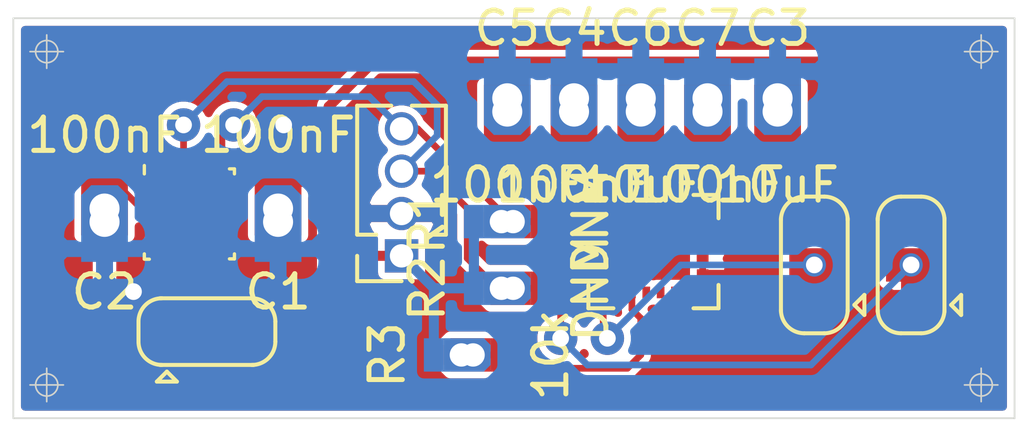
<source format=kicad_pcb>
(kicad_pcb (version 20171130) (host pcbnew "(5.1.5)-3")

  (general
    (thickness 1.6)
    (drawings 8)
    (tracks 169)
    (zones 0)
    (modules 16)
    (nets 16)
  )

  (page A4)
  (layers
    (0 F.Cu signal)
    (31 B.Cu signal)
    (34 B.Paste user)
    (35 F.Paste user)
    (36 B.SilkS user hide)
    (37 F.SilkS user)
    (38 B.Mask user)
    (39 F.Mask user)
    (40 Dwgs.User user)
    (44 Edge.Cuts user)
    (45 Margin user)
    (46 B.CrtYd user)
    (47 F.CrtYd user)
  )

  (setup
    (last_trace_width 0.2)
    (user_trace_width 0.2)
    (user_trace_width 0.3)
    (trace_clearance 0.2)
    (zone_clearance 0.2032)
    (zone_45_only no)
    (trace_min 0.2)
    (via_size 0.7)
    (via_drill 0.5)
    (via_min_size 0.6)
    (via_min_drill 0.5)
    (user_via 1 0.5)
    (user_via 1.3 0.7)
    (uvia_size 0.6858)
    (uvia_drill 0.3302)
    (uvias_allowed no)
    (uvia_min_size 0)
    (uvia_min_drill 0)
    (edge_width 0.05)
    (segment_width 0.2)
    (pcb_text_width 0.3)
    (pcb_text_size 1.5 1.5)
    (mod_edge_width 0.12)
    (mod_text_size 0.762 0.762)
    (mod_text_width 0.127)
    (pad_size 0.9 0.9)
    (pad_drill 0.9)
    (pad_to_mask_clearance 0.05)
    (solder_mask_min_width 0.2)
    (aux_axis_origin 0 0)
    (visible_elements 7FFFFFFF)
    (pcbplotparams
      (layerselection 0x01000_ffffffff)
      (usegerberextensions false)
      (usegerberattributes false)
      (usegerberadvancedattributes false)
      (creategerberjobfile false)
      (excludeedgelayer true)
      (linewidth 0.100000)
      (plotframeref false)
      (viasonmask false)
      (mode 1)
      (useauxorigin false)
      (hpglpennumber 1)
      (hpglpenspeed 20)
      (hpglpendiameter 15.000000)
      (psnegative false)
      (psa4output false)
      (plotreference false)
      (plotvalue false)
      (plotinvisibletext false)
      (padsonsilk false)
      (subtractmaskfromsilk false)
      (outputformat 4)
      (mirror false)
      (drillshape 1)
      (scaleselection 1)
      (outputdirectory "gerbers/"))
  )

  (net 0 "")
  (net 1 VCC)
  (net 2 GND)
  (net 3 "Net-(C3-Pad2)")
  (net 4 "Net-(C4-Pad2)")
  (net 5 SCL)
  (net 6 SDA)
  (net 7 "Net-(JP1-Pad2)")
  (net 8 "Net-(JP2-Pad2)")
  (net 9 "Net-(JP3-Pad2)")
  (net 10 I2C_SEL)
  (net 11 "Net-(U2-Pad9)")
  (net 12 "Net-(U2-Pad10)")
  (net 13 "Net-(U2-Pad11)")
  (net 14 "Net-(U2-Pad12)")
  (net 15 "Net-(U2-Pad13)")

  (net_class Default "This is the default net class."
    (clearance 0.2)
    (trace_width 0.2)
    (via_dia 0.7)
    (via_drill 0.5)
    (uvia_dia 0.6858)
    (uvia_drill 0.3302)
    (diff_pair_width 0.2032)
    (diff_pair_gap 0.25)
    (add_net GND)
    (add_net I2C_SEL)
    (add_net "Net-(C3-Pad2)")
    (add_net "Net-(C4-Pad2)")
    (add_net "Net-(JP1-Pad2)")
    (add_net "Net-(JP2-Pad2)")
    (add_net "Net-(JP3-Pad2)")
    (add_net "Net-(U2-Pad10)")
    (add_net "Net-(U2-Pad11)")
    (add_net "Net-(U2-Pad12)")
    (add_net "Net-(U2-Pad13)")
    (add_net "Net-(U2-Pad9)")
    (add_net SCL)
    (add_net SDA)
    (add_net VCC)
  )

  (module thSMD:0603_2i (layer F.Cu) (tedit 5EAB39E5) (tstamp 5EAB58C6)
    (at 117.2 84.1)
    (path /5E925517)
    (zone_connect 1)
    (attr smd)
    (fp_text reference C4 (at 0 -2.3) (layer F.SilkS)
      (effects (font (size 1 1) (thickness 0.15)))
    )
    (fp_text value 100nF (at 0 2.4) (layer F.SilkS)
      (effects (font (size 1 1) (thickness 0.15)))
    )
    (fp_poly (pts (xy 0.7 -0.6) (xy 0.7 0.6) (xy -0.7 0.6) (xy -0.7 -0.6)
      (xy -0.4 -0.9) (xy 0.4 -0.9)) (layer F.Mask) (width 0))
    (fp_poly (pts (xy 0.7 -0.3) (xy 0.7 0.6) (xy 0.4 0.9) (xy -0.4 0.9)
      (xy -0.7 0.6) (xy -0.7 -0.3) (xy -0.7 -0.6) (xy 0 -0.6)
      (xy 0.7 -0.6)) (layer B.Mask) (width 0))
    (fp_poly (pts (xy 0.7 -0.6) (xy 0.7 0.6) (xy -0.7 0.6) (xy -0.7 -0.6)
      (xy -0.4 -0.9) (xy 0.4 -0.9)) (layer F.Cu) (width 0))
    (fp_line (start -0.8 -0.9) (end 0.8 -0.9) (layer F.CrtYd) (width 0.12))
    (fp_line (start 0.8 -0.9) (end 0.8 1.5) (layer F.CrtYd) (width 0.12))
    (fp_line (start 0.8 1.5) (end -0.8 1.5) (layer F.CrtYd) (width 0.12))
    (fp_line (start -0.8 1.5) (end -0.8 -0.9) (layer F.CrtYd) (width 0.12))
    (fp_line (start 0.8 -1.5) (end 0.8 0.9) (layer B.CrtYd) (width 0.12))
    (fp_line (start -0.8 -1.5) (end 0.8 -1.5) (layer B.CrtYd) (width 0.12))
    (fp_line (start -0.8 0.9) (end -0.8 -1.5) (layer B.CrtYd) (width 0.12))
    (fp_line (start 0.8 0.9) (end -0.8 0.9) (layer B.CrtYd) (width 0.12))
    (fp_poly (pts (xy 0.7 -0.3) (xy 0.7 0.6) (xy 0.4 0.9) (xy -0.4 0.9)
      (xy -0.7 0.6) (xy -0.7 -0.3) (xy -0.7 -0.6) (xy 0 -0.6)
      (xy 0.7 -0.6)) (layer B.Cu) (width 0))
    (pad 2 thru_hole circle (at 0 -0.2) (size 0.91 0.91) (drill 0.9) (layers *.Cu)
      (net 4 "Net-(C4-Pad2)") (clearance 0.01) (zone_connect 2))
    (pad 2 thru_hole circle (at 0 0.2) (size 0.91 0.91) (drill 0.9) (layers *.Cu)
      (net 4 "Net-(C4-Pad2)") (clearance 0.01) (zone_connect 2))
    (pad 2 smd rect (at 0 1) (size 1.4 0.8) (layers F.Cu F.Mask)
      (net 4 "Net-(C4-Pad2)") (clearance 0.2) (zone_connect 1))
    (pad 1 smd rect (at 0 -1) (size 1.4 0.8) (layers B.Cu B.Mask)
      (net 2 GND) (clearance 0.2) (zone_connect 1))
  )

  (module thSMD:0603_2i (layer F.Cu) (tedit 5EAB39E5) (tstamp 5EAB5804)
    (at 123.3 84.1)
    (path /5E92074A)
    (zone_connect 1)
    (attr smd)
    (fp_text reference C3 (at 0 -2.3) (layer F.SilkS)
      (effects (font (size 1 1) (thickness 0.15)))
    )
    (fp_text value 10uF (at 0 2.4) (layer F.SilkS)
      (effects (font (size 1 1) (thickness 0.15)))
    )
    (fp_poly (pts (xy 0.7 -0.6) (xy 0.7 0.6) (xy -0.7 0.6) (xy -0.7 -0.6)
      (xy -0.4 -0.9) (xy 0.4 -0.9)) (layer F.Mask) (width 0))
    (fp_poly (pts (xy 0.7 -0.3) (xy 0.7 0.6) (xy 0.4 0.9) (xy -0.4 0.9)
      (xy -0.7 0.6) (xy -0.7 -0.3) (xy -0.7 -0.6) (xy 0 -0.6)
      (xy 0.7 -0.6)) (layer B.Mask) (width 0))
    (fp_poly (pts (xy 0.7 -0.6) (xy 0.7 0.6) (xy -0.7 0.6) (xy -0.7 -0.6)
      (xy -0.4 -0.9) (xy 0.4 -0.9)) (layer F.Cu) (width 0))
    (fp_line (start -0.8 -0.9) (end 0.8 -0.9) (layer F.CrtYd) (width 0.12))
    (fp_line (start 0.8 -0.9) (end 0.8 1.5) (layer F.CrtYd) (width 0.12))
    (fp_line (start 0.8 1.5) (end -0.8 1.5) (layer F.CrtYd) (width 0.12))
    (fp_line (start -0.8 1.5) (end -0.8 -0.9) (layer F.CrtYd) (width 0.12))
    (fp_line (start 0.8 -1.5) (end 0.8 0.9) (layer B.CrtYd) (width 0.12))
    (fp_line (start -0.8 -1.5) (end 0.8 -1.5) (layer B.CrtYd) (width 0.12))
    (fp_line (start -0.8 0.9) (end -0.8 -1.5) (layer B.CrtYd) (width 0.12))
    (fp_line (start 0.8 0.9) (end -0.8 0.9) (layer B.CrtYd) (width 0.12))
    (fp_poly (pts (xy 0.7 -0.3) (xy 0.7 0.6) (xy 0.4 0.9) (xy -0.4 0.9)
      (xy -0.7 0.6) (xy -0.7 -0.3) (xy -0.7 -0.6) (xy 0 -0.6)
      (xy 0.7 -0.6)) (layer B.Cu) (width 0))
    (pad 2 thru_hole circle (at 0 -0.2) (size 0.91 0.91) (drill 0.9) (layers *.Cu)
      (net 3 "Net-(C3-Pad2)") (clearance 0.01) (zone_connect 2))
    (pad 2 thru_hole circle (at 0 0.2) (size 0.91 0.91) (drill 0.9) (layers *.Cu)
      (net 3 "Net-(C3-Pad2)") (clearance 0.01) (zone_connect 2))
    (pad 2 smd rect (at 0 1) (size 1.4 0.8) (layers F.Cu F.Mask)
      (net 3 "Net-(C3-Pad2)") (clearance 0.2) (zone_connect 1))
    (pad 1 smd rect (at 0 -1) (size 1.4 0.8) (layers B.Cu B.Mask)
      (net 2 GND) (clearance 0.2) (zone_connect 1))
  )

  (module Package_LGA:LGA-24L_3x3.5mm_P0.43mm (layer F.Cu) (tedit 5A02F217) (tstamp 5E8FC6F8)
    (at 119.58 88.5)
    (descr "LGA 24L 3x3.5mm Pitch 0.43mm")
    (tags "LGA 24L 3x3.5mm Pitch 0.43mm")
    (path /5E8F5E37)
    (attr smd)
    (fp_text reference U2 (at 0 -2.7) (layer F.Fab)
      (effects (font (size 1 1) (thickness 0.15)))
    )
    (fp_text value LSM9DS1 (at 0 2.8) (layer F.Fab)
      (effects (font (size 1 1) (thickness 0.15)))
    )
    (fp_line (start -1.2 1.7) (end -1.95 1.7) (layer F.SilkS) (width 0.12))
    (fp_line (start 1.95 1) (end 1.95 1.7) (layer F.SilkS) (width 0.12))
    (fp_line (start -1.75 -1.5) (end 1.75 -1.5) (layer F.Fab) (width 0.1))
    (fp_line (start 1.75 -1.5) (end 1.75 1.5) (layer F.Fab) (width 0.1))
    (fp_line (start 1.75 1.5) (end -1.75 1.5) (layer F.Fab) (width 0.1))
    (fp_line (start -1.75 1.5) (end -1.75 -1.5) (layer F.Fab) (width 0.1))
    (fp_circle (center -1.3 -1) (end -1.3 -0.85) (layer F.Fab) (width 0.1))
    (fp_line (start 1.2 -1.7) (end 1.95 -1.7) (layer F.SilkS) (width 0.12))
    (fp_line (start 1.95 -1.7) (end 1.95 -1) (layer F.SilkS) (width 0.12))
    (fp_line (start 1.95 1.7) (end 1.2 1.7) (layer F.SilkS) (width 0.12))
    (fp_line (start -1.95 1.7) (end -1.95 1) (layer F.SilkS) (width 0.12))
    (fp_circle (center -1.95 -1.7) (end -1.8 -1.7) (layer F.SilkS) (width 0.12))
    (fp_line (start -2.1 -1.85) (end 2.1 -1.85) (layer F.CrtYd) (width 0.05))
    (fp_line (start 2.1 -1.85) (end 2.1 1.85) (layer F.CrtYd) (width 0.05))
    (fp_line (start 2.1 1.85) (end -2.1 1.85) (layer F.CrtYd) (width 0.05))
    (fp_line (start -2.1 1.85) (end -2.1 -1.85) (layer F.CrtYd) (width 0.05))
    (fp_circle (center -1.3 -1) (end -1.3 -0.95) (layer F.Fab) (width 0.1))
    (fp_circle (center -1.95 -1.7) (end -1.89 -1.7) (layer F.SilkS) (width 0.12))
    (fp_text user %R (at 0 -2.7) (layer F.Fab)
      (effects (font (size 1 1) (thickness 0.15)))
    )
    (pad 13 smd rect (at 1.505 1.225) (size 0.23 0.35) (layers F.Cu F.Paste F.Mask)
      (net 15 "Net-(U2-Pad13)"))
    (pad 12 smd rect (at 1.075 1.225) (size 0.23 0.35) (layers F.Cu F.Paste F.Mask)
      (net 14 "Net-(U2-Pad12)"))
    (pad 11 smd rect (at 0.645 1.225) (size 0.23 0.35) (layers F.Cu F.Paste F.Mask)
      (net 13 "Net-(U2-Pad11)"))
    (pad 10 smd rect (at 0.215 1.225) (size 0.23 0.35) (layers F.Cu F.Paste F.Mask)
      (net 12 "Net-(U2-Pad10)"))
    (pad 9 smd rect (at -0.215 1.225) (size 0.23 0.35) (layers F.Cu F.Paste F.Mask)
      (net 11 "Net-(U2-Pad9)"))
    (pad 8 smd rect (at -0.645 1.225) (size 0.23 0.35) (layers F.Cu F.Paste F.Mask)
      (net 10 I2C_SEL))
    (pad 7 smd rect (at -1.075 1.225) (size 0.23 0.35) (layers F.Cu F.Paste F.Mask)
      (net 10 I2C_SEL))
    (pad 6 smd rect (at -1.505 1.225) (size 0.23 0.35) (layers F.Cu F.Paste F.Mask)
      (net 9 "Net-(JP3-Pad2)"))
    (pad 18 smd rect (at 1.505 -1.225) (size 0.23 0.35) (layers F.Cu F.Paste F.Mask)
      (net 2 GND))
    (pad 19 smd rect (at 1.075 -1.225) (size 0.23 0.35) (layers F.Cu F.Paste F.Mask)
      (net 2 GND))
    (pad 20 smd rect (at 0.645 -1.225) (size 0.23 0.35) (layers F.Cu F.Paste F.Mask)
      (net 2 GND))
    (pad 21 smd rect (at 0.215 -1.225) (size 0.23 0.35) (layers F.Cu F.Paste F.Mask)
      (net 3 "Net-(C3-Pad2)"))
    (pad 22 smd rect (at -0.215 -1.225) (size 0.23 0.35) (layers F.Cu F.Paste F.Mask)
      (net 1 VCC))
    (pad 23 smd rect (at -0.645 -1.225) (size 0.23 0.35) (layers F.Cu F.Paste F.Mask)
      (net 1 VCC))
    (pad 24 smd rect (at -1.075 -1.225) (size 0.23 0.35) (layers F.Cu F.Paste F.Mask)
      (net 4 "Net-(C4-Pad2)"))
    (pad 14 smd rect (at 1.475 0.645) (size 0.35 0.23) (layers F.Cu F.Paste F.Mask)
      (net 2 GND))
    (pad 5 smd rect (at -1.475 0.645) (size 0.35 0.23) (layers F.Cu F.Paste F.Mask)
      (net 8 "Net-(JP2-Pad2)"))
    (pad 15 smd rect (at 1.475 0.215) (size 0.35 0.23) (layers F.Cu F.Paste F.Mask)
      (net 2 GND))
    (pad 4 smd rect (at -1.475 0.215) (size 0.35 0.23) (layers F.Cu F.Paste F.Mask)
      (net 6 SDA))
    (pad 16 smd rect (at 1.475 -0.215) (size 0.35 0.23) (layers F.Cu F.Paste F.Mask)
      (net 2 GND))
    (pad 3 smd rect (at -1.475 -0.215) (size 0.35 0.23) (layers F.Cu F.Paste F.Mask)
      (net 1 VCC))
    (pad 17 smd rect (at 1.475 -0.645) (size 0.35 0.23) (layers F.Cu F.Paste F.Mask)
      (net 2 GND))
    (pad 2 smd rect (at -1.475 -0.645) (size 0.35 0.23) (layers F.Cu F.Paste F.Mask)
      (net 5 SCL))
    (pad 1 smd rect (at -1.505 -1.225) (size 0.23 0.35) (layers F.Cu F.Paste F.Mask)
      (net 1 VCC))
    (model ${KISYS3DMOD}/Package_LGA.3dshapes/LGA-24L_3x3.5mm_P0.43mm.wrl
      (at (xyz 0 0 0))
      (scale (xyz 1 1 1))
      (rotate (xyz 0 0 0))
    )
  )

  (module thSMD:0603_2 (layer F.Cu) (tedit 5EAB3304) (tstamp 5EAA8FAF)
    (at 121.2 84.1)
    (path /5E90F665)
    (zone_connect 1)
    (attr smd)
    (fp_text reference C7 (at 0 -2.3) (layer F.SilkS)
      (effects (font (size 1 1) (thickness 0.15)))
    )
    (fp_text value 100nF (at 0 2.4) (layer F.SilkS)
      (effects (font (size 1 1) (thickness 0.15)))
    )
    (fp_poly (pts (xy 0.7 -0.6) (xy 0.7 0.6) (xy -0.7 0.6) (xy -0.7 -0.6)
      (xy -0.4 -0.9) (xy 0.4 -0.9)) (layer F.Mask) (width 0))
    (fp_poly (pts (xy 0.7 -0.3) (xy 0.7 0.6) (xy 0.4 0.9) (xy -0.4 0.9)
      (xy -0.7 0.6) (xy -0.7 -0.3) (xy -0.7 -0.6) (xy 0 -0.6)
      (xy 0.7 -0.6)) (layer B.Mask) (width 0))
    (fp_poly (pts (xy 0.7 -0.6) (xy 0.7 0.6) (xy -0.7 0.6) (xy -0.7 -0.6)
      (xy -0.4 -0.9) (xy 0.4 -0.9)) (layer F.Cu) (width 0))
    (fp_line (start -0.8 -0.9) (end 0.8 -0.9) (layer F.CrtYd) (width 0.12))
    (fp_line (start 0.8 -0.9) (end 0.8 1.5) (layer F.CrtYd) (width 0.12))
    (fp_line (start 0.8 1.5) (end -0.8 1.5) (layer F.CrtYd) (width 0.12))
    (fp_line (start -0.8 1.5) (end -0.8 -0.9) (layer F.CrtYd) (width 0.12))
    (fp_line (start 0.8 -1.5) (end 0.8 0.9) (layer B.CrtYd) (width 0.12))
    (fp_line (start -0.8 -1.5) (end 0.8 -1.5) (layer B.CrtYd) (width 0.12))
    (fp_line (start -0.8 0.9) (end -0.8 -1.5) (layer B.CrtYd) (width 0.12))
    (fp_line (start 0.8 0.9) (end -0.8 0.9) (layer B.CrtYd) (width 0.12))
    (fp_poly (pts (xy 0.7 -0.3) (xy 0.7 0.6) (xy 0.4 0.9) (xy -0.4 0.9)
      (xy -0.7 0.6) (xy -0.7 -0.3) (xy -0.7 -0.6) (xy 0 -0.6)
      (xy 0.7 -0.6)) (layer B.Cu) (width 0))
    (pad 1 thru_hole circle (at 0 -0.2) (size 0.91 0.91) (drill 0.9) (layers *.Cu)
      (net 1 VCC) (clearance 0.01) (zone_connect 2))
    (pad 1 thru_hole circle (at 0 0.2) (size 0.91 0.91) (drill 0.9) (layers *.Cu)
      (net 1 VCC) (clearance 0.01) (zone_connect 2))
    (pad 1 smd rect (at 0 1) (size 1.4 0.8) (layers F.Cu F.Mask)
      (net 1 VCC) (clearance 0.2) (zone_connect 1))
    (pad 2 smd rect (at 0 -1) (size 1.4 0.8) (layers B.Cu B.Mask)
      (net 2 GND) (clearance 0.2) (zone_connect 1))
  )

  (module thSMD:0603_2 (layer F.Cu) (tedit 5EAB3304) (tstamp 5EAB1FD8)
    (at 119.2 84.1)
    (path /5E90FC2A)
    (zone_connect 1)
    (attr smd)
    (fp_text reference C6 (at 0 -2.3) (layer F.SilkS)
      (effects (font (size 1 1) (thickness 0.15)))
    )
    (fp_text value 10uF (at 0 2.4) (layer F.SilkS)
      (effects (font (size 1 1) (thickness 0.15)))
    )
    (fp_poly (pts (xy 0.7 -0.6) (xy 0.7 0.6) (xy -0.7 0.6) (xy -0.7 -0.6)
      (xy -0.4 -0.9) (xy 0.4 -0.9)) (layer F.Mask) (width 0))
    (fp_poly (pts (xy 0.7 -0.3) (xy 0.7 0.6) (xy 0.4 0.9) (xy -0.4 0.9)
      (xy -0.7 0.6) (xy -0.7 -0.3) (xy -0.7 -0.6) (xy 0 -0.6)
      (xy 0.7 -0.6)) (layer B.Mask) (width 0))
    (fp_poly (pts (xy 0.7 -0.6) (xy 0.7 0.6) (xy -0.7 0.6) (xy -0.7 -0.6)
      (xy -0.4 -0.9) (xy 0.4 -0.9)) (layer F.Cu) (width 0))
    (fp_line (start -0.8 -0.9) (end 0.8 -0.9) (layer F.CrtYd) (width 0.12))
    (fp_line (start 0.8 -0.9) (end 0.8 1.5) (layer F.CrtYd) (width 0.12))
    (fp_line (start 0.8 1.5) (end -0.8 1.5) (layer F.CrtYd) (width 0.12))
    (fp_line (start -0.8 1.5) (end -0.8 -0.9) (layer F.CrtYd) (width 0.12))
    (fp_line (start 0.8 -1.5) (end 0.8 0.9) (layer B.CrtYd) (width 0.12))
    (fp_line (start -0.8 -1.5) (end 0.8 -1.5) (layer B.CrtYd) (width 0.12))
    (fp_line (start -0.8 0.9) (end -0.8 -1.5) (layer B.CrtYd) (width 0.12))
    (fp_line (start 0.8 0.9) (end -0.8 0.9) (layer B.CrtYd) (width 0.12))
    (fp_poly (pts (xy 0.7 -0.3) (xy 0.7 0.6) (xy 0.4 0.9) (xy -0.4 0.9)
      (xy -0.7 0.6) (xy -0.7 -0.3) (xy -0.7 -0.6) (xy 0 -0.6)
      (xy 0.7 -0.6)) (layer B.Cu) (width 0))
    (pad 1 thru_hole circle (at 0 -0.2) (size 0.91 0.91) (drill 0.9) (layers *.Cu)
      (net 1 VCC) (clearance 0.01) (zone_connect 2))
    (pad 1 thru_hole circle (at 0 0.2) (size 0.91 0.91) (drill 0.9) (layers *.Cu)
      (net 1 VCC) (clearance 0.01) (zone_connect 2))
    (pad 1 smd rect (at 0 1) (size 1.4 0.8) (layers F.Cu F.Mask)
      (net 1 VCC) (clearance 0.2) (zone_connect 1))
    (pad 2 smd rect (at 0 -1) (size 1.4 0.8) (layers B.Cu B.Mask)
      (net 2 GND) (clearance 0.2) (zone_connect 1))
  )

  (module Connector_PinSocket_1.27mm:PinSocket_1x04_P1.27mm_Vertical (layer F.Cu) (tedit 5A19A420) (tstamp 5EAB552F)
    (at 112.032 88.627 180)
    (descr "Through hole straight socket strip, 1x04, 1.27mm pitch, single row (from Kicad 4.0.7), script generated")
    (tags "Through hole socket strip THT 1x04 1.27mm single row")
    (path /5E8F7390)
    (fp_text reference J1 (at 0 -2.135 180) (layer F.Fab)
      (effects (font (size 1 1) (thickness 0.15)))
    )
    (fp_text value Conn_01x04_Male (at 0 5.945 180) (layer F.Fab)
      (effects (font (size 1 1) (thickness 0.15)))
    )
    (fp_text user %R (at 0 1.905 270) (layer F.Fab)
      (effects (font (size 1 1) (thickness 0.15)))
    )
    (fp_line (start -1.8 4.95) (end -1.8 -1.15) (layer F.CrtYd) (width 0.05))
    (fp_line (start 1.75 4.95) (end -1.8 4.95) (layer F.CrtYd) (width 0.05))
    (fp_line (start 1.75 -1.15) (end 1.75 4.95) (layer F.CrtYd) (width 0.05))
    (fp_line (start -1.8 -1.15) (end 1.75 -1.15) (layer F.CrtYd) (width 0.05))
    (fp_line (start 0 -0.76) (end 1.33 -0.76) (layer F.SilkS) (width 0.12))
    (fp_line (start 1.33 -0.76) (end 1.33 0) (layer F.SilkS) (width 0.12))
    (fp_line (start 1.33 0.635) (end 1.33 4.505) (layer F.SilkS) (width 0.12))
    (fp_line (start 0.30753 4.505) (end 1.33 4.505) (layer F.SilkS) (width 0.12))
    (fp_line (start -1.33 4.505) (end -0.30753 4.505) (layer F.SilkS) (width 0.12))
    (fp_line (start -1.33 0.635) (end -1.33 4.505) (layer F.SilkS) (width 0.12))
    (fp_line (start 0.76 0.635) (end 1.33 0.635) (layer F.SilkS) (width 0.12))
    (fp_line (start -1.33 0.635) (end -0.76 0.635) (layer F.SilkS) (width 0.12))
    (fp_line (start -1.27 4.445) (end -1.27 -0.635) (layer F.Fab) (width 0.1))
    (fp_line (start 1.27 4.445) (end -1.27 4.445) (layer F.Fab) (width 0.1))
    (fp_line (start 1.27 0) (end 1.27 4.445) (layer F.Fab) (width 0.1))
    (fp_line (start 0.635 -0.635) (end 1.27 0) (layer F.Fab) (width 0.1))
    (fp_line (start -1.27 -0.635) (end 0.635 -0.635) (layer F.Fab) (width 0.1))
    (pad 4 thru_hole oval (at 0 3.81 180) (size 1 1) (drill 0.7) (layers *.Cu *.Mask)
      (net 5 SCL))
    (pad 3 thru_hole oval (at 0 2.54 180) (size 1 1) (drill 0.7) (layers *.Cu *.Mask)
      (net 6 SDA))
    (pad 2 thru_hole oval (at 0 1.27 180) (size 1 1) (drill 0.7) (layers *.Cu *.Mask)
      (net 2 GND))
    (pad 1 thru_hole rect (at 0 0 180) (size 1 1) (drill 0.7) (layers *.Cu *.Mask)
      (net 1 VCC))
    (model ${KISYS3DMOD}/Connector_PinSocket_1.27mm.3dshapes/PinSocket_1x04_P1.27mm_Vertical.wrl
      (at (xyz 0 0 0))
      (scale (xyz 1 1 1))
      (rotate (xyz 0 0 0))
    )
  )

  (module Jumper:SolderJumper-3_P1.3mm_Bridged12_RoundedPad1.0x1.5mm (layer F.Cu) (tedit 5C745321) (tstamp 5EAA9583)
    (at 106.2 90.9)
    (descr "SMD Solder 3-pad Jumper, 1x1.5mm rounded Pads, 0.3mm gap, pads 1-2 bridged with 1 copper strip")
    (tags "solder jumper open")
    (path /5E9863E1)
    (attr virtual)
    (fp_text reference JP1 (at 0 -1.8) (layer F.Fab)
      (effects (font (size 1 1) (thickness 0.15)))
    )
    (fp_text value SolderJumper_3_Bridged12 (at 0 1.9) (layer F.Fab)
      (effects (font (size 1 1) (thickness 0.15)))
    )
    (fp_poly (pts (xy -0.9 -0.3) (xy -0.4 -0.3) (xy -0.4 0.3) (xy -0.9 0.3)) (layer F.Cu) (width 0))
    (fp_arc (start -1.35 -0.3) (end -1.35 -1) (angle -90) (layer F.SilkS) (width 0.12))
    (fp_arc (start -1.35 0.3) (end -2.05 0.3) (angle -90) (layer F.SilkS) (width 0.12))
    (fp_arc (start 1.35 0.3) (end 1.35 1) (angle -90) (layer F.SilkS) (width 0.12))
    (fp_arc (start 1.35 -0.3) (end 2.05 -0.3) (angle -90) (layer F.SilkS) (width 0.12))
    (fp_line (start 2.3 1.25) (end -2.3 1.25) (layer F.CrtYd) (width 0.05))
    (fp_line (start 2.3 1.25) (end 2.3 -1.25) (layer F.CrtYd) (width 0.05))
    (fp_line (start -2.3 -1.25) (end -2.3 1.25) (layer F.CrtYd) (width 0.05))
    (fp_line (start -2.3 -1.25) (end 2.3 -1.25) (layer F.CrtYd) (width 0.05))
    (fp_line (start -1.4 -1) (end 1.4 -1) (layer F.SilkS) (width 0.12))
    (fp_line (start 2.05 -0.3) (end 2.05 0.3) (layer F.SilkS) (width 0.12))
    (fp_line (start 1.4 1) (end -1.4 1) (layer F.SilkS) (width 0.12))
    (fp_line (start -2.05 0.3) (end -2.05 -0.3) (layer F.SilkS) (width 0.12))
    (fp_line (start -1.2 1.2) (end -1.5 1.5) (layer F.SilkS) (width 0.12))
    (fp_line (start -1.5 1.5) (end -0.9 1.5) (layer F.SilkS) (width 0.12))
    (fp_line (start -1.2 1.2) (end -0.9 1.5) (layer F.SilkS) (width 0.12))
    (pad 1 smd custom (at -1.3 0) (size 1 0.5) (layers F.Cu F.Mask)
      (net 2 GND) (zone_connect 2)
      (options (clearance outline) (anchor rect))
      (primitives
        (gr_circle (center 0 0.25) (end 0.5 0.25) (width 0))
        (gr_circle (center 0 -0.25) (end 0.5 -0.25) (width 0))
        (gr_poly (pts
           (xy 0.55 -0.75) (xy 0 -0.75) (xy 0 0.75) (xy 0.55 0.75)) (width 0))
      ))
    (pad 2 smd rect (at 0 0) (size 1 1.5) (layers F.Cu F.Mask)
      (net 7 "Net-(JP1-Pad2)"))
    (pad 3 smd custom (at 1.3 0) (size 1 0.5) (layers F.Cu F.Mask)
      (net 1 VCC) (zone_connect 2)
      (options (clearance outline) (anchor rect))
      (primitives
        (gr_circle (center 0 0.25) (end 0.5 0.25) (width 0))
        (gr_circle (center 0 -0.25) (end 0.5 -0.25) (width 0))
        (gr_poly (pts
           (xy -0.55 -0.75) (xy 0 -0.75) (xy 0 0.75) (xy -0.55 0.75)) (width 0))
      ))
  )

  (module Jumper:SolderJumper-3_P1.3mm_Bridged12_RoundedPad1.0x1.5mm (layer F.Cu) (tedit 5C745321) (tstamp 5E8FD7AD)
    (at 127.3 88.9 90)
    (descr "SMD Solder 3-pad Jumper, 1x1.5mm rounded Pads, 0.3mm gap, pads 1-2 bridged with 1 copper strip")
    (tags "solder jumper open")
    (path /5E98DB59)
    (attr virtual)
    (fp_text reference JP2 (at 0 -1.8 90) (layer F.Fab)
      (effects (font (size 1 1) (thickness 0.15)))
    )
    (fp_text value SolderJumper_3_Bridged12 (at 0 1.9 90) (layer F.Fab)
      (effects (font (size 1 1) (thickness 0.15)))
    )
    (fp_poly (pts (xy -0.9 -0.3) (xy -0.4 -0.3) (xy -0.4 0.3) (xy -0.9 0.3)) (layer F.Cu) (width 0))
    (fp_arc (start -1.35 -0.3) (end -1.35 -1) (angle -90) (layer F.SilkS) (width 0.12))
    (fp_arc (start -1.35 0.3) (end -2.05 0.3) (angle -90) (layer F.SilkS) (width 0.12))
    (fp_arc (start 1.35 0.3) (end 1.35 1) (angle -90) (layer F.SilkS) (width 0.12))
    (fp_arc (start 1.35 -0.3) (end 2.05 -0.3) (angle -90) (layer F.SilkS) (width 0.12))
    (fp_line (start 2.3 1.25) (end -2.3 1.25) (layer F.CrtYd) (width 0.05))
    (fp_line (start 2.3 1.25) (end 2.3 -1.25) (layer F.CrtYd) (width 0.05))
    (fp_line (start -2.3 -1.25) (end -2.3 1.25) (layer F.CrtYd) (width 0.05))
    (fp_line (start -2.3 -1.25) (end 2.3 -1.25) (layer F.CrtYd) (width 0.05))
    (fp_line (start -1.4 -1) (end 1.4 -1) (layer F.SilkS) (width 0.12))
    (fp_line (start 2.05 -0.3) (end 2.05 0.3) (layer F.SilkS) (width 0.12))
    (fp_line (start 1.4 1) (end -1.4 1) (layer F.SilkS) (width 0.12))
    (fp_line (start -2.05 0.3) (end -2.05 -0.3) (layer F.SilkS) (width 0.12))
    (fp_line (start -1.2 1.2) (end -1.5 1.5) (layer F.SilkS) (width 0.12))
    (fp_line (start -1.5 1.5) (end -0.9 1.5) (layer F.SilkS) (width 0.12))
    (fp_line (start -1.2 1.2) (end -0.9 1.5) (layer F.SilkS) (width 0.12))
    (pad 1 smd custom (at -1.3 0 90) (size 1 0.5) (layers F.Cu F.Mask)
      (net 2 GND) (zone_connect 2)
      (options (clearance outline) (anchor rect))
      (primitives
        (gr_circle (center 0 0.25) (end 0.5 0.25) (width 0))
        (gr_circle (center 0 -0.25) (end 0.5 -0.25) (width 0))
        (gr_poly (pts
           (xy 0.55 -0.75) (xy 0 -0.75) (xy 0 0.75) (xy 0.55 0.75)) (width 0))
      ))
    (pad 2 smd rect (at 0 0 90) (size 1 1.5) (layers F.Cu F.Mask)
      (net 8 "Net-(JP2-Pad2)"))
    (pad 3 smd custom (at 1.3 0 90) (size 1 0.5) (layers F.Cu F.Mask)
      (net 1 VCC) (zone_connect 2)
      (options (clearance outline) (anchor rect))
      (primitives
        (gr_circle (center 0 0.25) (end 0.5 0.25) (width 0))
        (gr_circle (center 0 -0.25) (end 0.5 -0.25) (width 0))
        (gr_poly (pts
           (xy -0.55 -0.75) (xy 0 -0.75) (xy 0 0.75) (xy -0.55 0.75)) (width 0))
      ))
  )

  (module Jumper:SolderJumper-3_P1.3mm_Bridged12_RoundedPad1.0x1.5mm (layer F.Cu) (tedit 5C745321) (tstamp 5EAB1AE6)
    (at 124.4 88.9 90)
    (descr "SMD Solder 3-pad Jumper, 1x1.5mm rounded Pads, 0.3mm gap, pads 1-2 bridged with 1 copper strip")
    (tags "solder jumper open")
    (path /5E990FC6)
    (attr virtual)
    (fp_text reference JP3 (at 0 -1.8 90) (layer F.Fab)
      (effects (font (size 1 1) (thickness 0.15)))
    )
    (fp_text value SolderJumper_3_Bridged12 (at 0 1.9 90) (layer F.Fab)
      (effects (font (size 1 1) (thickness 0.15)))
    )
    (fp_poly (pts (xy -0.9 -0.3) (xy -0.4 -0.3) (xy -0.4 0.3) (xy -0.9 0.3)) (layer F.Cu) (width 0))
    (fp_arc (start -1.35 -0.3) (end -1.35 -1) (angle -90) (layer F.SilkS) (width 0.12))
    (fp_arc (start -1.35 0.3) (end -2.05 0.3) (angle -90) (layer F.SilkS) (width 0.12))
    (fp_arc (start 1.35 0.3) (end 1.35 1) (angle -90) (layer F.SilkS) (width 0.12))
    (fp_arc (start 1.35 -0.3) (end 2.05 -0.3) (angle -90) (layer F.SilkS) (width 0.12))
    (fp_line (start 2.3 1.25) (end -2.3 1.25) (layer F.CrtYd) (width 0.05))
    (fp_line (start 2.3 1.25) (end 2.3 -1.25) (layer F.CrtYd) (width 0.05))
    (fp_line (start -2.3 -1.25) (end -2.3 1.25) (layer F.CrtYd) (width 0.05))
    (fp_line (start -2.3 -1.25) (end 2.3 -1.25) (layer F.CrtYd) (width 0.05))
    (fp_line (start -1.4 -1) (end 1.4 -1) (layer F.SilkS) (width 0.12))
    (fp_line (start 2.05 -0.3) (end 2.05 0.3) (layer F.SilkS) (width 0.12))
    (fp_line (start 1.4 1) (end -1.4 1) (layer F.SilkS) (width 0.12))
    (fp_line (start -2.05 0.3) (end -2.05 -0.3) (layer F.SilkS) (width 0.12))
    (fp_line (start -1.2 1.2) (end -1.5 1.5) (layer F.SilkS) (width 0.12))
    (fp_line (start -1.5 1.5) (end -0.9 1.5) (layer F.SilkS) (width 0.12))
    (fp_line (start -1.2 1.2) (end -0.9 1.5) (layer F.SilkS) (width 0.12))
    (pad 1 smd custom (at -1.3 0 90) (size 1 0.5) (layers F.Cu F.Mask)
      (net 2 GND) (zone_connect 2)
      (options (clearance outline) (anchor rect))
      (primitives
        (gr_circle (center 0 0.25) (end 0.5 0.25) (width 0))
        (gr_circle (center 0 -0.25) (end 0.5 -0.25) (width 0))
        (gr_poly (pts
           (xy 0.55 -0.75) (xy 0 -0.75) (xy 0 0.75) (xy 0.55 0.75)) (width 0))
      ))
    (pad 2 smd rect (at 0 0 90) (size 1 1.5) (layers F.Cu F.Mask)
      (net 9 "Net-(JP3-Pad2)"))
    (pad 3 smd custom (at 1.3 0 90) (size 1 0.5) (layers F.Cu F.Mask)
      (net 1 VCC) (zone_connect 2)
      (options (clearance outline) (anchor rect))
      (primitives
        (gr_circle (center 0 0.25) (end 0.5 0.25) (width 0))
        (gr_circle (center 0 -0.25) (end 0.5 -0.25) (width 0))
        (gr_poly (pts
           (xy -0.55 -0.75) (xy 0 -0.75) (xy 0 0.75) (xy -0.55 0.75)) (width 0))
      ))
  )

  (module Package_LGA:Bosch_LGA-8_2.5x2.5mm_P0.65mm_ClockwisePinNumbering (layer F.Cu) (tedit 5A0FA816) (tstamp 5E8FC6C9)
    (at 105.675 87.368)
    (descr LGA-8)
    (tags "lga land grid array")
    (path /5E8F546C)
    (attr smd)
    (fp_text reference U1 (at 0.015 -2.465) (layer F.Fab)
      (effects (font (size 1 1) (thickness 0.15)))
    )
    (fp_text value BME280 (at 0.015 2.535) (layer F.Fab)
      (effects (font (size 1 1) (thickness 0.15)))
    )
    (fp_line (start 1.41 1.54) (end -1.41 1.54) (layer F.CrtYd) (width 0.05))
    (fp_line (start 1.41 -1.54) (end 1.41 1.54) (layer F.CrtYd) (width 0.05))
    (fp_line (start -1.41 -1.54) (end 1.41 -1.54) (layer F.CrtYd) (width 0.05))
    (fp_line (start -1.41 1.54) (end -1.41 -1.54) (layer F.CrtYd) (width 0.05))
    (fp_line (start 1.25 1.25) (end -1.25 1.25) (layer F.Fab) (width 0.1))
    (fp_line (start 1.25 -1.25) (end 1.25 1.25) (layer F.Fab) (width 0.1))
    (fp_line (start -0.5 -1.25) (end 1.25 -1.25) (layer F.Fab) (width 0.1))
    (fp_line (start -1.25 1.25) (end -1.25 -0.5) (layer F.Fab) (width 0.1))
    (fp_line (start -1.35 -1.2) (end -1.35 -1.45) (layer F.SilkS) (width 0.1))
    (fp_line (start 1.35 -1.35) (end 1.35 -1.2) (layer F.SilkS) (width 0.1))
    (fp_line (start 1.2 -1.35) (end 1.35 -1.35) (layer F.SilkS) (width 0.1))
    (fp_line (start 1.35 1.35) (end 1.2 1.35) (layer F.SilkS) (width 0.1))
    (fp_line (start 1.35 1.35) (end 1.35 1.2) (layer F.SilkS) (width 0.1))
    (fp_line (start -1.35 1.35) (end -1.35 1.2) (layer F.SilkS) (width 0.1))
    (fp_line (start -1.25 -0.5) (end -0.5 -1.25) (layer F.Fab) (width 0.1))
    (fp_line (start -1.35 1.36) (end -1.2 1.36) (layer F.SilkS) (width 0.1))
    (fp_text user %R (at 0 0 180) (layer F.Fab)
      (effects (font (size 0.5 0.5) (thickness 0.075)))
    )
    (pad 5 smd rect (at 0.975 1.025 90) (size 0.5 0.35) (layers F.Cu F.Paste F.Mask)
      (net 7 "Net-(JP1-Pad2)"))
    (pad 6 smd rect (at 0.325 1.025 90) (size 0.5 0.35) (layers F.Cu F.Paste F.Mask)
      (net 1 VCC))
    (pad 7 smd rect (at -0.325 1.025 90) (size 0.5 0.35) (layers F.Cu F.Paste F.Mask)
      (net 2 GND))
    (pad 8 smd rect (at -0.975 1.025 90) (size 0.5 0.35) (layers F.Cu F.Paste F.Mask)
      (net 1 VCC))
    (pad 1 smd rect (at -0.975 -1.025 90) (size 0.5 0.35) (layers F.Cu F.Paste F.Mask)
      (net 2 GND))
    (pad 2 smd rect (at -0.325 -1.025 90) (size 0.5 0.35) (layers F.Cu F.Paste F.Mask)
      (net 1 VCC))
    (pad 3 smd rect (at 0.325 -1.025 90) (size 0.5 0.35) (layers F.Cu F.Paste F.Mask)
      (net 6 SDA))
    (pad 4 smd rect (at 0.975 -1.025 90) (size 0.5 0.35) (layers F.Cu F.Paste F.Mask)
      (net 5 SCL))
    (model ${KISYS3DMOD}/Package_LGA.3dshapes/Bosch_LGA-8_2.5x2.5mm_P0.65mm_ClockwisePinNumbering.wrl
      (offset (xyz 0.01500000025472259 -0.03500000059435272 0))
      (scale (xyz 1 1 1))
      (rotate (xyz 0 0 0))
    )
  )

  (module thSMD:0603_2 (layer F.Cu) (tedit 5EAB3304) (tstamp 5EAA8F55)
    (at 108.332 87.408 180)
    (path /5E900909)
    (zone_connect 1)
    (attr smd)
    (fp_text reference C1 (at 0 -2.3) (layer F.SilkS)
      (effects (font (size 1 1) (thickness 0.15)))
    )
    (fp_text value 100nF (at 0 2.4) (layer F.SilkS)
      (effects (font (size 1 1) (thickness 0.15)))
    )
    (fp_poly (pts (xy 0.7 -0.6) (xy 0.7 0.6) (xy -0.7 0.6) (xy -0.7 -0.6)
      (xy -0.4 -0.9) (xy 0.4 -0.9)) (layer F.Mask) (width 0))
    (fp_poly (pts (xy 0.7 -0.3) (xy 0.7 0.6) (xy 0.4 0.9) (xy -0.4 0.9)
      (xy -0.7 0.6) (xy -0.7 -0.3) (xy -0.7 -0.6) (xy 0 -0.6)
      (xy 0.7 -0.6)) (layer B.Mask) (width 0))
    (fp_poly (pts (xy 0.7 -0.6) (xy 0.7 0.6) (xy -0.7 0.6) (xy -0.7 -0.6)
      (xy -0.4 -0.9) (xy 0.4 -0.9)) (layer F.Cu) (width 0))
    (fp_line (start -0.8 -0.9) (end 0.8 -0.9) (layer F.CrtYd) (width 0.12))
    (fp_line (start 0.8 -0.9) (end 0.8 1.5) (layer F.CrtYd) (width 0.12))
    (fp_line (start 0.8 1.5) (end -0.8 1.5) (layer F.CrtYd) (width 0.12))
    (fp_line (start -0.8 1.5) (end -0.8 -0.9) (layer F.CrtYd) (width 0.12))
    (fp_line (start 0.8 -1.5) (end 0.8 0.9) (layer B.CrtYd) (width 0.12))
    (fp_line (start -0.8 -1.5) (end 0.8 -1.5) (layer B.CrtYd) (width 0.12))
    (fp_line (start -0.8 0.9) (end -0.8 -1.5) (layer B.CrtYd) (width 0.12))
    (fp_line (start 0.8 0.9) (end -0.8 0.9) (layer B.CrtYd) (width 0.12))
    (fp_poly (pts (xy 0.7 -0.3) (xy 0.7 0.6) (xy 0.4 0.9) (xy -0.4 0.9)
      (xy -0.7 0.6) (xy -0.7 -0.3) (xy -0.7 -0.6) (xy 0 -0.6)
      (xy 0.7 -0.6)) (layer B.Cu) (width 0))
    (pad 1 thru_hole circle (at 0 -0.2 180) (size 0.91 0.91) (drill 0.9) (layers *.Cu)
      (net 1 VCC) (clearance 0.01) (zone_connect 2))
    (pad 1 thru_hole circle (at 0 0.2 180) (size 0.91 0.91) (drill 0.9) (layers *.Cu)
      (net 1 VCC) (clearance 0.01) (zone_connect 2))
    (pad 1 smd rect (at 0 1 180) (size 1.4 0.8) (layers F.Cu F.Mask)
      (net 1 VCC) (clearance 0.2) (zone_connect 1))
    (pad 2 smd rect (at 0 -1 180) (size 1.4 0.8) (layers B.Cu B.Mask)
      (net 2 GND) (clearance 0.2) (zone_connect 1))
  )

  (module thSMD:0603_2 (layer F.Cu) (tedit 5EAB3304) (tstamp 5EAA8F64)
    (at 103.132 87.408 180)
    (path /5E90111D)
    (zone_connect 1)
    (attr smd)
    (fp_text reference C2 (at 0 -2.3) (layer F.SilkS)
      (effects (font (size 1 1) (thickness 0.15)))
    )
    (fp_text value 100nF (at 0 2.4) (layer F.SilkS)
      (effects (font (size 1 1) (thickness 0.15)))
    )
    (fp_poly (pts (xy 0.7 -0.6) (xy 0.7 0.6) (xy -0.7 0.6) (xy -0.7 -0.6)
      (xy -0.4 -0.9) (xy 0.4 -0.9)) (layer F.Mask) (width 0))
    (fp_poly (pts (xy 0.7 -0.3) (xy 0.7 0.6) (xy 0.4 0.9) (xy -0.4 0.9)
      (xy -0.7 0.6) (xy -0.7 -0.3) (xy -0.7 -0.6) (xy 0 -0.6)
      (xy 0.7 -0.6)) (layer B.Mask) (width 0))
    (fp_poly (pts (xy 0.7 -0.6) (xy 0.7 0.6) (xy -0.7 0.6) (xy -0.7 -0.6)
      (xy -0.4 -0.9) (xy 0.4 -0.9)) (layer F.Cu) (width 0))
    (fp_line (start -0.8 -0.9) (end 0.8 -0.9) (layer F.CrtYd) (width 0.12))
    (fp_line (start 0.8 -0.9) (end 0.8 1.5) (layer F.CrtYd) (width 0.12))
    (fp_line (start 0.8 1.5) (end -0.8 1.5) (layer F.CrtYd) (width 0.12))
    (fp_line (start -0.8 1.5) (end -0.8 -0.9) (layer F.CrtYd) (width 0.12))
    (fp_line (start 0.8 -1.5) (end 0.8 0.9) (layer B.CrtYd) (width 0.12))
    (fp_line (start -0.8 -1.5) (end 0.8 -1.5) (layer B.CrtYd) (width 0.12))
    (fp_line (start -0.8 0.9) (end -0.8 -1.5) (layer B.CrtYd) (width 0.12))
    (fp_line (start 0.8 0.9) (end -0.8 0.9) (layer B.CrtYd) (width 0.12))
    (fp_poly (pts (xy 0.7 -0.3) (xy 0.7 0.6) (xy 0.4 0.9) (xy -0.4 0.9)
      (xy -0.7 0.6) (xy -0.7 -0.3) (xy -0.7 -0.6) (xy 0 -0.6)
      (xy 0.7 -0.6)) (layer B.Cu) (width 0))
    (pad 1 thru_hole circle (at 0 -0.2 180) (size 0.91 0.91) (drill 0.9) (layers *.Cu)
      (net 1 VCC) (clearance 0.01) (zone_connect 2))
    (pad 1 thru_hole circle (at 0 0.2 180) (size 0.91 0.91) (drill 0.9) (layers *.Cu)
      (net 1 VCC) (clearance 0.01) (zone_connect 2))
    (pad 1 smd rect (at 0 1 180) (size 1.4 0.8) (layers F.Cu F.Mask)
      (net 1 VCC) (clearance 0.2) (zone_connect 1))
    (pad 2 smd rect (at 0 -1 180) (size 1.4 0.8) (layers B.Cu B.Mask)
      (net 2 GND) (clearance 0.2) (zone_connect 1))
  )

  (module thSMD:0603_2 (layer F.Cu) (tedit 5EAB3304) (tstamp 5EAA8F91)
    (at 115.2 84.1)
    (path /5E917A13)
    (zone_connect 1)
    (attr smd)
    (fp_text reference C5 (at 0 -2.3) (layer F.SilkS)
      (effects (font (size 1 1) (thickness 0.15)))
    )
    (fp_text value 100nF (at 0 2.4) (layer F.SilkS)
      (effects (font (size 1 1) (thickness 0.15)))
    )
    (fp_poly (pts (xy 0.7 -0.6) (xy 0.7 0.6) (xy -0.7 0.6) (xy -0.7 -0.6)
      (xy -0.4 -0.9) (xy 0.4 -0.9)) (layer F.Mask) (width 0))
    (fp_poly (pts (xy 0.7 -0.3) (xy 0.7 0.6) (xy 0.4 0.9) (xy -0.4 0.9)
      (xy -0.7 0.6) (xy -0.7 -0.3) (xy -0.7 -0.6) (xy 0 -0.6)
      (xy 0.7 -0.6)) (layer B.Mask) (width 0))
    (fp_poly (pts (xy 0.7 -0.6) (xy 0.7 0.6) (xy -0.7 0.6) (xy -0.7 -0.6)
      (xy -0.4 -0.9) (xy 0.4 -0.9)) (layer F.Cu) (width 0))
    (fp_line (start -0.8 -0.9) (end 0.8 -0.9) (layer F.CrtYd) (width 0.12))
    (fp_line (start 0.8 -0.9) (end 0.8 1.5) (layer F.CrtYd) (width 0.12))
    (fp_line (start 0.8 1.5) (end -0.8 1.5) (layer F.CrtYd) (width 0.12))
    (fp_line (start -0.8 1.5) (end -0.8 -0.9) (layer F.CrtYd) (width 0.12))
    (fp_line (start 0.8 -1.5) (end 0.8 0.9) (layer B.CrtYd) (width 0.12))
    (fp_line (start -0.8 -1.5) (end 0.8 -1.5) (layer B.CrtYd) (width 0.12))
    (fp_line (start -0.8 0.9) (end -0.8 -1.5) (layer B.CrtYd) (width 0.12))
    (fp_line (start 0.8 0.9) (end -0.8 0.9) (layer B.CrtYd) (width 0.12))
    (fp_poly (pts (xy 0.7 -0.3) (xy 0.7 0.6) (xy 0.4 0.9) (xy -0.4 0.9)
      (xy -0.7 0.6) (xy -0.7 -0.3) (xy -0.7 -0.6) (xy 0 -0.6)
      (xy 0.7 -0.6)) (layer B.Cu) (width 0))
    (pad 1 thru_hole circle (at 0 -0.2) (size 0.91 0.91) (drill 0.9) (layers *.Cu)
      (net 1 VCC) (clearance 0.01) (zone_connect 2))
    (pad 1 thru_hole circle (at 0 0.2) (size 0.91 0.91) (drill 0.9) (layers *.Cu)
      (net 1 VCC) (clearance 0.01) (zone_connect 2))
    (pad 1 smd rect (at 0 1) (size 1.4 0.8) (layers F.Cu F.Mask)
      (net 1 VCC) (clearance 0.2) (zone_connect 1))
    (pad 2 smd rect (at 0 -1) (size 1.4 0.8) (layers B.Cu B.Mask)
      (net 2 GND) (clearance 0.2) (zone_connect 1))
  )

  (module thSMD:0603_1 (layer F.Cu) (tedit 5EAB2FEF) (tstamp 5EAA8FBE)
    (at 115.2 87.6 90)
    (path /5E8F96A3)
    (zone_connect 2)
    (attr smd)
    (fp_text reference R1 (at 0 -2.4 90) (layer F.SilkS)
      (effects (font (size 1 1) (thickness 0.15)))
    )
    (fp_text value DNM (at 0 2.5 90) (layer F.SilkS)
      (effects (font (size 1 1) (thickness 0.15)))
    )
    (fp_poly (pts (xy 0.5 0.5) (xy 0.3 0.7) (xy -0.3 0.7) (xy -0.5 0.5)
      (xy -0.5 -0.7) (xy 0.5 -0.7)) (layer B.Cu) (width 0))
    (fp_poly (pts (xy 0.5 -0.5) (xy 0.5 0.7) (xy -0.5 0.7) (xy -0.5 -0.5)
      (xy -0.3 -0.7) (xy 0.3 -0.7)) (layer F.Cu) (width 0))
    (fp_line (start 0.7 0.9) (end -0.7 0.9) (layer B.CrtYd) (width 0.12))
    (fp_line (start -0.7 0.9) (end -0.7 -1.5) (layer B.CrtYd) (width 0.12))
    (fp_line (start -0.7 -1.5) (end 0.7 -1.5) (layer B.CrtYd) (width 0.12))
    (fp_line (start 0.7 -1.5) (end 0.7 0.9) (layer B.CrtYd) (width 0.12))
    (fp_line (start -0.7 1.5) (end -0.7 -0.9) (layer F.CrtYd) (width 0.12))
    (fp_line (start 0.7 1.5) (end -0.7 1.5) (layer F.CrtYd) (width 0.12))
    (fp_line (start 0.7 -0.9) (end 0.7 1.5) (layer F.CrtYd) (width 0.12))
    (fp_line (start -0.7 -0.9) (end 0.7 -0.9) (layer F.CrtYd) (width 0.12))
    (pad 1 smd rect (at 0 1 90) (size 1 0.6) (layers F.Cu F.Mask)
      (net 5 SCL) (zone_connect 0))
    (pad 2 smd rect (at 0 -1 90) (size 1 0.6) (layers B.Cu B.Mask)
      (net 1 VCC) (zone_connect 0))
    (pad 1 thru_hole circle (at 0 0.175 90) (size 0.71 0.71) (drill 0.7) (layers *.Cu)
      (net 5 SCL) (clearance 0.01) (zone_connect 2))
    (pad 1 thru_hole circle (at 0 -0.175 90) (size 0.71 0.71) (drill 0.7) (layers *.Cu)
      (net 5 SCL) (clearance 0.01) (zone_connect 2))
  )

  (module thSMD:0603_1 (layer F.Cu) (tedit 5EAB2FEF) (tstamp 5EAA8FCD)
    (at 115.2 89.6 90)
    (path /5E8F85CC)
    (zone_connect 2)
    (attr smd)
    (fp_text reference R2 (at 0 -2.4 90) (layer F.SilkS)
      (effects (font (size 1 1) (thickness 0.15)))
    )
    (fp_text value DNM (at 0 2.5 90) (layer F.SilkS)
      (effects (font (size 1 1) (thickness 0.15)))
    )
    (fp_poly (pts (xy 0.5 0.5) (xy 0.3 0.7) (xy -0.3 0.7) (xy -0.5 0.5)
      (xy -0.5 -0.7) (xy 0.5 -0.7)) (layer B.Cu) (width 0))
    (fp_poly (pts (xy 0.5 -0.5) (xy 0.5 0.7) (xy -0.5 0.7) (xy -0.5 -0.5)
      (xy -0.3 -0.7) (xy 0.3 -0.7)) (layer F.Cu) (width 0))
    (fp_line (start 0.7 0.9) (end -0.7 0.9) (layer B.CrtYd) (width 0.12))
    (fp_line (start -0.7 0.9) (end -0.7 -1.5) (layer B.CrtYd) (width 0.12))
    (fp_line (start -0.7 -1.5) (end 0.7 -1.5) (layer B.CrtYd) (width 0.12))
    (fp_line (start 0.7 -1.5) (end 0.7 0.9) (layer B.CrtYd) (width 0.12))
    (fp_line (start -0.7 1.5) (end -0.7 -0.9) (layer F.CrtYd) (width 0.12))
    (fp_line (start 0.7 1.5) (end -0.7 1.5) (layer F.CrtYd) (width 0.12))
    (fp_line (start 0.7 -0.9) (end 0.7 1.5) (layer F.CrtYd) (width 0.12))
    (fp_line (start -0.7 -0.9) (end 0.7 -0.9) (layer F.CrtYd) (width 0.12))
    (pad 1 smd rect (at 0 1 90) (size 1 0.6) (layers F.Cu F.Mask)
      (net 6 SDA) (zone_connect 0))
    (pad 2 smd rect (at 0 -1 90) (size 1 0.6) (layers B.Cu B.Mask)
      (net 1 VCC) (zone_connect 0))
    (pad 1 thru_hole circle (at 0 0.175 90) (size 0.71 0.71) (drill 0.7) (layers *.Cu)
      (net 6 SDA) (clearance 0.01) (zone_connect 2))
    (pad 1 thru_hole circle (at 0 -0.175 90) (size 0.71 0.71) (drill 0.7) (layers *.Cu)
      (net 6 SDA) (clearance 0.01) (zone_connect 2))
  )

  (module thSMD:0603_1 (layer F.Cu) (tedit 5EAB2FEF) (tstamp 5EAA8FDC)
    (at 114 91.6 90)
    (path /5E92D48F)
    (zone_connect 2)
    (attr smd)
    (fp_text reference R3 (at 0 -2.4 90) (layer F.SilkS)
      (effects (font (size 1 1) (thickness 0.15)))
    )
    (fp_text value 10k (at 0 2.5 90) (layer F.SilkS)
      (effects (font (size 1 1) (thickness 0.15)))
    )
    (fp_poly (pts (xy 0.5 0.5) (xy 0.3 0.7) (xy -0.3 0.7) (xy -0.5 0.5)
      (xy -0.5 -0.7) (xy 0.5 -0.7)) (layer B.Cu) (width 0))
    (fp_poly (pts (xy 0.5 -0.5) (xy 0.5 0.7) (xy -0.5 0.7) (xy -0.5 -0.5)
      (xy -0.3 -0.7) (xy 0.3 -0.7)) (layer F.Cu) (width 0))
    (fp_line (start 0.7 0.9) (end -0.7 0.9) (layer B.CrtYd) (width 0.12))
    (fp_line (start -0.7 0.9) (end -0.7 -1.5) (layer B.CrtYd) (width 0.12))
    (fp_line (start -0.7 -1.5) (end 0.7 -1.5) (layer B.CrtYd) (width 0.12))
    (fp_line (start 0.7 -1.5) (end 0.7 0.9) (layer B.CrtYd) (width 0.12))
    (fp_line (start -0.7 1.5) (end -0.7 -0.9) (layer F.CrtYd) (width 0.12))
    (fp_line (start 0.7 1.5) (end -0.7 1.5) (layer F.CrtYd) (width 0.12))
    (fp_line (start 0.7 -0.9) (end 0.7 1.5) (layer F.CrtYd) (width 0.12))
    (fp_line (start -0.7 -0.9) (end 0.7 -0.9) (layer F.CrtYd) (width 0.12))
    (pad 1 smd rect (at 0 1 90) (size 1 0.6) (layers F.Cu F.Mask)
      (net 10 I2C_SEL) (zone_connect 0))
    (pad 2 smd rect (at 0 -1 90) (size 1 0.6) (layers B.Cu B.Mask)
      (net 1 VCC) (zone_connect 0))
    (pad 1 thru_hole circle (at 0 0.175 90) (size 0.71 0.71) (drill 0.7) (layers *.Cu)
      (net 10 I2C_SEL) (clearance 0.01) (zone_connect 2))
    (pad 1 thru_hole circle (at 0 -0.175 90) (size 0.71 0.71) (drill 0.7) (layers *.Cu)
      (net 10 I2C_SEL) (clearance 0.01) (zone_connect 2))
  )

  (target plus (at 129.4 92.5) (size 1) (width 0.05) (layer Edge.Cuts) (tstamp 5EAB2B27))
  (target plus (at 129.4 82.5) (size 1) (width 0.05) (layer Edge.Cuts) (tstamp 5EAB2B25))
  (target plus (at 101.4 82.5) (size 1) (width 0.05) (layer Edge.Cuts) (tstamp 5EAB2B23))
  (target plus (at 101.4 92.5) (size 1) (width 0.05) (layer Edge.Cuts))
  (gr_line (start 100.4 93.5) (end 100.4 81.5) (layer Edge.Cuts) (width 0.05) (tstamp 5EAA953F))
  (gr_line (start 130.4 93.5) (end 100.4 93.5) (layer Edge.Cuts) (width 0.05))
  (gr_line (start 130.4 81.5) (end 130.4 93.5) (layer Edge.Cuts) (width 0.05))
  (gr_line (start 100.4 81.5) (end 130.4 81.5) (layer Edge.Cuts) (width 0.05))

  (segment (start 114.2 87.6) (end 114.2 89.6) (width 0.3048) (layer B.Cu) (net 1))
  (segment (start 113.005 89.6) (end 112.032 88.627) (width 0.3048) (layer B.Cu) (net 1))
  (segment (start 114.2 89.6) (end 113.005 89.6) (width 0.3048) (layer B.Cu) (net 1))
  (segment (start 119.2 85.1) (end 119.2 86) (width 0.2) (layer F.Cu) (net 1))
  (segment (start 118.935 86.265) (end 118.935 87.275) (width 0.2) (layer F.Cu) (net 1))
  (segment (start 119.2 86) (end 118.935 86.265) (width 0.2) (layer F.Cu) (net 1))
  (segment (start 124.6 82.8) (end 125.9 84.1) (width 0.3) (layer F.Cu) (net 1))
  (segment (start 125.9 86.2) (end 127.3 87.6) (width 0.3) (layer F.Cu) (net 1))
  (segment (start 125.9 84.1) (end 125.9 86.2) (width 0.3) (layer F.Cu) (net 1))
  (segment (start 125.8 86.2) (end 124.4 87.6) (width 0.3) (layer F.Cu) (net 1))
  (segment (start 125.9 86.2) (end 125.8 86.2) (width 0.2) (layer F.Cu) (net 1))
  (segment (start 119.2 85.1) (end 119.2 82.8) (width 0.2) (layer F.Cu) (net 1))
  (segment (start 119.365 86.7393) (end 120.0043 86.1) (width 0.2) (layer F.Cu) (net 1))
  (segment (start 119.365 87.275) (end 119.365 86.7393) (width 0.2) (layer F.Cu) (net 1))
  (segment (start 120.0043 86.1) (end 121 86.1) (width 0.2) (layer F.Cu) (net 1))
  (segment (start 121.2 85.9) (end 121.2 85.1) (width 0.2) (layer F.Cu) (net 1))
  (segment (start 121 86.1) (end 121.2 85.9) (width 0.2) (layer F.Cu) (net 1))
  (segment (start 121.2 82.8) (end 121.2 85.1) (width 0.2) (layer F.Cu) (net 1))
  (segment (start 121.2 82.8) (end 124.6 82.8) (width 0.3) (layer F.Cu) (net 1))
  (segment (start 119.2 82.8) (end 121.2 82.8) (width 0.3) (layer F.Cu) (net 1))
  (segment (start 115.2 85.1) (end 115.2 82.8) (width 0.2) (layer F.Cu) (net 1))
  (segment (start 115.2 82.8) (end 119.2 82.8) (width 0.3) (layer F.Cu) (net 1))
  (segment (start 108.332 87.108) (end 108.332 86.408) (width 0.3) (layer F.Cu) (net 1))
  (segment (start 112.032 88.627) (end 109.851 88.627) (width 0.3) (layer F.Cu) (net 1))
  (segment (start 103.132 87.108) (end 103.132 86.408) (width 0.3) (layer F.Cu) (net 1))
  (segment (start 109.851 91.049) (end 108.4 92.5) (width 0.3) (layer F.Cu) (net 1))
  (segment (start 103.132 91.632) (end 103.132 87.108) (width 0.3) (layer F.Cu) (net 1))
  (segment (start 109.851 88.627) (end 109.851 91.049) (width 0.3) (layer F.Cu) (net 1))
  (segment (start 104 92.5) (end 103.132 91.632) (width 0.3) (layer F.Cu) (net 1))
  (segment (start 107.5 90.9) (end 107.5 91.647592) (width 0.3) (layer F.Cu) (net 1))
  (segment (start 108.4 92.5) (end 107.5 92.5) (width 0.3) (layer F.Cu) (net 1))
  (segment (start 107.5 91.647592) (end 107.5 92.5) (width 0.3) (layer F.Cu) (net 1))
  (segment (start 107.5 92.5) (end 104 92.5) (width 0.3) (layer F.Cu) (net 1))
  (segment (start 104.7 87.676) (end 104.7 87.943) (width 0.2) (layer F.Cu) (net 1))
  (segment (start 103.432 86.408) (end 104.7 87.676) (width 0.2) (layer F.Cu) (net 1))
  (segment (start 104.7 87.943) (end 104.7 88.393) (width 0.2) (layer F.Cu) (net 1))
  (segment (start 103.132 86.408) (end 103.432 86.408) (width 0.2) (layer F.Cu) (net 1))
  (segment (start 105.35 87.026) (end 105.35 86.343) (width 0.2) (layer F.Cu) (net 1))
  (segment (start 104.7 87.676) (end 105.35 87.026) (width 0.2) (layer F.Cu) (net 1))
  (segment (start 106 87.676) (end 106 88.393) (width 0.2) (layer F.Cu) (net 1))
  (segment (start 105.35 87.026) (end 106 87.676) (width 0.2) (layer F.Cu) (net 1))
  (segment (start 118.48 88.285) (end 118.105 88.285) (width 0.2) (layer F.Cu) (net 1))
  (segment (start 119.365 87.65) (end 118.73 88.285) (width 0.2) (layer F.Cu) (net 1))
  (segment (start 118.73 88.285) (end 118.48 88.285) (width 0.2) (layer F.Cu) (net 1))
  (segment (start 119.365 87.275) (end 119.365 87.65) (width 0.2) (layer F.Cu) (net 1))
  (segment (start 115.2 82.8) (end 111.2 82.8) (width 0.3) (layer F.Cu) (net 1))
  (segment (start 111.2 82.8) (end 109.851 84.149) (width 0.3) (layer F.Cu) (net 1))
  (segment (start 109.851 84.149) (end 109.851 88.627) (width 0.3) (layer F.Cu) (net 1))
  (segment (start 109.332 86.408) (end 108.332 86.408) (width 0.3) (layer F.Cu) (net 1))
  (segment (start 109.851 84.149) (end 109.851 85.889) (width 0.3) (layer F.Cu) (net 1))
  (segment (start 109.851 85.889) (end 109.332 86.408) (width 0.3) (layer F.Cu) (net 1))
  (segment (start 121.2 85.1) (end 121.2 84.3) (width 0.2) (layer F.Cu) (net 1))
  (segment (start 117.414999 86.6) (end 118.089999 87.275) (width 0.2) (layer F.Cu) (net 1))
  (segment (start 115.2 85.1) (end 115.2 85.4) (width 0.2) (layer F.Cu) (net 1))
  (segment (start 116.4 86.6) (end 117.414999 86.6) (width 0.2) (layer F.Cu) (net 1))
  (segment (start 115.2 85.4) (end 116.4 86.6) (width 0.2) (layer F.Cu) (net 1))
  (segment (start 113 89.605) (end 113.005 89.6) (width 0.3) (layer B.Cu) (net 1))
  (segment (start 113 91.6) (end 113 89.605) (width 0.3) (layer B.Cu) (net 1))
  (segment (start 105.35 88.393) (end 105.35 89.35) (width 0.2) (layer F.Cu) (net 2))
  (segment (start 104.9 89.8) (end 104.9 90.9) (width 0.2) (layer F.Cu) (net 2))
  (segment (start 105.35 89.35) (end 104.9 89.8) (width 0.2) (layer F.Cu) (net 2))
  (via (at 104 89.7) (size 0.7) (drill 0.5) (layers F.Cu B.Cu) (net 2))
  (segment (start 104.9 90.9) (end 104.9 90.6) (width 0.2) (layer F.Cu) (net 2))
  (segment (start 104.9 90.6) (end 104 89.7) (width 0.2) (layer F.Cu) (net 2))
  (segment (start 123 90.2) (end 124.4 90.2) (width 0.2) (layer F.Cu) (net 2))
  (segment (start 121.055 89.145) (end 121.945 89.145) (width 0.2) (layer F.Cu) (net 2))
  (segment (start 121.945 89.145) (end 123 90.2) (width 0.2) (layer F.Cu) (net 2))
  (segment (start 120.225 87.275) (end 120.655 87.275) (width 0.2) (layer F.Cu) (net 2))
  (segment (start 120.655 87.275) (end 121.085 87.275) (width 0.2) (layer F.Cu) (net 2))
  (segment (start 121.085 87.275) (end 122.075 87.275) (width 0.2) (layer F.Cu) (net 2))
  (segment (start 121.055 87.855) (end 121.055 88.285) (width 0.2) (layer F.Cu) (net 2))
  (segment (start 121.055 88.285) (end 121.055 88.715) (width 0.2) (layer F.Cu) (net 2))
  (segment (start 121.055 88.715) (end 121.055 89.145) (width 0.2) (layer F.Cu) (net 2))
  (segment (start 121.085 87.825) (end 121.055 87.855) (width 0.2) (layer F.Cu) (net 2))
  (segment (start 121.085 87.275) (end 121.085 87.825) (width 0.2) (layer F.Cu) (net 2))
  (segment (start 121.055 88.285) (end 121.985 88.285) (width 0.2) (layer F.Cu) (net 2))
  (segment (start 122.075 88.195) (end 121.985 88.285) (width 0.2) (layer F.Cu) (net 2))
  (segment (start 122.075 87.275) (end 122.075 88.195) (width 0.2) (layer F.Cu) (net 2))
  (segment (start 111.324894 87.357) (end 112.032 87.357) (width 0.2) (layer B.Cu) (net 2))
  (segment (start 110.283 87.357) (end 111.324894 87.357) (width 0.2) (layer B.Cu) (net 2))
  (segment (start 109.232 88.408) (end 110.283 87.357) (width 0.2) (layer B.Cu) (net 2))
  (segment (start 108.332 88.408) (end 109.232 88.408) (width 0.2) (layer B.Cu) (net 2))
  (segment (start 103.132 88.408) (end 108.332 88.408) (width 0.2) (layer B.Cu) (net 2))
  (segment (start 111.157 87.357) (end 108.5 84.7) (width 0.2) (layer B.Cu) (net 2))
  (via (at 108.5 84.7) (size 1) (drill 0.5) (layers F.Cu B.Cu) (net 2))
  (segment (start 107.149998 83.349998) (end 108.000001 84.200001) (width 0.2) (layer F.Cu) (net 2))
  (segment (start 108.000001 84.200001) (end 108.5 84.7) (width 0.2) (layer F.Cu) (net 2))
  (segment (start 104.7 84.037996) (end 105.387998 83.349998) (width 0.2) (layer F.Cu) (net 2))
  (segment (start 112.032 87.357) (end 111.157 87.357) (width 0.2) (layer B.Cu) (net 2))
  (segment (start 105.387998 83.349998) (end 107.149998 83.349998) (width 0.2) (layer F.Cu) (net 2))
  (segment (start 104.7 86.343) (end 104.7 84.037996) (width 0.2) (layer F.Cu) (net 2))
  (segment (start 123.3 86.1) (end 122.9 86.5) (width 0.2) (layer F.Cu) (net 3))
  (segment (start 119.795 86.874998) (end 119.795 86.9) (width 0.2) (layer F.Cu) (net 3))
  (segment (start 123.3 85.1) (end 123.3 86.1) (width 0.2) (layer F.Cu) (net 3))
  (segment (start 122.9 86.5) (end 120.169998 86.5) (width 0.2) (layer F.Cu) (net 3))
  (segment (start 119.795 86.9) (end 119.795 87.275) (width 0.2) (layer F.Cu) (net 3))
  (segment (start 120.169998 86.5) (end 119.795 86.874998) (width 0.2) (layer F.Cu) (net 3))
  (segment (start 123.3 83.9) (end 123.3 85.1) (width 0.2) (layer F.Cu) (net 3))
  (segment (start 117.5 86.1) (end 117.2 85.8) (width 0.2) (layer F.Cu) (net 4))
  (segment (start 117.2 85.8) (end 117.2 85.1) (width 0.2) (layer F.Cu) (net 4))
  (segment (start 118.505 87.005) (end 118.490001 86.990001) (width 0.2) (layer F.Cu) (net 4))
  (segment (start 118.505 87.275) (end 118.505 87.005) (width 0.2) (layer F.Cu) (net 4))
  (segment (start 118.490001 86.990001) (end 118.490001 86.6) (width 0.2) (layer F.Cu) (net 4))
  (segment (start 118.490001 86.6) (end 117.990001 86.1) (width 0.2) (layer F.Cu) (net 4))
  (segment (start 117.990001 86.1) (end 117.5 86.1) (width 0.2) (layer F.Cu) (net 4))
  (segment (start 117.2 85.1) (end 117.2 84.3) (width 0.2) (layer F.Cu) (net 4))
  (segment (start 117.73 87.855) (end 117.475 87.6) (width 0.2) (layer F.Cu) (net 5))
  (segment (start 118.105 87.855) (end 117.73 87.855) (width 0.2) (layer F.Cu) (net 5))
  (segment (start 117.475 87.6) (end 116.2 87.6) (width 0.2) (layer F.Cu) (net 5))
  (segment (start 116.2 87.6) (end 115.5 87.6) (width 0.2) (layer F.Cu) (net 5))
  (segment (start 116.2 87.6) (end 115.025 87.6) (width 0.2) (layer F.Cu) (net 5))
  (segment (start 112.517 84.817) (end 112.032 84.817) (width 0.2) (layer F.Cu) (net 5))
  (segment (start 115.025 87.6) (end 115.025 87.325) (width 0.2) (layer F.Cu) (net 5))
  (segment (start 115.025 87.325) (end 112.517 84.817) (width 0.2) (layer F.Cu) (net 5))
  (segment (start 112.032 84.817) (end 111.064998 83.849998) (width 0.2) (layer B.Cu) (net 5))
  (segment (start 106.65 85.05) (end 107 84.7) (width 0.2) (layer F.Cu) (net 5))
  (segment (start 106.65 86.343) (end 106.65 85.05) (width 0.2) (layer F.Cu) (net 5))
  (segment (start 107.499999 84.200001) (end 107 84.7) (width 0.2) (layer B.Cu) (net 5))
  (segment (start 111.064998 83.849998) (end 107.850002 83.849998) (width 0.2) (layer B.Cu) (net 5))
  (segment (start 107.850002 83.849998) (end 107.499999 84.200001) (width 0.2) (layer B.Cu) (net 5))
  (via (at 107 84.7) (size 1) (drill 0.5) (layers F.Cu B.Cu) (net 5))
  (segment (start 117.585 88.715) (end 117.73 88.715) (width 0.2) (layer F.Cu) (net 6))
  (segment (start 117.73 88.715) (end 118.105 88.715) (width 0.2) (layer F.Cu) (net 6))
  (segment (start 116.7 89.6) (end 117.585 88.715) (width 0.2) (layer F.Cu) (net 6))
  (segment (start 116.2 89.6) (end 116.7 89.6) (width 0.2) (layer F.Cu) (net 6))
  (segment (start 112.887 86.087) (end 112.032 86.087) (width 0.2) (layer F.Cu) (net 6))
  (segment (start 114 87.2) (end 112.887 86.087) (width 0.2) (layer F.Cu) (net 6))
  (segment (start 116.2 89.6) (end 114.9 89.6) (width 0.2) (layer F.Cu) (net 6))
  (segment (start 114 88.7) (end 114 87.2) (width 0.2) (layer F.Cu) (net 6))
  (segment (start 114.9 89.6) (end 114 88.7) (width 0.2) (layer F.Cu) (net 6))
  (segment (start 112.4 83.4) (end 106.8 83.4) (width 0.2) (layer B.Cu) (net 6))
  (segment (start 105.999999 84.200001) (end 105.5 84.7) (width 0.2) (layer B.Cu) (net 6))
  (segment (start 113.1 84.1) (end 112.4 83.4) (width 0.2) (layer B.Cu) (net 6))
  (segment (start 112.032 86.087) (end 113.1 85.019) (width 0.2) (layer B.Cu) (net 6))
  (segment (start 113.1 85.019) (end 113.1 84.1) (width 0.2) (layer B.Cu) (net 6))
  (via (at 105.5 84.7) (size 1) (drill 0.5) (layers F.Cu B.Cu) (net 6))
  (segment (start 106.8 83.4) (end 105.999999 84.200001) (width 0.2) (layer B.Cu) (net 6))
  (segment (start 105.5 85.5) (end 105.5 84.7) (width 0.2) (layer F.Cu) (net 6))
  (segment (start 106 86.343) (end 106 86) (width 0.2) (layer F.Cu) (net 6))
  (segment (start 106 86) (end 105.5 85.5) (width 0.2) (layer F.Cu) (net 6))
  (segment (start 106.65 88.393) (end 106.65 89.15) (width 0.2) (layer F.Cu) (net 7))
  (segment (start 106.2 89.6) (end 106.2 90.9) (width 0.2) (layer F.Cu) (net 7))
  (segment (start 106.65 89.15) (end 106.2 89.6) (width 0.2) (layer F.Cu) (net 7))
  (via (at 127.300032 88.9) (size 0.7) (drill 0.5) (layers F.Cu B.Cu) (net 8))
  (segment (start 124.30003 91.900002) (end 117.600011 91.900002) (width 0.2) (layer B.Cu) (net 8))
  (segment (start 127.300032 88.9) (end 124.30003 91.900002) (width 0.2) (layer B.Cu) (net 8))
  (segment (start 116.8 90.392885) (end 116.8 91.099991) (width 0.2) (layer F.Cu) (net 8))
  (segment (start 117.73 89.145) (end 116.8 90.075) (width 0.2) (layer F.Cu) (net 8))
  (segment (start 117.600011 91.900002) (end 117.299999 91.59999) (width 0.2) (layer B.Cu) (net 8))
  (segment (start 118.105 89.145) (end 117.73 89.145) (width 0.2) (layer F.Cu) (net 8))
  (segment (start 116.8 90.075) (end 116.8 90.392885) (width 0.2) (layer F.Cu) (net 8))
  (via (at 116.8 91.099991) (size 1) (drill 0.5) (layers F.Cu B.Cu) (net 8))
  (segment (start 117.299999 91.59999) (end 116.8 91.099991) (width 0.2) (layer B.Cu) (net 8))
  (via (at 124.4 88.9) (size 0.7) (drill 0.5) (layers F.Cu B.Cu) (net 9))
  (segment (start 120.4 88.9) (end 118.699999 90.600001) (width 0.2) (layer B.Cu) (net 9))
  (segment (start 118.699999 90.600001) (end 118.2 91.1) (width 0.2) (layer B.Cu) (net 9))
  (segment (start 118.075 89.725) (end 118.075 90.975) (width 0.2) (layer F.Cu) (net 9))
  (via (at 118.2 91.1) (size 1) (drill 0.5) (layers F.Cu B.Cu) (net 9))
  (segment (start 118.075 90.975) (end 118.2 91.1) (width 0.2) (layer F.Cu) (net 9))
  (segment (start 124.4 88.9) (end 120.4 88.9) (width 0.2) (layer B.Cu) (net 9))
  (segment (start 118.935 89.725) (end 118.505 89.725) (width 0.2032) (layer F.Cu) (net 10))
  (segment (start 115 91.6) (end 113.825 91.6) (width 0.2) (layer F.Cu) (net 10))
  (segment (start 115.2 92) (end 115 91.8) (width 0.2) (layer F.Cu) (net 10))
  (segment (start 115 91.8) (end 115 91.6) (width 0.2) (layer F.Cu) (net 10))
  (segment (start 118.935 89.725) (end 118.935 90.235) (width 0.2) (layer F.Cu) (net 10))
  (segment (start 119.2 91.6) (end 118.8 92) (width 0.2) (layer F.Cu) (net 10))
  (segment (start 118.935 90.235) (end 119.2 90.5) (width 0.2) (layer F.Cu) (net 10))
  (segment (start 119.2 90.5) (end 119.2 91.6) (width 0.2) (layer F.Cu) (net 10))
  (segment (start 118.8 92) (end 115.2 92) (width 0.2) (layer F.Cu) (net 10))

  (zone (net 2) (net_name GND) (layer B.Cu) (tstamp 5EAC3871) (hatch edge 0.508)
    (connect_pads (clearance 0.2032))
    (min_thickness 0.254)
    (fill yes (arc_segments 32) (thermal_gap 0.508) (thermal_bridge_width 0.508))
    (polygon
      (pts
        (xy 130.7 93.6) (xy 100.1 93.6) (xy 100.1 81.3) (xy 130.7 81.3)
      )
    )
    (filled_polygon
      (pts
        (xy 130.044801 93.1448) (xy 100.7552 93.1448) (xy 100.7552 88.808) (xy 101.793928 88.808) (xy 101.806188 88.932482)
        (xy 101.842498 89.05218) (xy 101.901463 89.162494) (xy 101.980815 89.259185) (xy 102.077506 89.338537) (xy 102.18782 89.397502)
        (xy 102.307518 89.433812) (xy 102.432 89.446072) (xy 102.84625 89.443) (xy 103.005 89.28425) (xy 103.005 88.535)
        (xy 103.259 88.535) (xy 103.259 89.28425) (xy 103.41775 89.443) (xy 103.832 89.446072) (xy 103.956482 89.433812)
        (xy 104.07618 89.397502) (xy 104.186494 89.338537) (xy 104.283185 89.259185) (xy 104.362537 89.162494) (xy 104.421502 89.05218)
        (xy 104.457812 88.932482) (xy 104.470072 88.808) (xy 106.993928 88.808) (xy 107.006188 88.932482) (xy 107.042498 89.05218)
        (xy 107.101463 89.162494) (xy 107.180815 89.259185) (xy 107.277506 89.338537) (xy 107.38782 89.397502) (xy 107.507518 89.433812)
        (xy 107.632 89.446072) (xy 108.04625 89.443) (xy 108.205 89.28425) (xy 108.205 88.535) (xy 108.459 88.535)
        (xy 108.459 89.28425) (xy 108.61775 89.443) (xy 109.032 89.446072) (xy 109.156482 89.433812) (xy 109.27618 89.397502)
        (xy 109.386494 89.338537) (xy 109.483185 89.259185) (xy 109.562537 89.162494) (xy 109.621502 89.05218) (xy 109.657812 88.932482)
        (xy 109.670072 88.808) (xy 109.667 88.69375) (xy 109.50825 88.535) (xy 108.459 88.535) (xy 108.205 88.535)
        (xy 107.15575 88.535) (xy 106.997 88.69375) (xy 106.993928 88.808) (xy 104.470072 88.808) (xy 104.467 88.69375)
        (xy 104.30825 88.535) (xy 103.259 88.535) (xy 103.005 88.535) (xy 101.95575 88.535) (xy 101.797 88.69375)
        (xy 101.793928 88.808) (xy 100.7552 88.808) (xy 100.7552 88.008) (xy 101.793928 88.008) (xy 101.797 88.12225)
        (xy 101.95575 88.281) (xy 102.246445 88.281) (xy 102.246463 88.28101) (xy 102.247355 88.281748) (xy 102.274705 88.296537)
        (xy 102.30192 88.311498) (xy 102.303022 88.311848) (xy 102.304042 88.312399) (xy 102.333793 88.321609) (xy 102.363348 88.330984)
        (xy 102.364495 88.331113) (xy 102.365604 88.331456) (xy 102.396545 88.334708) (xy 102.42739 88.338168) (xy 102.429613 88.338183)
        (xy 102.429695 88.338192) (xy 102.429777 88.338185) (xy 102.432 88.3382) (xy 102.843033 88.3382) (xy 102.902966 88.363025)
        (xy 103.054665 88.3932) (xy 103.209335 88.3932) (xy 103.361034 88.363025) (xy 103.420967 88.3382) (xy 103.832 88.3382)
        (xy 103.862914 88.335169) (xy 103.893873 88.332351) (xy 103.894984 88.332024) (xy 103.896136 88.331911) (xy 103.92587 88.322934)
        (xy 103.955695 88.314156) (xy 103.956721 88.313619) (xy 103.957829 88.313285) (xy 103.985268 88.298696) (xy 104.012805 88.2843)
        (xy 104.013706 88.283575) (xy 104.01473 88.283031) (xy 104.01722 88.281) (xy 104.30825 88.281) (xy 104.467 88.12225)
        (xy 104.470072 88.008) (xy 106.993928 88.008) (xy 106.997 88.12225) (xy 107.15575 88.281) (xy 107.446445 88.281)
        (xy 107.446463 88.28101) (xy 107.447355 88.281748) (xy 107.474705 88.296537) (xy 107.50192 88.311498) (xy 107.503022 88.311848)
        (xy 107.504042 88.312399) (xy 107.533793 88.321609) (xy 107.563348 88.330984) (xy 107.564495 88.331113) (xy 107.565604 88.331456)
        (xy 107.596545 88.334708) (xy 107.62739 88.338168) (xy 107.629613 88.338183) (xy 107.629695 88.338192) (xy 107.629777 88.338185)
        (xy 107.632 88.3382) (xy 108.043033 88.3382) (xy 108.102966 88.363025) (xy 108.254665 88.3932) (xy 108.409335 88.3932)
        (xy 108.561034 88.363025) (xy 108.620967 88.3382) (xy 109.032 88.3382) (xy 109.062914 88.335169) (xy 109.093873 88.332351)
        (xy 109.094984 88.332024) (xy 109.096136 88.331911) (xy 109.12587 88.322934) (xy 109.155695 88.314156) (xy 109.156721 88.313619)
        (xy 109.157829 88.313285) (xy 109.185268 88.298696) (xy 109.212805 88.2843) (xy 109.213706 88.283575) (xy 109.21473 88.283031)
        (xy 109.21722 88.281) (xy 109.50825 88.281) (xy 109.667 88.12225) (xy 109.670072 88.008) (xy 109.657812 87.883518)
        (xy 109.621502 87.76382) (xy 109.565407 87.658874) (xy 110.937881 87.658874) (xy 110.954554 87.713864) (xy 111.044877 87.917206)
        (xy 111.173135 88.09902) (xy 111.200406 88.124943) (xy 111.200203 88.127) (xy 111.200203 89.127) (xy 111.206578 89.19173)
        (xy 111.22546 89.253973) (xy 111.256121 89.311337) (xy 111.297384 89.361616) (xy 111.347663 89.402879) (xy 111.405027 89.43354)
        (xy 111.46727 89.452422) (xy 111.532 89.458797) (xy 112.181297 89.458797) (xy 112.519801 89.797301) (xy 112.5198 90.82191)
        (xy 112.515663 90.824121) (xy 112.465384 90.865384) (xy 112.424121 90.915663) (xy 112.39346 90.973027) (xy 112.374578 91.03527)
        (xy 112.368203 91.1) (xy 112.368203 92.1) (xy 112.374578 92.16473) (xy 112.39346 92.226973) (xy 112.424121 92.284337)
        (xy 112.465384 92.334616) (xy 112.515663 92.375879) (xy 112.573027 92.40654) (xy 112.63527 92.425422) (xy 112.7 92.431797)
        (xy 113.3 92.431797) (xy 113.316215 92.4302) (xy 114.5 92.4302) (xy 114.530349 92.427224) (xy 114.56074 92.424565)
        (xy 114.562408 92.42408) (xy 114.564136 92.423911) (xy 114.593334 92.415096) (xy 114.622625 92.406586) (xy 114.624167 92.405787)
        (xy 114.625829 92.405285) (xy 114.652813 92.390938) (xy 114.67984 92.376928) (xy 114.681192 92.375849) (xy 114.68273 92.375031)
        (xy 114.706388 92.355736) (xy 114.730204 92.336724) (xy 114.732626 92.334336) (xy 114.73267 92.3343) (xy 114.732703 92.33426)
        (xy 114.733487 92.333487) (xy 114.933487 92.133486) (xy 114.952833 92.109933) (xy 114.972452 92.086552) (xy 114.973289 92.08503)
        (xy 114.974391 92.083688) (xy 114.988806 92.056805) (xy 115.003498 92.03008) (xy 115.004023 92.028425) (xy 115.004844 92.026894)
        (xy 115.013776 91.997681) (xy 115.022984 91.968652) (xy 115.023177 91.96693) (xy 115.023686 91.965266) (xy 115.026771 91.934893)
        (xy 115.030168 91.90461) (xy 115.030192 91.901215) (xy 115.030198 91.901152) (xy 115.030192 91.901093) (xy 115.0302 91.9)
        (xy 115.0302 91.3) (xy 115.027224 91.269651) (xy 115.024565 91.23926) (xy 115.02408 91.237592) (xy 115.023911 91.235864)
        (xy 115.015096 91.206666) (xy 115.006586 91.177375) (xy 115.005787 91.175833) (xy 115.005285 91.174171) (xy 114.990959 91.147227)
        (xy 114.976929 91.12016) (xy 114.975847 91.118804) (xy 114.975031 91.11727) (xy 114.955758 91.093639) (xy 114.936724 91.069796)
        (xy 114.934339 91.067378) (xy 114.9343 91.06733) (xy 114.934256 91.067293) (xy 114.933487 91.066514) (xy 114.885197 91.018223)
        (xy 115.9698 91.018223) (xy 115.9698 91.181759) (xy 116.001704 91.342151) (xy 116.064286 91.493238) (xy 116.155142 91.629213)
        (xy 116.270778 91.744849) (xy 116.406753 91.835705) (xy 116.55784 91.898287) (xy 116.718232 91.930191) (xy 116.881768 91.930191)
        (xy 116.998571 91.906957) (xy 117.010741 91.919127) (xy 117.010752 91.919136) (xy 117.280868 92.189253) (xy 117.294342 92.205671)
        (xy 117.359849 92.259431) (xy 117.434584 92.299378) (xy 117.515677 92.323977) (xy 117.578882 92.330202) (xy 117.578883 92.330202)
        (xy 117.60001 92.332283) (xy 117.621137 92.330202) (xy 124.278903 92.330202) (xy 124.30003 92.332283) (xy 124.321157 92.330202)
        (xy 124.321159 92.330202) (xy 124.384364 92.323977) (xy 124.465457 92.299378) (xy 124.540192 92.259431) (xy 124.605699 92.205671)
        (xy 124.619177 92.189248) (xy 127.229025 89.579402) (xy 127.233038 89.5802) (xy 127.367026 89.5802) (xy 127.498439 89.55406)
        (xy 127.622227 89.502785) (xy 127.733634 89.428346) (xy 127.828378 89.333602) (xy 127.902817 89.222195) (xy 127.954092 89.098407)
        (xy 127.980232 88.966994) (xy 127.980232 88.833006) (xy 127.954092 88.701593) (xy 127.902817 88.577805) (xy 127.828378 88.466398)
        (xy 127.733634 88.371654) (xy 127.622227 88.297215) (xy 127.498439 88.24594) (xy 127.367026 88.2198) (xy 127.233038 88.2198)
        (xy 127.101625 88.24594) (xy 126.977837 88.297215) (xy 126.86643 88.371654) (xy 126.771686 88.466398) (xy 126.697247 88.577805)
        (xy 126.645972 88.701593) (xy 126.619832 88.833006) (xy 126.619832 88.966994) (xy 126.62063 88.971007) (xy 124.121837 91.469802)
        (xy 118.945425 91.469802) (xy 118.998296 91.34216) (xy 119.0302 91.181768) (xy 119.0302 91.018232) (xy 119.006966 90.901429)
        (xy 119.019136 90.889259) (xy 119.019145 90.889248) (xy 120.578195 89.3302) (xy 123.869381 89.3302) (xy 123.871654 89.333602)
        (xy 123.966398 89.428346) (xy 124.077805 89.502785) (xy 124.201593 89.55406) (xy 124.333006 89.5802) (xy 124.466994 89.5802)
        (xy 124.598407 89.55406) (xy 124.722195 89.502785) (xy 124.833602 89.428346) (xy 124.928346 89.333602) (xy 125.002785 89.222195)
        (xy 125.05406 89.098407) (xy 125.0802 88.966994) (xy 125.0802 88.833006) (xy 125.05406 88.701593) (xy 125.002785 88.577805)
        (xy 124.928346 88.466398) (xy 124.833602 88.371654) (xy 124.722195 88.297215) (xy 124.598407 88.24594) (xy 124.466994 88.2198)
        (xy 124.333006 88.2198) (xy 124.201593 88.24594) (xy 124.077805 88.297215) (xy 123.966398 88.371654) (xy 123.871654 88.466398)
        (xy 123.869381 88.4698) (xy 120.421118 88.4698) (xy 120.399999 88.46772) (xy 120.37888 88.4698) (xy 120.378871 88.4698)
        (xy 120.315666 88.476025) (xy 120.234573 88.500624) (xy 120.159838 88.540571) (xy 120.094331 88.594331) (xy 120.080862 88.610743)
        (xy 118.410752 90.280855) (xy 118.410741 90.280864) (xy 118.398571 90.293034) (xy 118.281768 90.2698) (xy 118.118232 90.2698)
        (xy 117.95784 90.301704) (xy 117.806753 90.364286) (xy 117.670778 90.455142) (xy 117.555142 90.570778) (xy 117.500003 90.653299)
        (xy 117.444858 90.570769) (xy 117.329222 90.455133) (xy 117.193247 90.364277) (xy 117.04216 90.301695) (xy 116.881768 90.269791)
        (xy 116.718232 90.269791) (xy 116.55784 90.301695) (xy 116.406753 90.364277) (xy 116.270778 90.455133) (xy 116.155142 90.570769)
        (xy 116.064286 90.706744) (xy 116.001704 90.857831) (xy 115.9698 91.018223) (xy 114.885197 91.018223) (xy 114.733487 90.866513)
        (xy 114.709887 90.847128) (xy 114.686552 90.827548) (xy 114.685033 90.826713) (xy 114.683689 90.825609) (xy 114.656765 90.811172)
        (xy 114.63008 90.796502) (xy 114.628428 90.795978) (xy 114.626895 90.795156) (xy 114.597654 90.786216) (xy 114.568652 90.777016)
        (xy 114.566932 90.776823) (xy 114.565267 90.776314) (xy 114.534884 90.773228) (xy 114.50461 90.769832) (xy 114.501216 90.769808)
        (xy 114.501153 90.769802) (xy 114.501094 90.769808) (xy 114.5 90.7698) (xy 113.4802 90.7698) (xy 113.4802 90.0826)
        (xy 113.568203 90.0826) (xy 113.568203 90.1) (xy 113.574578 90.16473) (xy 113.59346 90.226973) (xy 113.624121 90.284337)
        (xy 113.665384 90.334616) (xy 113.715663 90.375879) (xy 113.773027 90.40654) (xy 113.83527 90.425422) (xy 113.9 90.431797)
        (xy 114.5 90.431797) (xy 114.516215 90.4302) (xy 115.7 90.4302) (xy 115.730349 90.427224) (xy 115.76074 90.424565)
        (xy 115.762408 90.42408) (xy 115.764136 90.423911) (xy 115.793334 90.415096) (xy 115.822625 90.406586) (xy 115.824167 90.405787)
        (xy 115.825829 90.405285) (xy 115.852813 90.390938) (xy 115.87984 90.376928) (xy 115.881192 90.375849) (xy 115.88273 90.375031)
        (xy 115.906388 90.355736) (xy 115.930204 90.336724) (xy 115.932626 90.334336) (xy 115.93267 90.3343) (xy 115.932703 90.33426)
        (xy 115.933487 90.333487) (xy 116.133487 90.133486) (xy 116.152833 90.109933) (xy 116.172452 90.086552) (xy 116.173289 90.08503)
        (xy 116.174391 90.083688) (xy 116.188806 90.056805) (xy 116.203498 90.03008) (xy 116.204023 90.028425) (xy 116.204844 90.026894)
        (xy 116.213776 89.997681) (xy 116.222984 89.968652) (xy 116.223177 89.96693) (xy 116.223686 89.965266) (xy 116.226771 89.934893)
        (xy 116.230168 89.90461) (xy 116.230192 89.901215) (xy 116.230198 89.901152) (xy 116.230192 89.901093) (xy 116.2302 89.9)
        (xy 116.2302 89.3) (xy 116.227224 89.269651) (xy 116.224565 89.23926) (xy 116.22408 89.237592) (xy 116.223911 89.235864)
        (xy 116.215096 89.206666) (xy 116.206586 89.177375) (xy 116.205787 89.175833) (xy 116.205285 89.174171) (xy 116.190959 89.147227)
        (xy 116.176929 89.12016) (xy 116.175847 89.118804) (xy 116.175031 89.11727) (xy 116.155758 89.093639) (xy 116.136724 89.069796)
        (xy 116.134339 89.067378) (xy 116.1343 89.06733) (xy 116.134256 89.067293) (xy 116.133487 89.066514) (xy 115.933487 88.866513)
        (xy 115.909887 88.847128) (xy 115.886552 88.827548) (xy 115.885033 88.826713) (xy 115.883689 88.825609) (xy 115.856765 88.811172)
        (xy 115.83008 88.796502) (xy 115.828428 88.795978) (xy 115.826895 88.795156) (xy 115.797654 88.786216) (xy 115.768652 88.777016)
        (xy 115.766932 88.776823) (xy 115.765267 88.776314) (xy 115.734884 88.773228) (xy 115.70461 88.769832) (xy 115.701216 88.769808)
        (xy 115.701153 88.769802) (xy 115.701094 88.769808) (xy 115.7 88.7698) (xy 114.6826 88.7698) (xy 114.6826 88.4302)
        (xy 115.7 88.4302) (xy 115.730349 88.427224) (xy 115.76074 88.424565) (xy 115.762408 88.42408) (xy 115.764136 88.423911)
        (xy 115.793334 88.415096) (xy 115.822625 88.406586) (xy 115.824167 88.405787) (xy 115.825829 88.405285) (xy 115.852813 88.390938)
        (xy 115.87984 88.376928) (xy 115.881192 88.375849) (xy 115.88273 88.375031) (xy 115.906388 88.355736) (xy 115.930204 88.336724)
        (xy 115.932626 88.334336) (xy 115.93267 88.3343) (xy 115.932703 88.33426) (xy 115.933487 88.333487) (xy 116.133487 88.133486)
        (xy 116.152833 88.109933) (xy 116.172452 88.086552) (xy 116.173289 88.08503) (xy 116.174391 88.083688) (xy 116.188806 88.056805)
        (xy 116.203498 88.03008) (xy 116.204023 88.028425) (xy 116.204844 88.026894) (xy 116.213776 87.997681) (xy 116.222984 87.968652)
        (xy 116.223177 87.96693) (xy 116.223686 87.965266) (xy 116.226771 87.934893) (xy 116.230168 87.90461) (xy 116.230192 87.901215)
        (xy 116.230198 87.901152) (xy 116.230192 87.901093) (xy 116.2302 87.9) (xy 116.2302 87.3) (xy 116.227224 87.269651)
        (xy 116.224565 87.23926) (xy 116.22408 87.237592) (xy 116.223911 87.235864) (xy 116.215096 87.206666) (xy 116.206586 87.177375)
        (xy 116.205787 87.175833) (xy 116.205285 87.174171) (xy 116.190959 87.147227) (xy 116.176929 87.12016) (xy 116.175847 87.118804)
        (xy 116.175031 87.11727) (xy 116.155758 87.093639) (xy 116.136724 87.069796) (xy 116.134339 87.067378) (xy 116.1343 87.06733)
        (xy 116.134256 87.067293) (xy 116.133487 87.066514) (xy 115.933487 86.866513) (xy 115.909887 86.847128) (xy 115.886552 86.827548)
        (xy 115.885033 86.826713) (xy 115.883689 86.825609) (xy 115.856765 86.811172) (xy 115.83008 86.796502) (xy 115.828428 86.795978)
        (xy 115.826895 86.795156) (xy 115.797654 86.786216) (xy 115.768652 86.777016) (xy 115.766932 86.776823) (xy 115.765267 86.776314)
        (xy 115.734884 86.773228) (xy 115.70461 86.769832) (xy 115.701216 86.769808) (xy 115.701153 86.769802) (xy 115.701094 86.769808)
        (xy 115.7 86.7698) (xy 114.516215 86.7698) (xy 114.5 86.768203) (xy 113.9 86.768203) (xy 113.83527 86.774578)
        (xy 113.773027 86.79346) (xy 113.715663 86.824121) (xy 113.665384 86.865384) (xy 113.624121 86.915663) (xy 113.59346 86.973027)
        (xy 113.574578 87.03527) (xy 113.568203 87.1) (xy 113.568203 88.1) (xy 113.574578 88.16473) (xy 113.59346 88.226973)
        (xy 113.624121 88.284337) (xy 113.665384 88.334616) (xy 113.715663 88.375879) (xy 113.7174 88.376808) (xy 113.717401 88.823192)
        (xy 113.715663 88.824121) (xy 113.665384 88.865384) (xy 113.624121 88.915663) (xy 113.59346 88.973027) (xy 113.574578 89.03527)
        (xy 113.568203 89.1) (xy 113.568203 89.1174) (xy 113.2049 89.1174) (xy 112.863797 88.776297) (xy 112.863797 88.127)
        (xy 112.863594 88.124943) (xy 112.890865 88.09902) (xy 113.019123 87.917206) (xy 113.109446 87.713864) (xy 113.126119 87.658874)
        (xy 112.999954 87.484) (xy 112.159 87.484) (xy 112.159 87.504) (xy 111.905 87.504) (xy 111.905 87.484)
        (xy 111.064046 87.484) (xy 110.937881 87.658874) (xy 109.565407 87.658874) (xy 109.562537 87.653506) (xy 109.483185 87.556815)
        (xy 109.386494 87.477463) (xy 109.3622 87.464477) (xy 109.3622 86.808) (xy 109.359224 86.777655) (xy 109.356565 86.747259)
        (xy 109.35608 86.745591) (xy 109.355911 86.743864) (xy 109.347099 86.714678) (xy 109.338586 86.685375) (xy 109.337787 86.683833)
        (xy 109.337285 86.682171) (xy 109.322938 86.655187) (xy 109.308928 86.62816) (xy 109.307849 86.626808) (xy 109.307031 86.62527)
        (xy 109.287736 86.601612) (xy 109.268724 86.577796) (xy 109.266336 86.575374) (xy 109.2663 86.57533) (xy 109.26626 86.575297)
        (xy 109.265487 86.574513) (xy 108.965487 86.274513) (xy 108.941887 86.255128) (xy 108.918552 86.235548) (xy 108.917033 86.234713)
        (xy 108.915689 86.233609) (xy 108.888765 86.219172) (xy 108.86208 86.204502) (xy 108.860428 86.203978) (xy 108.858895 86.203156)
        (xy 108.829654 86.194216) (xy 108.800652 86.185016) (xy 108.798932 86.184823) (xy 108.797267 86.184314) (xy 108.766884 86.181228)
        (xy 108.73661 86.177832) (xy 108.733216 86.177808) (xy 108.733153 86.177802) (xy 108.733094 86.177808) (xy 108.732 86.1778)
        (xy 107.932 86.1778) (xy 107.901655 86.180776) (xy 107.871259 86.183435) (xy 107.869591 86.18392) (xy 107.867864 86.184089)
        (xy 107.838678 86.192901) (xy 107.809375 86.201414) (xy 107.807833 86.202213) (xy 107.806171 86.202715) (xy 107.779187 86.217062)
        (xy 107.75216 86.231072) (xy 107.750808 86.232151) (xy 107.74927 86.232969) (xy 107.725612 86.252264) (xy 107.701796 86.271276)
        (xy 107.699374 86.273664) (xy 107.69933 86.2737) (xy 107.699297 86.27374) (xy 107.698513 86.274513) (xy 107.398513 86.574513)
        (xy 107.379142 86.598096) (xy 107.359548 86.621448) (xy 107.358713 86.622967) (xy 107.357609 86.624311) (xy 107.343172 86.651235)
        (xy 107.328502 86.67792) (xy 107.327978 86.679572) (xy 107.327156 86.681105) (xy 107.318216 86.710346) (xy 107.309016 86.739348)
        (xy 107.308823 86.741068) (xy 107.308314 86.742733) (xy 107.305228 86.773116) (xy 107.301832 86.80339) (xy 107.301808 86.806784)
        (xy 107.301802 86.806847) (xy 107.301808 86.806906) (xy 107.3018 86.808) (xy 107.3018 87.464477) (xy 107.277506 87.477463)
        (xy 107.180815 87.556815) (xy 107.101463 87.653506) (xy 107.042498 87.76382) (xy 107.006188 87.883518) (xy 106.993928 88.008)
        (xy 104.470072 88.008) (xy 104.457812 87.883518) (xy 104.421502 87.76382) (xy 104.362537 87.653506) (xy 104.283185 87.556815)
        (xy 104.186494 87.477463) (xy 104.1622 87.464477) (xy 104.1622 86.808) (xy 104.159224 86.777655) (xy 104.156565 86.747259)
        (xy 104.15608 86.745591) (xy 104.155911 86.743864) (xy 104.147099 86.714678) (xy 104.138586 86.685375) (xy 104.137787 86.683833)
        (xy 104.137285 86.682171) (xy 104.122938 86.655187) (xy 104.108928 86.62816) (xy 104.107849 86.626808) (xy 104.107031 86.62527)
        (xy 104.087736 86.601612) (xy 104.068724 86.577796) (xy 104.066336 86.575374) (xy 104.0663 86.57533) (xy 104.06626 86.575297)
        (xy 104.065487 86.574513) (xy 103.765487 86.274513) (xy 103.741887 86.255128) (xy 103.718552 86.235548) (xy 103.717033 86.234713)
        (xy 103.715689 86.233609) (xy 103.688765 86.219172) (xy 103.66208 86.204502) (xy 103.660428 86.203978) (xy 103.658895 86.203156)
        (xy 103.629654 86.194216) (xy 103.600652 86.185016) (xy 103.598932 86.184823) (xy 103.597267 86.184314) (xy 103.566884 86.181228)
        (xy 103.53661 86.177832) (xy 103.533216 86.177808) (xy 103.533153 86.177802) (xy 103.533094 86.177808) (xy 103.532 86.1778)
        (xy 102.732 86.1778) (xy 102.701655 86.180776) (xy 102.671259 86.183435) (xy 102.669591 86.18392) (xy 102.667864 86.184089)
        (xy 102.638678 86.192901) (xy 102.609375 86.201414) (xy 102.607833 86.202213) (xy 102.606171 86.202715) (xy 102.579187 86.217062)
        (xy 102.55216 86.231072) (xy 102.550808 86.232151) (xy 102.54927 86.232969) (xy 102.525612 86.252264) (xy 102.501796 86.271276)
        (xy 102.499374 86.273664) (xy 102.49933 86.2737) (xy 102.499297 86.27374) (xy 102.498513 86.274513) (xy 102.198513 86.574513)
        (xy 102.179142 86.598096) (xy 102.159548 86.621448) (xy 102.158713 86.622967) (xy 102.157609 86.624311) (xy 102.143172 86.651235)
        (xy 102.128502 86.67792) (xy 102.127978 86.679572) (xy 102.127156 86.681105) (xy 102.118216 86.710346) (xy 102.109016 86.739348)
        (xy 102.108823 86.741068) (xy 102.108314 86.742733) (xy 102.105228 86.773116) (xy 102.101832 86.80339) (xy 102.101808 86.806784)
        (xy 102.101802 86.806847) (xy 102.101808 86.806906) (xy 102.1018 86.808) (xy 102.1018 87.464477) (xy 102.077506 87.477463)
        (xy 101.980815 87.556815) (xy 101.901463 87.653506) (xy 101.842498 87.76382) (xy 101.806188 87.883518) (xy 101.793928 88.008)
        (xy 100.7552 88.008) (xy 100.7552 84.618232) (xy 104.6698 84.618232) (xy 104.6698 84.781768) (xy 104.701704 84.94216)
        (xy 104.764286 85.093247) (xy 104.855142 85.229222) (xy 104.970778 85.344858) (xy 105.106753 85.435714) (xy 105.25784 85.498296)
        (xy 105.418232 85.5302) (xy 105.581768 85.5302) (xy 105.74216 85.498296) (xy 105.893247 85.435714) (xy 106.029222 85.344858)
        (xy 106.144858 85.229222) (xy 106.235714 85.093247) (xy 106.25 85.058757) (xy 106.264286 85.093247) (xy 106.355142 85.229222)
        (xy 106.470778 85.344858) (xy 106.606753 85.435714) (xy 106.75784 85.498296) (xy 106.918232 85.5302) (xy 107.081768 85.5302)
        (xy 107.24216 85.498296) (xy 107.393247 85.435714) (xy 107.529222 85.344858) (xy 107.644858 85.229222) (xy 107.735714 85.093247)
        (xy 107.798296 84.94216) (xy 107.8302 84.781768) (xy 107.8302 84.618232) (xy 107.806966 84.501429) (xy 107.819136 84.489259)
        (xy 107.819145 84.489248) (xy 108.028196 84.280198) (xy 110.886805 84.280198) (xy 111.225034 84.618428) (xy 111.2018 84.735232)
        (xy 111.2018 84.898768) (xy 111.233704 85.05916) (xy 111.296286 85.210247) (xy 111.387142 85.346222) (xy 111.49292 85.452)
        (xy 111.387142 85.557778) (xy 111.296286 85.693753) (xy 111.233704 85.84484) (xy 111.2018 86.005232) (xy 111.2018 86.168768)
        (xy 111.233704 86.32916) (xy 111.296286 86.480247) (xy 111.303505 86.49105) (xy 111.173135 86.61498) (xy 111.044877 86.796794)
        (xy 110.954554 87.000136) (xy 110.937881 87.055126) (xy 111.064046 87.23) (xy 111.905 87.23) (xy 111.905 87.21)
        (xy 112.159 87.21) (xy 112.159 87.23) (xy 112.999954 87.23) (xy 113.126119 87.055126) (xy 113.109446 87.000136)
        (xy 113.019123 86.796794) (xy 112.890865 86.61498) (xy 112.760495 86.49105) (xy 112.767714 86.480247) (xy 112.830296 86.32916)
        (xy 112.8622 86.168768) (xy 112.8622 86.005232) (xy 112.838966 85.888427) (xy 113.389253 85.338141) (xy 113.405669 85.324669)
        (xy 113.459429 85.259162) (xy 113.499376 85.184427) (xy 113.523975 85.103334) (xy 113.5302 85.040129) (xy 113.5302 85.040128)
        (xy 113.532281 85.019001) (xy 113.5302 84.997874) (xy 113.5302 84.121118) (xy 113.53228 84.099999) (xy 113.5302 84.07888)
        (xy 113.5302 84.078871) (xy 113.523975 84.015666) (xy 113.499376 83.934573) (xy 113.459429 83.859838) (xy 113.405669 83.794331)
        (xy 113.389257 83.780862) (xy 113.108395 83.5) (xy 113.861928 83.5) (xy 113.874188 83.624482) (xy 113.910498 83.74418)
        (xy 113.969463 83.854494) (xy 114.048815 83.951185) (xy 114.145506 84.030537) (xy 114.1698 84.043523) (xy 114.1698 84.7)
        (xy 114.172776 84.730349) (xy 114.175435 84.76074) (xy 114.17592 84.762408) (xy 114.176089 84.764136) (xy 114.184904 84.793334)
        (xy 114.193414 84.822625) (xy 114.194213 84.824167) (xy 114.194715 84.825829) (xy 114.209062 84.852813) (xy 114.223072 84.87984)
        (xy 114.224151 84.881192) (xy 114.224969 84.88273) (xy 114.244264 84.906388) (xy 114.263276 84.930204) (xy 114.265664 84.932626)
        (xy 114.2657 84.93267) (xy 114.26574 84.932703) (xy 114.266513 84.933487) (xy 114.566513 85.233487) (xy 114.590113 85.252872)
        (xy 114.613448 85.272452) (xy 114.614967 85.273287) (xy 114.616311 85.274391) (xy 114.643235 85.288828) (xy 114.66992 85.303498)
        (xy 114.671572 85.304022) (xy 114.673105 85.304844) (xy 114.702346 85.313784) (xy 114.731348 85.322984) (xy 114.733068 85.323177)
        (xy 114.734733 85.323686) (xy 114.765116 85.326772) (xy 114.79539 85.330168) (xy 114.798784 85.330192) (xy 114.798847 85.330198)
        (xy 114.798906 85.330192) (xy 114.8 85.3302) (xy 115.6 85.3302) (xy 115.630349 85.327224) (xy 115.66074 85.324565)
        (xy 115.662408 85.32408) (xy 115.664136 85.323911) (xy 115.693334 85.315096) (xy 115.722625 85.306586) (xy 115.724167 85.305787)
        (xy 115.725829 85.305285) (xy 115.752813 85.290938) (xy 115.77984 85.276928) (xy 115.781192 85.275849) (xy 115.78273 85.275031)
        (xy 115.806388 85.255736) (xy 115.830204 85.236724) (xy 115.832626 85.234336) (xy 115.83267 85.2343) (xy 115.832703 85.23426)
        (xy 115.833487 85.233487) (xy 116.133487 84.933487) (xy 116.152872 84.909887) (xy 116.172452 84.886552) (xy 116.173287 84.885033)
        (xy 116.174391 84.883689) (xy 116.188828 84.856765) (xy 116.200182 84.836111) (xy 116.209062 84.852813) (xy 116.223072 84.87984)
        (xy 116.224151 84.881192) (xy 116.224969 84.88273) (xy 116.244264 84.906388) (xy 116.263276 84.930204) (xy 116.265664 84.932626)
        (xy 116.2657 84.93267) (xy 116.26574 84.932703) (xy 116.266513 84.933487) (xy 116.566513 85.233487) (xy 116.590113 85.252872)
        (xy 116.613448 85.272452) (xy 116.614967 85.273287) (xy 116.616311 85.274391) (xy 116.643235 85.288828) (xy 116.66992 85.303498)
        (xy 116.671572 85.304022) (xy 116.673105 85.304844) (xy 116.702346 85.313784) (xy 116.731348 85.322984) (xy 116.733068 85.323177)
        (xy 116.734733 85.323686) (xy 116.765116 85.326772) (xy 116.79539 85.330168) (xy 116.798784 85.330192) (xy 116.798847 85.330198)
        (xy 116.798906 85.330192) (xy 116.8 85.3302) (xy 117.6 85.3302) (xy 117.630349 85.327224) (xy 117.66074 85.324565)
        (xy 117.662408 85.32408) (xy 117.664136 85.323911) (xy 117.693334 85.315096) (xy 117.722625 85.306586) (xy 117.724167 85.305787)
        (xy 117.725829 85.305285) (xy 117.752813 85.290938) (xy 117.77984 85.276928) (xy 117.781192 85.275849) (xy 117.78273 85.275031)
        (xy 117.806388 85.255736) (xy 117.830204 85.236724) (xy 117.832626 85.234336) (xy 117.83267 85.2343) (xy 117.832703 85.23426)
        (xy 117.833487 85.233487) (xy 118.133487 84.933487) (xy 118.152872 84.909887) (xy 118.172452 84.886552) (xy 118.173287 84.885033)
        (xy 118.174391 84.883689) (xy 118.188828 84.856765) (xy 118.200182 84.836111) (xy 118.209062 84.852813) (xy 118.223072 84.87984)
        (xy 118.224151 84.881192) (xy 118.224969 84.88273) (xy 118.244264 84.906388) (xy 118.263276 84.930204) (xy 118.265664 84.932626)
        (xy 118.2657 84.93267) (xy 118.26574 84.932703) (xy 118.266513 84.933487) (xy 118.566513 85.233487) (xy 118.590113 85.252872)
        (xy 118.613448 85.272452) (xy 118.614967 85.273287) (xy 118.616311 85.274391) (xy 118.643235 85.288828) (xy 118.66992 85.303498)
        (xy 118.671572 85.304022) (xy 118.673105 85.304844) (xy 118.702346 85.313784) (xy 118.731348 85.322984) (xy 118.733068 85.323177)
        (xy 118.734733 85.323686) (xy 118.765116 85.326772) (xy 118.79539 85.330168) (xy 118.798784 85.330192) (xy 118.798847 85.330198)
        (xy 118.798906 85.330192) (xy 118.8 85.3302) (xy 119.6 85.3302) (xy 119.630349 85.327224) (xy 119.66074 85.324565)
        (xy 119.662408 85.32408) (xy 119.664136 85.323911) (xy 119.693334 85.315096) (xy 119.722625 85.306586) (xy 119.724167 85.305787)
        (xy 119.725829 85.305285) (xy 119.752813 85.290938) (xy 119.77984 85.276928) (xy 119.781192 85.275849) (xy 119.78273 85.275031)
        (xy 119.806388 85.255736) (xy 119.830204 85.236724) (xy 119.832626 85.234336) (xy 119.83267 85.2343) (xy 119.832703 85.23426)
        (xy 119.833487 85.233487) (xy 120.133487 84.933487) (xy 120.152872 84.909887) (xy 120.172452 84.886552) (xy 120.173287 84.885033)
        (xy 120.174391 84.883689) (xy 120.188828 84.856765) (xy 120.200182 84.836111) (xy 120.209062 84.852813) (xy 120.223072 84.87984)
        (xy 120.224151 84.881192) (xy 120.224969 84.88273) (xy 120.244264 84.906388) (xy 120.263276 84.930204) (xy 120.265664 84.932626)
        (xy 120.2657 84.93267) (xy 120.26574 84.932703) (xy 120.266513 84.933487) (xy 120.566513 85.233487) (xy 120.590113 85.252872)
        (xy 120.613448 85.272452) (xy 120.614967 85.273287) (xy 120.616311 85.274391) (xy 120.643235 85.288828) (xy 120.66992 85.303498)
        (xy 120.671572 85.304022) (xy 120.673105 85.304844) (xy 120.702346 85.313784) (xy 120.731348 85.322984) (xy 120.733068 85.323177)
        (xy 120.734733 85.323686) (xy 120.765116 85.326772) (xy 120.79539 85.330168) (xy 120.798784 85.330192) (xy 120.798847 85.330198)
        (xy 120.798906 85.330192) (xy 120.8 85.3302) (xy 121.6 85.3302) (xy 121.630349 85.327224) (xy 121.66074 85.324565)
        (xy 121.662408 85.32408) (xy 121.664136 85.323911) (xy 121.693334 85.315096) (xy 121.722625 85.306586) (xy 121.724167 85.305787)
        (xy 121.725829 85.305285) (xy 121.752813 85.290938) (xy 121.77984 85.276928) (xy 121.781192 85.275849) (xy 121.78273 85.275031)
        (xy 121.806388 85.255736) (xy 121.830204 85.236724) (xy 121.832626 85.234336) (xy 121.83267 85.2343) (xy 121.832703 85.23426)
        (xy 121.833487 85.233487) (xy 122.133487 84.933487) (xy 122.152872 84.909887) (xy 122.172452 84.886552) (xy 122.173287 84.885033)
        (xy 122.174391 84.883689) (xy 122.188828 84.856765) (xy 122.203498 84.83008) (xy 122.204022 84.828428) (xy 122.204844 84.826895)
        (xy 122.213784 84.797654) (xy 122.222984 84.768652) (xy 122.223177 84.766932) (xy 122.223686 84.765267) (xy 122.226772 84.734884)
        (xy 122.230168 84.70461) (xy 122.230192 84.701216) (xy 122.230198 84.701153) (xy 122.230192 84.701094) (xy 122.2302 84.7)
        (xy 122.2302 84.043523) (xy 122.25 84.032939) (xy 122.2698 84.043523) (xy 122.2698 84.7) (xy 122.272776 84.730349)
        (xy 122.275435 84.76074) (xy 122.27592 84.762408) (xy 122.276089 84.764136) (xy 122.284904 84.793334) (xy 122.293414 84.822625)
        (xy 122.294213 84.824167) (xy 122.294715 84.825829) (xy 122.309062 84.852813) (xy 122.323072 84.87984) (xy 122.324151 84.881192)
        (xy 122.324969 84.88273) (xy 122.344264 84.906388) (xy 122.363276 84.930204) (xy 122.365664 84.932626) (xy 122.3657 84.93267)
        (xy 122.36574 84.932703) (xy 122.366513 84.933487) (xy 122.666513 85.233487) (xy 122.690113 85.252872) (xy 122.713448 85.272452)
        (xy 122.714967 85.273287) (xy 122.716311 85.274391) (xy 122.743235 85.288828) (xy 122.76992 85.303498) (xy 122.771572 85.304022)
        (xy 122.773105 85.304844) (xy 122.802346 85.313784) (xy 122.831348 85.322984) (xy 122.833068 85.323177) (xy 122.834733 85.323686)
        (xy 122.865116 85.326772) (xy 122.89539 85.330168) (xy 122.898784 85.330192) (xy 122.898847 85.330198) (xy 122.898906 85.330192)
        (xy 122.9 85.3302) (xy 123.7 85.3302) (xy 123.730349 85.327224) (xy 123.76074 85.324565) (xy 123.762408 85.32408)
        (xy 123.764136 85.323911) (xy 123.793334 85.315096) (xy 123.822625 85.306586) (xy 123.824167 85.305787) (xy 123.825829 85.305285)
        (xy 123.852813 85.290938) (xy 123.87984 85.276928) (xy 123.881192 85.275849) (xy 123.88273 85.275031) (xy 123.906388 85.255736)
        (xy 123.930204 85.236724) (xy 123.932626 85.234336) (xy 123.93267 85.2343) (xy 123.932703 85.23426) (xy 123.933487 85.233487)
        (xy 124.233487 84.933487) (xy 124.252872 84.909887) (xy 124.272452 84.886552) (xy 124.273287 84.885033) (xy 124.274391 84.883689)
        (xy 124.288828 84.856765) (xy 124.303498 84.83008) (xy 124.304022 84.828428) (xy 124.304844 84.826895) (xy 124.313784 84.797654)
        (xy 124.322984 84.768652) (xy 124.323177 84.766932) (xy 124.323686 84.765267) (xy 124.326772 84.734884) (xy 124.330168 84.70461)
        (xy 124.330192 84.701216) (xy 124.330198 84.701153) (xy 124.330192 84.701094) (xy 124.3302 84.7) (xy 124.3302 84.043523)
        (xy 124.354494 84.030537) (xy 124.451185 83.951185) (xy 124.530537 83.854494) (xy 124.589502 83.74418) (xy 124.625812 83.624482)
        (xy 124.638072 83.5) (xy 124.635 83.38575) (xy 124.47625 83.227) (xy 124.185555 83.227) (xy 124.185537 83.22699)
        (xy 124.184645 83.226252) (xy 124.157295 83.211463) (xy 124.13008 83.196502) (xy 124.128978 83.196152) (xy 124.127958 83.195601)
        (xy 124.098207 83.186391) (xy 124.068652 83.177016) (xy 124.067505 83.176887) (xy 124.066396 83.176544) (xy 124.035455 83.173292)
        (xy 124.00461 83.169832) (xy 124.002387 83.169817) (xy 124.002305 83.169808) (xy 124.002223 83.169815) (xy 124 83.1698)
        (xy 123.588967 83.1698) (xy 123.529034 83.144975) (xy 123.377335 83.1148) (xy 123.222665 83.1148) (xy 123.070966 83.144975)
        (xy 123.011033 83.1698) (xy 122.6 83.1698) (xy 122.569086 83.172831) (xy 122.538127 83.175649) (xy 122.537016 83.175976)
        (xy 122.535864 83.176089) (xy 122.50613 83.185066) (xy 122.476305 83.193844) (xy 122.475279 83.194381) (xy 122.474171 83.194715)
        (xy 122.446732 83.209304) (xy 122.419195 83.2237) (xy 122.418294 83.224425) (xy 122.41727 83.224969) (xy 122.41478 83.227)
        (xy 122.085555 83.227) (xy 122.085537 83.22699) (xy 122.084645 83.226252) (xy 122.057295 83.211463) (xy 122.03008 83.196502)
        (xy 122.028978 83.196152) (xy 122.027958 83.195601) (xy 121.998207 83.186391) (xy 121.968652 83.177016) (xy 121.967505 83.176887)
        (xy 121.966396 83.176544) (xy 121.935455 83.173292) (xy 121.90461 83.169832) (xy 121.902387 83.169817) (xy 121.902305 83.169808)
        (xy 121.902223 83.169815) (xy 121.9 83.1698) (xy 121.488967 83.1698) (xy 121.429034 83.144975) (xy 121.277335 83.1148)
        (xy 121.122665 83.1148) (xy 120.970966 83.144975) (xy 120.911033 83.1698) (xy 120.5 83.1698) (xy 120.469086 83.172831)
        (xy 120.438127 83.175649) (xy 120.437016 83.175976) (xy 120.435864 83.176089) (xy 120.40613 83.185066) (xy 120.376305 83.193844)
        (xy 120.375279 83.194381) (xy 120.374171 83.194715) (xy 120.346732 83.209304) (xy 120.319195 83.2237) (xy 120.318294 83.224425)
        (xy 120.31727 83.224969) (xy 120.31478 83.227) (xy 120.085555 83.227) (xy 120.085537 83.22699) (xy 120.084645 83.226252)
        (xy 120.057295 83.211463) (xy 120.03008 83.196502) (xy 120.028978 83.196152) (xy 120.027958 83.195601) (xy 119.998207 83.186391)
        (xy 119.968652 83.177016) (xy 119.967505 83.176887) (xy 119.966396 83.176544) (xy 119.935455 83.173292) (xy 119.90461 83.169832)
        (xy 119.902387 83.169817) (xy 119.902305 83.169808) (xy 119.902223 83.169815) (xy 119.9 83.1698) (xy 119.488967 83.1698)
        (xy 119.429034 83.144975) (xy 119.277335 83.1148) (xy 119.122665 83.1148) (xy 118.970966 83.144975) (xy 118.911033 83.1698)
        (xy 118.5 83.1698) (xy 118.469086 83.172831) (xy 118.438127 83.175649) (xy 118.437016 83.175976) (xy 118.435864 83.176089)
        (xy 118.40613 83.185066) (xy 118.376305 83.193844) (xy 118.375279 83.194381) (xy 118.374171 83.194715) (xy 118.346732 83.209304)
        (xy 118.319195 83.2237) (xy 118.318294 83.224425) (xy 118.31727 83.224969) (xy 118.31478 83.227) (xy 118.085555 83.227)
        (xy 118.085537 83.22699) (xy 118.084645 83.226252) (xy 118.057295 83.211463) (xy 118.03008 83.196502) (xy 118.028978 83.196152)
        (xy 118.027958 83.195601) (xy 117.998207 83.186391) (xy 117.968652 83.177016) (xy 117.967505 83.176887) (xy 117.966396 83.176544)
        (xy 117.935455 83.173292) (xy 117.90461 83.169832) (xy 117.902387 83.169817) (xy 117.902305 83.169808) (xy 117.902223 83.169815)
        (xy 117.9 83.1698) (xy 117.488967 83.1698) (xy 117.429034 83.144975) (xy 117.277335 83.1148) (xy 117.122665 83.1148)
        (xy 116.970966 83.144975) (xy 116.911033 83.1698) (xy 116.5 83.1698) (xy 116.469086 83.172831) (xy 116.438127 83.175649)
        (xy 116.437016 83.175976) (xy 116.435864 83.176089) (xy 116.40613 83.185066) (xy 116.376305 83.193844) (xy 116.375279 83.194381)
        (xy 116.374171 83.194715) (xy 116.346732 83.209304) (xy 116.319195 83.2237) (xy 116.318294 83.224425) (xy 116.31727 83.224969)
        (xy 116.31478 83.227) (xy 116.085555 83.227) (xy 116.085537 83.22699) (xy 116.084645 83.226252) (xy 116.057295 83.211463)
        (xy 116.03008 83.196502) (xy 116.028978 83.196152) (xy 116.027958 83.195601) (xy 115.998207 83.186391) (xy 115.968652 83.177016)
        (xy 115.967505 83.176887) (xy 115.966396 83.176544) (xy 115.935455 83.173292) (xy 115.90461 83.169832) (xy 115.902387 83.169817)
        (xy 115.902305 83.169808) (xy 115.902223 83.169815) (xy 115.9 83.1698) (xy 115.488967 83.1698) (xy 115.429034 83.144975)
        (xy 115.277335 83.1148) (xy 115.122665 83.1148) (xy 114.970966 83.144975) (xy 114.911033 83.1698) (xy 114.5 83.1698)
        (xy 114.469086 83.172831) (xy 114.438127 83.175649) (xy 114.437016 83.175976) (xy 114.435864 83.176089) (xy 114.40613 83.185066)
        (xy 114.376305 83.193844) (xy 114.375279 83.194381) (xy 114.374171 83.194715) (xy 114.346732 83.209304) (xy 114.319195 83.2237)
        (xy 114.318294 83.224425) (xy 114.31727 83.224969) (xy 114.31478 83.227) (xy 114.02375 83.227) (xy 113.865 83.38575)
        (xy 113.861928 83.5) (xy 113.108395 83.5) (xy 112.719146 83.110753) (xy 112.705669 83.094331) (xy 112.640162 83.040571)
        (xy 112.565427 83.000624) (xy 112.484334 82.976025) (xy 112.421129 82.9698) (xy 112.421127 82.9698) (xy 112.4 82.967719)
        (xy 112.378873 82.9698) (xy 106.821126 82.9698) (xy 106.799999 82.967719) (xy 106.778872 82.9698) (xy 106.778871 82.9698)
        (xy 106.715666 82.976025) (xy 106.634573 83.000624) (xy 106.559838 83.040571) (xy 106.494331 83.094331) (xy 106.480862 83.110743)
        (xy 105.710752 83.880855) (xy 105.710741 83.880864) (xy 105.698571 83.893034) (xy 105.581768 83.8698) (xy 105.418232 83.8698)
        (xy 105.25784 83.901704) (xy 105.106753 83.964286) (xy 104.970778 84.055142) (xy 104.855142 84.170778) (xy 104.764286 84.306753)
        (xy 104.701704 84.45784) (xy 104.6698 84.618232) (xy 100.7552 84.618232) (xy 100.7552 82.7) (xy 113.861928 82.7)
        (xy 113.865 82.81425) (xy 114.02375 82.973) (xy 115.073 82.973) (xy 115.073 82.22375) (xy 115.327 82.22375)
        (xy 115.327 82.973) (xy 117.073 82.973) (xy 117.073 82.22375) (xy 117.327 82.22375) (xy 117.327 82.973)
        (xy 119.073 82.973) (xy 119.073 82.22375) (xy 119.327 82.22375) (xy 119.327 82.973) (xy 121.073 82.973)
        (xy 121.073 82.22375) (xy 121.327 82.22375) (xy 121.327 82.973) (xy 123.173 82.973) (xy 123.173 82.22375)
        (xy 123.427 82.22375) (xy 123.427 82.973) (xy 124.47625 82.973) (xy 124.635 82.81425) (xy 124.638072 82.7)
        (xy 124.625812 82.575518) (xy 124.589502 82.45582) (xy 124.530537 82.345506) (xy 124.451185 82.248815) (xy 124.354494 82.169463)
        (xy 124.24418 82.110498) (xy 124.124482 82.074188) (xy 124 82.061928) (xy 123.58575 82.065) (xy 123.427 82.22375)
        (xy 123.173 82.22375) (xy 123.01425 82.065) (xy 122.6 82.061928) (xy 122.475518 82.074188) (xy 122.35582 82.110498)
        (xy 122.25 82.167061) (xy 122.14418 82.110498) (xy 122.024482 82.074188) (xy 121.9 82.061928) (xy 121.48575 82.065)
        (xy 121.327 82.22375) (xy 121.073 82.22375) (xy 120.91425 82.065) (xy 120.5 82.061928) (xy 120.375518 82.074188)
        (xy 120.25582 82.110498) (xy 120.2 82.140335) (xy 120.14418 82.110498) (xy 120.024482 82.074188) (xy 119.9 82.061928)
        (xy 119.48575 82.065) (xy 119.327 82.22375) (xy 119.073 82.22375) (xy 118.91425 82.065) (xy 118.5 82.061928)
        (xy 118.375518 82.074188) (xy 118.25582 82.110498) (xy 118.2 82.140335) (xy 118.14418 82.110498) (xy 118.024482 82.074188)
        (xy 117.9 82.061928) (xy 117.48575 82.065) (xy 117.327 82.22375) (xy 117.073 82.22375) (xy 116.91425 82.065)
        (xy 116.5 82.061928) (xy 116.375518 82.074188) (xy 116.25582 82.110498) (xy 116.2 82.140335) (xy 116.14418 82.110498)
        (xy 116.024482 82.074188) (xy 115.9 82.061928) (xy 115.48575 82.065) (xy 115.327 82.22375) (xy 115.073 82.22375)
        (xy 114.91425 82.065) (xy 114.5 82.061928) (xy 114.375518 82.074188) (xy 114.25582 82.110498) (xy 114.145506 82.169463)
        (xy 114.048815 82.248815) (xy 113.969463 82.345506) (xy 113.910498 82.45582) (xy 113.874188 82.575518) (xy 113.861928 82.7)
        (xy 100.7552 82.7) (xy 100.7552 81.8552) (xy 130.0448 81.8552)
      )
    )
  )
  (zone (net 2) (net_name GND) (layer F.Cu) (tstamp 5EAC386E) (hatch edge 0.508)
    (connect_pads (clearance 0.2032))
    (min_thickness 0.254)
    (fill yes (arc_segments 32) (thermal_gap 0.508) (thermal_bridge_width 0.508))
    (polygon
      (pts
        (xy 130.7 93.5) (xy 100 93.5) (xy 100 81.3) (xy 130.7 81.3)
      )
    )
    (filled_polygon
      (pts
        (xy 130.044801 93.1448) (xy 100.7552 93.1448) (xy 100.7552 86.008) (xy 102.100203 86.008) (xy 102.100203 86.808)
        (xy 102.1018 86.824215) (xy 102.1018 88.008) (xy 102.104776 88.038349) (xy 102.107435 88.06874) (xy 102.10792 88.070408)
        (xy 102.108089 88.072136) (xy 102.116904 88.101334) (xy 102.125414 88.130625) (xy 102.126213 88.132167) (xy 102.126715 88.133829)
        (xy 102.141062 88.160813) (xy 102.155072 88.18784) (xy 102.156151 88.189192) (xy 102.156969 88.19073) (xy 102.176264 88.214388)
        (xy 102.195276 88.238204) (xy 102.197664 88.240626) (xy 102.1977 88.24067) (xy 102.19774 88.240703) (xy 102.198513 88.241487)
        (xy 102.498513 88.541487) (xy 102.522113 88.560872) (xy 102.545448 88.580452) (xy 102.546967 88.581287) (xy 102.548311 88.582391)
        (xy 102.575235 88.596828) (xy 102.60192 88.611498) (xy 102.603572 88.612022) (xy 102.605105 88.612844) (xy 102.634346 88.621784)
        (xy 102.651801 88.627321) (xy 102.6518 91.608423) (xy 102.649478 91.632) (xy 102.6518 91.655577) (xy 102.6518 91.655584)
        (xy 102.658749 91.726135) (xy 102.686207 91.816653) (xy 102.730797 91.900075) (xy 102.790805 91.973195) (xy 102.809129 91.988233)
        (xy 103.643771 92.822876) (xy 103.658805 92.841195) (xy 103.731925 92.901203) (xy 103.815346 92.945793) (xy 103.905864 92.973251)
        (xy 103.976415 92.9802) (xy 103.976425 92.9802) (xy 103.999999 92.982522) (xy 104.023574 92.9802) (xy 107.476415 92.9802)
        (xy 107.5 92.982523) (xy 107.523585 92.9802) (xy 108.376423 92.9802) (xy 108.4 92.982522) (xy 108.423577 92.9802)
        (xy 108.423585 92.9802) (xy 108.494136 92.973251) (xy 108.584654 92.945793) (xy 108.668075 92.901203) (xy 108.741195 92.841195)
        (xy 108.756234 92.822871) (xy 110.173876 91.405229) (xy 110.192195 91.390195) (xy 110.252203 91.317075) (xy 110.296793 91.233654)
        (xy 110.324251 91.143136) (xy 110.3312 91.072585) (xy 110.3312 91.072577) (xy 110.333522 91.049) (xy 110.3312 91.025423)
        (xy 110.3312 89.1072) (xy 111.200203 89.1072) (xy 111.200203 89.127) (xy 111.206578 89.19173) (xy 111.22546 89.253973)
        (xy 111.256121 89.311337) (xy 111.297384 89.361616) (xy 111.347663 89.402879) (xy 111.405027 89.43354) (xy 111.46727 89.452422)
        (xy 111.532 89.458797) (xy 112.532 89.458797) (xy 112.59673 89.452422) (xy 112.658973 89.43354) (xy 112.716337 89.402879)
        (xy 112.766616 89.361616) (xy 112.807879 89.311337) (xy 112.83854 89.253973) (xy 112.857422 89.19173) (xy 112.863797 89.127)
        (xy 112.863797 88.127) (xy 112.863594 88.124943) (xy 112.890865 88.09902) (xy 113.019123 87.917206) (xy 113.109446 87.713864)
        (xy 113.126119 87.658874) (xy 112.999954 87.484) (xy 112.159 87.484) (xy 112.159 87.504) (xy 111.905 87.504)
        (xy 111.905 87.484) (xy 111.064046 87.484) (xy 110.937881 87.658874) (xy 110.954554 87.713864) (xy 111.044877 87.917206)
        (xy 111.173135 88.09902) (xy 111.200406 88.124943) (xy 111.200203 88.127) (xy 111.200203 88.1468) (xy 110.3312 88.1468)
        (xy 110.3312 85.912577) (xy 110.333522 85.889) (xy 110.3312 85.865423) (xy 110.3312 84.347904) (xy 111.398905 83.2802)
        (xy 114.255271 83.2802) (xy 114.247142 83.290096) (xy 114.227548 83.313448) (xy 114.226713 83.314967) (xy 114.225609 83.316311)
        (xy 114.211172 83.343235) (xy 114.196502 83.36992) (xy 114.195978 83.371572) (xy 114.195156 83.373105) (xy 114.186216 83.402346)
        (xy 114.177016 83.431348) (xy 114.176823 83.433068) (xy 114.176314 83.434733) (xy 114.173228 83.465116) (xy 114.169832 83.49539)
        (xy 114.169808 83.498784) (xy 114.169802 83.498847) (xy 114.169808 83.498906) (xy 114.1698 83.5) (xy 114.1698 84.683785)
        (xy 114.168203 84.7) (xy 114.168203 85.5) (xy 114.174578 85.56473) (xy 114.19346 85.626973) (xy 114.224121 85.684337)
        (xy 114.265384 85.734616) (xy 114.315663 85.775879) (xy 114.373027 85.80654) (xy 114.43527 85.825422) (xy 114.5 85.831797)
        (xy 115.023404 85.831797) (xy 115.959808 86.768203) (xy 115.9 86.768203) (xy 115.883785 86.7698) (xy 115.078195 86.7698)
        (xy 112.836147 84.527754) (xy 112.822669 84.511331) (xy 112.79437 84.488107) (xy 112.767714 84.423753) (xy 112.676858 84.287778)
        (xy 112.561222 84.172142) (xy 112.425247 84.081286) (xy 112.27416 84.018704) (xy 112.113768 83.9868) (xy 111.950232 83.9868)
        (xy 111.78984 84.018704) (xy 111.638753 84.081286) (xy 111.502778 84.172142) (xy 111.387142 84.287778) (xy 111.296286 84.423753)
        (xy 111.233704 84.57484) (xy 111.2018 84.735232) (xy 111.2018 84.898768) (xy 111.233704 85.05916) (xy 111.296286 85.210247)
        (xy 111.387142 85.346222) (xy 111.49292 85.452) (xy 111.387142 85.557778) (xy 111.296286 85.693753) (xy 111.233704 85.84484)
        (xy 111.2018 86.005232) (xy 111.2018 86.168768) (xy 111.233704 86.32916) (xy 111.296286 86.480247) (xy 111.303505 86.49105)
        (xy 111.173135 86.61498) (xy 111.044877 86.796794) (xy 110.954554 87.000136) (xy 110.937881 87.055126) (xy 111.064046 87.23)
        (xy 111.905 87.23) (xy 111.905 87.21) (xy 112.159 87.21) (xy 112.159 87.23) (xy 112.999954 87.23)
        (xy 113.126119 87.055126) (xy 113.109446 87.000136) (xy 113.043676 86.85207) (xy 113.569801 87.378196) (xy 113.5698 88.678873)
        (xy 113.567719 88.7) (xy 113.5698 88.721127) (xy 113.5698 88.721128) (xy 113.576025 88.784333) (xy 113.600624 88.865426)
        (xy 113.640571 88.940161) (xy 113.694331 89.005669) (xy 113.710753 89.019146) (xy 114.1698 89.478194) (xy 114.1698 89.9)
        (xy 114.172776 89.930349) (xy 114.175435 89.96074) (xy 114.17592 89.962408) (xy 114.176089 89.964136) (xy 114.184904 89.993334)
        (xy 114.193414 90.022625) (xy 114.194213 90.024167) (xy 114.194715 90.025829) (xy 114.209062 90.052813) (xy 114.223072 90.07984)
        (xy 114.224151 90.081192) (xy 114.224969 90.08273) (xy 114.244264 90.106388) (xy 114.263276 90.130204) (xy 114.265664 90.132626)
        (xy 114.2657 90.13267) (xy 114.26574 90.132703) (xy 114.266513 90.133487) (xy 114.466514 90.333487) (xy 114.490067 90.352833)
        (xy 114.513448 90.372452) (xy 114.51497 90.373289) (xy 114.516312 90.374391) (xy 114.543195 90.388806) (xy 114.56992 90.403498)
        (xy 114.571575 90.404023) (xy 114.573106 90.404844) (xy 114.602319 90.413776) (xy 114.631348 90.422984) (xy 114.63307 90.423177)
        (xy 114.634734 90.423686) (xy 114.665107 90.426771) (xy 114.69539 90.430168) (xy 114.698785 90.430192) (xy 114.698848 90.430198)
        (xy 114.698907 90.430192) (xy 114.7 90.4302) (xy 115.883785 90.4302) (xy 115.9 90.431797) (xy 116.305703 90.431797)
        (xy 116.270778 90.455133) (xy 116.155142 90.570769) (xy 116.064286 90.706744) (xy 116.001704 90.857831) (xy 115.9698 91.018223)
        (xy 115.9698 91.181759) (xy 116.001704 91.342151) (xy 116.064286 91.493238) (xy 116.115443 91.5698) (xy 115.631797 91.5698)
        (xy 115.631797 91.1) (xy 115.625422 91.03527) (xy 115.60654 90.973027) (xy 115.575879 90.915663) (xy 115.534616 90.865384)
        (xy 115.484337 90.824121) (xy 115.426973 90.79346) (xy 115.36473 90.774578) (xy 115.3 90.768203) (xy 114.7 90.768203)
        (xy 114.683785 90.7698) (xy 113.5 90.7698) (xy 113.469651 90.772776) (xy 113.43926 90.775435) (xy 113.437592 90.77592)
        (xy 113.435864 90.776089) (xy 113.406666 90.784904) (xy 113.377375 90.793414) (xy 113.375833 90.794213) (xy 113.374171 90.794715)
        (xy 113.347227 90.809041) (xy 113.32016 90.823071) (xy 113.318804 90.824153) (xy 113.31727 90.824969) (xy 113.293639 90.844242)
        (xy 113.269796 90.863276) (xy 113.267378 90.865661) (xy 113.26733 90.8657) (xy 113.267293 90.865744) (xy 113.266514 90.866513)
        (xy 113.066513 91.066513) (xy 113.047128 91.090113) (xy 113.027548 91.113448) (xy 113.026713 91.114967) (xy 113.025609 91.116311)
        (xy 113.011172 91.143235) (xy 112.996502 91.16992) (xy 112.995978 91.171572) (xy 112.995156 91.173105) (xy 112.986216 91.202346)
        (xy 112.977016 91.231348) (xy 112.976823 91.233068) (xy 112.976314 91.234733) (xy 112.973228 91.265116) (xy 112.969832 91.29539)
        (xy 112.969808 91.298784) (xy 112.969802 91.298847) (xy 112.969808 91.298906) (xy 112.9698 91.3) (xy 112.9698 91.9)
        (xy 112.972776 91.930349) (xy 112.975435 91.96074) (xy 112.97592 91.962408) (xy 112.976089 91.964136) (xy 112.984904 91.993334)
        (xy 112.993414 92.022625) (xy 112.994213 92.024167) (xy 112.994715 92.025829) (xy 113.009062 92.052813) (xy 113.023072 92.07984)
        (xy 113.024151 92.081192) (xy 113.024969 92.08273) (xy 113.044264 92.106388) (xy 113.063276 92.130204) (xy 113.065664 92.132626)
        (xy 113.0657 92.13267) (xy 113.06574 92.132703) (xy 113.066513 92.133487) (xy 113.266514 92.333487) (xy 113.290067 92.352833)
        (xy 113.313448 92.372452) (xy 113.31497 92.373289) (xy 113.316312 92.374391) (xy 113.343195 92.388806) (xy 113.36992 92.403498)
        (xy 113.371575 92.404023) (xy 113.373106 92.404844) (xy 113.402319 92.413776) (xy 113.431348 92.422984) (xy 113.43307 92.423177)
        (xy 113.434734 92.423686) (xy 113.465107 92.426771) (xy 113.49539 92.430168) (xy 113.498785 92.430192) (xy 113.498848 92.430198)
        (xy 113.498907 92.430192) (xy 113.5 92.4302) (xy 114.683785 92.4302) (xy 114.7 92.431797) (xy 115.195086 92.431797)
        (xy 115.2 92.432281) (xy 115.204914 92.431797) (xy 115.3 92.431797) (xy 115.316215 92.4302) (xy 118.778873 92.4302)
        (xy 118.8 92.432281) (xy 118.821127 92.4302) (xy 118.821129 92.4302) (xy 118.884334 92.423975) (xy 118.965427 92.399376)
        (xy 119.040162 92.359429) (xy 119.105669 92.305669) (xy 119.119146 92.289247) (xy 119.489257 91.919138) (xy 119.505669 91.905669)
        (xy 119.559429 91.840162) (xy 119.599376 91.765427) (xy 119.623975 91.684334) (xy 119.6302 91.621129) (xy 119.6302 91.62112)
        (xy 119.63228 91.600001) (xy 119.6302 91.578882) (xy 119.6302 90.521129) (xy 119.632281 90.5) (xy 119.623975 90.415665)
        (xy 119.599376 90.334573) (xy 119.559429 90.259837) (xy 119.532856 90.227459) (xy 119.532198 90.226656) (xy 119.54473 90.225422)
        (xy 119.58 90.214723) (xy 119.61527 90.225422) (xy 119.68 90.231797) (xy 119.91 90.231797) (xy 119.97473 90.225422)
        (xy 120.01 90.214723) (xy 120.04527 90.225422) (xy 120.11 90.231797) (xy 120.34 90.231797) (xy 120.40473 90.225422)
        (xy 120.44 90.214723) (xy 120.47527 90.225422) (xy 120.54 90.231797) (xy 120.77 90.231797) (xy 120.83473 90.225422)
        (xy 120.87 90.214723) (xy 120.90527 90.225422) (xy 120.97 90.231797) (xy 121.2 90.231797) (xy 121.26473 90.225422)
        (xy 121.326973 90.20654) (xy 121.384337 90.175879) (xy 121.434616 90.134616) (xy 121.475879 90.084337) (xy 121.50654 90.026973)
        (xy 121.525422 89.96473) (xy 121.531797 89.9) (xy 121.531797 89.819535) (xy 121.560603 89.805745) (xy 121.66072 89.730761)
        (xy 121.744285 89.637686) (xy 121.808086 89.530097) (xy 121.849672 89.412128) (xy 121.865 89.30375) (xy 121.753461 89.192211)
        (xy 121.808086 89.100097) (xy 121.839083 89.012167) (xy 121.865 88.98625) (xy 121.857045 88.93) (xy 121.865 88.87375)
        (xy 121.839083 88.847833) (xy 121.808086 88.759903) (xy 121.781458 88.715) (xy 121.808086 88.670097) (xy 121.839083 88.582167)
        (xy 121.865 88.55625) (xy 121.857045 88.5) (xy 121.865 88.44375) (xy 121.839083 88.417833) (xy 121.808086 88.329903)
        (xy 121.781458 88.285) (xy 121.808086 88.240097) (xy 121.839083 88.152167) (xy 121.865 88.12625) (xy 121.857045 88.07)
        (xy 121.865 88.01375) (xy 121.839083 87.987833) (xy 121.808086 87.899903) (xy 121.753461 87.807789) (xy 121.865 87.69625)
        (xy 121.849672 87.587872) (xy 121.831413 87.536076) (xy 121.835 87.48175) (xy 121.786133 87.432883) (xy 121.744285 87.362314)
        (xy 121.66072 87.269239) (xy 121.604323 87.227) (xy 121.67625 87.227) (xy 121.835 87.06825) (xy 121.830719 87.00341)
        (xy 121.812015 86.9302) (xy 122.878873 86.9302) (xy 122.9 86.932281) (xy 122.921127 86.9302) (xy 122.921129 86.9302)
        (xy 122.984334 86.923975) (xy 123.065427 86.899376) (xy 123.140162 86.859429) (xy 123.205669 86.805669) (xy 123.219146 86.789247)
        (xy 123.589258 86.419137) (xy 123.605669 86.405669) (xy 123.659429 86.340162) (xy 123.699376 86.265427) (xy 123.723975 86.184334)
        (xy 123.7302 86.121129) (xy 123.7302 86.12112) (xy 123.73228 86.100001) (xy 123.7302 86.078882) (xy 123.7302 85.831797)
        (xy 124 85.831797) (xy 124.06473 85.825422) (xy 124.126973 85.80654) (xy 124.184337 85.775879) (xy 124.234616 85.734616)
        (xy 124.275879 85.684337) (xy 124.30654 85.626973) (xy 124.325422 85.56473) (xy 124.331797 85.5) (xy 124.331797 84.7)
        (xy 124.3302 84.683785) (xy 124.3302 83.5) (xy 124.327224 83.469655) (xy 124.324565 83.439259) (xy 124.32408 83.437591)
        (xy 124.323911 83.435864) (xy 124.315099 83.406678) (xy 124.306586 83.377375) (xy 124.305787 83.375833) (xy 124.305285 83.374171)
        (xy 124.290938 83.347187) (xy 124.276928 83.32016) (xy 124.275849 83.318808) (xy 124.275031 83.31727) (xy 124.255736 83.293612)
        (xy 124.245029 83.2802) (xy 124.401096 83.2802) (xy 125.4198 84.298906) (xy 125.419801 85.901094) (xy 124.552694 86.768202)
        (xy 124.15 86.768202) (xy 124.125549 86.77061) (xy 124.100991 86.77061) (xy 124.036261 86.776985) (xy 123.940128 86.796107)
        (xy 123.877886 86.814988) (xy 123.78733 86.852497) (xy 123.729965 86.883159) (xy 123.648466 86.937615) (xy 123.598186 86.978878)
        (xy 123.528878 87.048186) (xy 123.487615 87.098466) (xy 123.433159 87.179965) (xy 123.402497 87.23733) (xy 123.364988 87.327886)
        (xy 123.346107 87.390128) (xy 123.326985 87.486261) (xy 123.32061 87.550991) (xy 123.32061 87.575549) (xy 123.318202 87.6)
        (xy 123.318202 88.15) (xy 123.324577 88.214731) (xy 123.342861 88.275002) (xy 123.324578 88.33527) (xy 123.318203 88.4)
        (xy 123.318203 89.4) (xy 123.324578 89.46473) (xy 123.34346 89.526973) (xy 123.374121 89.584337) (xy 123.415384 89.634616)
        (xy 123.465663 89.675879) (xy 123.523027 89.70654) (xy 123.58527 89.725422) (xy 123.65 89.731797) (xy 123.7698 89.731797)
        (xy 123.7698 89.8) (xy 123.772831 89.830914) (xy 123.775649 89.861873) (xy 123.775976 89.862984) (xy 123.776089 89.864136)
        (xy 123.785066 89.89387) (xy 123.793844 89.923695) (xy 123.794381 89.924721) (xy 123.794715 89.925829) (xy 123.809304 89.953268)
        (xy 123.8237 89.980805) (xy 123.824425 89.981706) (xy 123.824969 89.98273) (xy 123.8446 90.006799) (xy 123.864081 90.031029)
        (xy 123.86497 90.031775) (xy 123.8657 90.03267) (xy 123.889613 90.052453) (xy 123.913448 90.072452) (xy 123.914463 90.07301)
        (xy 123.915355 90.073748) (xy 123.942705 90.088537) (xy 123.96992 90.103498) (xy 123.971022 90.103848) (xy 123.972042 90.104399)
        (xy 124.001793 90.113609) (xy 124.031348 90.122984) (xy 124.032495 90.123113) (xy 124.033604 90.123456) (xy 124.064545 90.126708)
        (xy 124.09539 90.130168) (xy 124.097613 90.130183) (xy 124.097695 90.130192) (xy 124.097777 90.130185) (xy 124.1 90.1302)
        (xy 124.7 90.1302) (xy 124.730914 90.127169) (xy 124.761873 90.124351) (xy 124.762984 90.124024) (xy 124.764136 90.123911)
        (xy 124.79387 90.114934) (xy 124.823695 90.106156) (xy 124.824721 90.105619) (xy 124.825829 90.105285) (xy 124.853268 90.090696)
        (xy 124.880805 90.0763) (xy 124.881706 90.075575) (xy 124.88273 90.075031) (xy 124.906799 90.0554) (xy 124.931029 90.035919)
        (xy 124.931775 90.03503) (xy 124.93267 90.0343) (xy 124.952453 90.010387) (xy 124.972452 89.986552) (xy 124.97301 89.985537)
        (xy 124.973748 89.984645) (xy 124.988537 89.957295) (xy 125.003498 89.93008) (xy 125.003848 89.928978) (xy 125.004399 89.927958)
        (xy 125.013609 89.898207) (xy 125.022984 89.868652) (xy 125.023113 89.867505) (xy 125.023456 89.866396) (xy 125.026708 89.835455)
        (xy 125.030168 89.80461) (xy 125.030183 89.802387) (xy 125.030192 89.802305) (xy 125.030185 89.802223) (xy 125.0302 89.8)
        (xy 125.0302 89.731797) (xy 125.15 89.731797) (xy 125.21473 89.725422) (xy 125.276973 89.70654) (xy 125.334337 89.675879)
        (xy 125.384616 89.634616) (xy 125.425879 89.584337) (xy 125.45654 89.526973) (xy 125.475422 89.46473) (xy 125.481797 89.4)
        (xy 125.481797 88.4) (xy 125.475422 88.33527) (xy 125.457139 88.275002) (xy 125.475423 88.214731) (xy 125.481798 88.15)
        (xy 125.481798 87.6) (xy 125.47939 87.575549) (xy 125.47939 87.550991) (xy 125.473015 87.486261) (xy 125.453893 87.390128)
        (xy 125.435012 87.327886) (xy 125.41047 87.268635) (xy 125.85 86.829105) (xy 126.28953 87.268635) (xy 126.264988 87.327886)
        (xy 126.246107 87.390128) (xy 126.226985 87.486261) (xy 126.22061 87.550991) (xy 126.22061 87.575549) (xy 126.218202 87.6)
        (xy 126.218202 88.15) (xy 126.224577 88.214731) (xy 126.242861 88.275002) (xy 126.224578 88.33527) (xy 126.218203 88.4)
        (xy 126.218203 89.4) (xy 126.224578 89.46473) (xy 126.24346 89.526973) (xy 126.274121 89.584337) (xy 126.315384 89.634616)
        (xy 126.365663 89.675879) (xy 126.423027 89.70654) (xy 126.48527 89.725422) (xy 126.55 89.731797) (xy 126.6698 89.731797)
        (xy 126.6698 89.8) (xy 126.672831 89.830914) (xy 126.675649 89.861873) (xy 126.675976 89.862984) (xy 126.676089 89.864136)
        (xy 126.685066 89.89387) (xy 126.693844 89.923695) (xy 126.694381 89.924721) (xy 126.694715 89.925829) (xy 126.709304 89.953268)
        (xy 126.7237 89.980805) (xy 126.724425 89.981706) (xy 126.724969 89.98273) (xy 126.7446 90.006799) (xy 126.764081 90.031029)
        (xy 126.76497 90.031775) (xy 126.7657 90.03267) (xy 126.789613 90.052453) (xy 126.813448 90.072452) (xy 126.814463 90.07301)
        (xy 126.815355 90.073748) (xy 126.842705 90.088537) (xy 126.86992 90.103498) (xy 126.871022 90.103848) (xy 126.872042 90.104399)
        (xy 126.901793 90.113609) (xy 126.931348 90.122984) (xy 126.932495 90.123113) (xy 126.933604 90.123456) (xy 126.964545 90.126708)
        (xy 126.99539 90.130168) (xy 126.997613 90.130183) (xy 126.997695 90.130192) (xy 126.997777 90.130185) (xy 127 90.1302)
        (xy 127.6 90.1302) (xy 127.630914 90.127169) (xy 127.661873 90.124351) (xy 127.662984 90.124024) (xy 127.664136 90.123911)
        (xy 127.69387 90.114934) (xy 127.723695 90.106156) (xy 127.724721 90.105619) (xy 127.725829 90.105285) (xy 127.753268 90.090696)
        (xy 127.780805 90.0763) (xy 127.781706 90.075575) (xy 127.78273 90.075031) (xy 127.806799 90.0554) (xy 127.831029 90.035919)
        (xy 127.831775 90.03503) (xy 127.83267 90.0343) (xy 127.852453 90.010387) (xy 127.872452 89.986552) (xy 127.87301 89.985537)
        (xy 127.873748 89.984645) (xy 127.888537 89.957295) (xy 127.903498 89.93008) (xy 127.903848 89.928978) (xy 127.904399 89.927958)
        (xy 127.913609 89.898207) (xy 127.922984 89.868652) (xy 127.923113 89.867505) (xy 127.923456 89.866396) (xy 127.926708 89.835455)
        (xy 127.930168 89.80461) (xy 127.930183 89.802387) (xy 127.930192 89.802305) (xy 127.930185 89.802223) (xy 127.9302 89.8)
        (xy 127.9302 89.731797) (xy 128.05 89.731797) (xy 128.11473 89.725422) (xy 128.176973 89.70654) (xy 128.234337 89.675879)
        (xy 128.284616 89.634616) (xy 128.325879 89.584337) (xy 128.35654 89.526973) (xy 128.375422 89.46473) (xy 128.381797 89.4)
        (xy 128.381797 88.4) (xy 128.375422 88.33527) (xy 128.357139 88.275002) (xy 128.375423 88.214731) (xy 128.381798 88.15)
        (xy 128.381798 87.6) (xy 128.37939 87.575549) (xy 128.37939 87.550991) (xy 128.373015 87.486261) (xy 128.353893 87.390128)
        (xy 128.335012 87.327886) (xy 128.297503 87.23733) (xy 128.266841 87.179965) (xy 128.212385 87.098466) (xy 128.171122 87.048186)
        (xy 128.101814 86.978878) (xy 128.051534 86.937615) (xy 127.970035 86.883159) (xy 127.91267 86.852497) (xy 127.822114 86.814988)
        (xy 127.759872 86.796107) (xy 127.663739 86.776985) (xy 127.599009 86.77061) (xy 127.574451 86.77061) (xy 127.55 86.768202)
        (xy 127.147307 86.768202) (xy 126.3802 86.001096) (xy 126.3802 84.123577) (xy 126.382522 84.1) (xy 126.3802 84.076423)
        (xy 126.3802 84.076415) (xy 126.373251 84.005864) (xy 126.345793 83.915346) (xy 126.301203 83.831925) (xy 126.294808 83.824133)
        (xy 126.25623 83.777124) (xy 126.256224 83.777118) (xy 126.241195 83.758805) (xy 126.222881 83.743775) (xy 124.956233 82.477129)
        (xy 124.941195 82.458805) (xy 124.868075 82.398797) (xy 124.784654 82.354207) (xy 124.694136 82.326749) (xy 124.623585 82.3198)
        (xy 124.623577 82.3198) (xy 124.6 82.317478) (xy 124.576423 82.3198) (xy 111.223574 82.3198) (xy 111.199999 82.317478)
        (xy 111.176425 82.3198) (xy 111.176415 82.3198) (xy 111.105864 82.326749) (xy 111.015346 82.354207) (xy 110.931925 82.398797)
        (xy 110.858805 82.458805) (xy 110.843771 82.477124) (xy 109.528129 83.792766) (xy 109.509805 83.807805) (xy 109.449797 83.880925)
        (xy 109.405207 83.964347) (xy 109.377749 84.054865) (xy 109.3708 84.125416) (xy 109.3708 84.125423) (xy 109.368478 84.149)
        (xy 109.3708 84.172577) (xy 109.3708 85.690095) (xy 109.276035 85.784861) (xy 109.266616 85.773384) (xy 109.216337 85.732121)
        (xy 109.158973 85.70146) (xy 109.09673 85.682578) (xy 109.032 85.676203) (xy 107.632 85.676203) (xy 107.56727 85.682578)
        (xy 107.505027 85.70146) (xy 107.447663 85.732121) (xy 107.397384 85.773384) (xy 107.356121 85.823663) (xy 107.32546 85.881027)
        (xy 107.306578 85.94327) (xy 107.300203 86.008) (xy 107.300203 86.808) (xy 107.3018 86.824215) (xy 107.3018 88.008)
        (xy 107.304776 88.038349) (xy 107.307435 88.06874) (xy 107.30792 88.070408) (xy 107.308089 88.072136) (xy 107.316904 88.101334)
        (xy 107.325414 88.130625) (xy 107.326213 88.132167) (xy 107.326715 88.133829) (xy 107.341062 88.160813) (xy 107.355072 88.18784)
        (xy 107.356151 88.189192) (xy 107.356969 88.19073) (xy 107.376264 88.214388) (xy 107.395276 88.238204) (xy 107.397664 88.240626)
        (xy 107.3977 88.24067) (xy 107.39774 88.240703) (xy 107.398513 88.241487) (xy 107.698513 88.541487) (xy 107.722113 88.560872)
        (xy 107.745448 88.580452) (xy 107.746967 88.581287) (xy 107.748311 88.582391) (xy 107.775235 88.596828) (xy 107.80192 88.611498)
        (xy 107.803572 88.612022) (xy 107.805105 88.612844) (xy 107.834346 88.621784) (xy 107.863348 88.630984) (xy 107.865068 88.631177)
        (xy 107.866733 88.631686) (xy 107.897116 88.634772) (xy 107.92739 88.638168) (xy 107.930784 88.638192) (xy 107.930847 88.638198)
        (xy 107.930906 88.638192) (xy 107.932 88.6382) (xy 108.732 88.6382) (xy 108.762349 88.635224) (xy 108.79274 88.632565)
        (xy 108.794408 88.63208) (xy 108.796136 88.631911) (xy 108.825334 88.623096) (xy 108.854625 88.614586) (xy 108.856167 88.613787)
        (xy 108.857829 88.613285) (xy 108.884813 88.598938) (xy 108.91184 88.584928) (xy 108.913192 88.583849) (xy 108.91473 88.583031)
        (xy 108.938388 88.563736) (xy 108.962204 88.544724) (xy 108.964626 88.542336) (xy 108.96467 88.5423) (xy 108.964703 88.54226)
        (xy 108.965487 88.541487) (xy 109.265487 88.241487) (xy 109.284872 88.217887) (xy 109.304452 88.194552) (xy 109.305287 88.193033)
        (xy 109.306391 88.191689) (xy 109.320828 88.164765) (xy 109.335498 88.13808) (xy 109.336022 88.136428) (xy 109.336844 88.134895)
        (xy 109.345784 88.105654) (xy 109.354984 88.076652) (xy 109.355177 88.074932) (xy 109.355686 88.073267) (xy 109.358772 88.042884)
        (xy 109.362168 88.01261) (xy 109.362192 88.009216) (xy 109.362198 88.009153) (xy 109.362192 88.009094) (xy 109.3622 88.008)
        (xy 109.3622 86.887548) (xy 109.370801 86.886701) (xy 109.370801 88.603405) (xy 109.368477 88.627) (xy 109.3708 88.650585)
        (xy 109.370801 90.850094) (xy 108.201096 92.0198) (xy 107.9802 92.0198) (xy 107.9802 91.82664) (xy 108.001534 91.812385)
        (xy 108.051814 91.771122) (xy 108.121122 91.701814) (xy 108.162385 91.651534) (xy 108.216841 91.570035) (xy 108.247503 91.51267)
        (xy 108.285012 91.422114) (xy 108.303893 91.359872) (xy 108.323015 91.263739) (xy 108.32939 91.199009) (xy 108.32939 91.174451)
        (xy 108.331798 91.15) (xy 108.331798 90.65) (xy 108.32939 90.625549) (xy 108.32939 90.600991) (xy 108.323015 90.536261)
        (xy 108.303893 90.440128) (xy 108.285012 90.377886) (xy 108.247503 90.28733) (xy 108.216841 90.229965) (xy 108.162385 90.148466)
        (xy 108.121122 90.098186) (xy 108.051814 90.028878) (xy 108.001534 89.987615) (xy 107.920035 89.933159) (xy 107.86267 89.902497)
        (xy 107.772114 89.864988) (xy 107.709872 89.846107) (xy 107.613739 89.826985) (xy 107.549009 89.82061) (xy 107.524451 89.82061)
        (xy 107.5 89.818202) (xy 106.95 89.818202) (xy 106.885269 89.824577) (xy 106.824998 89.842861) (xy 106.76473 89.824578)
        (xy 106.7 89.818203) (xy 106.6302 89.818203) (xy 106.6302 89.778193) (xy 106.939251 89.469142) (xy 106.955669 89.455669)
        (xy 107.009429 89.390162) (xy 107.049376 89.315427) (xy 107.073975 89.234334) (xy 107.0802 89.171129) (xy 107.0802 89.171128)
        (xy 107.082281 89.150001) (xy 107.0802 89.128874) (xy 107.0802 88.852534) (xy 107.100879 88.827337) (xy 107.13154 88.769973)
        (xy 107.150422 88.70773) (xy 107.156797 88.643) (xy 107.156797 88.143) (xy 107.150422 88.07827) (xy 107.13154 88.016027)
        (xy 107.100879 87.958663) (xy 107.059616 87.908384) (xy 107.009337 87.867121) (xy 106.951973 87.83646) (xy 106.88973 87.817578)
        (xy 106.825 87.811203) (xy 106.475 87.811203) (xy 106.4302 87.815615) (xy 106.4302 87.697127) (xy 106.432281 87.676)
        (xy 106.429143 87.644138) (xy 106.423975 87.591666) (xy 106.399376 87.510573) (xy 106.359429 87.435838) (xy 106.305669 87.370331)
        (xy 106.289253 87.356859) (xy 105.85719 86.924797) (xy 106.175 86.924797) (xy 106.23973 86.918422) (xy 106.301973 86.89954)
        (xy 106.325 86.887232) (xy 106.348027 86.89954) (xy 106.41027 86.918422) (xy 106.475 86.924797) (xy 106.825 86.924797)
        (xy 106.88973 86.918422) (xy 106.951973 86.89954) (xy 107.009337 86.868879) (xy 107.059616 86.827616) (xy 107.100879 86.777337)
        (xy 107.13154 86.719973) (xy 107.150422 86.65773) (xy 107.156797 86.593) (xy 107.156797 86.093) (xy 107.150422 86.02827)
        (xy 107.13154 85.966027) (xy 107.100879 85.908663) (xy 107.0802 85.883466) (xy 107.0802 85.5302) (xy 107.081768 85.5302)
        (xy 107.24216 85.498296) (xy 107.393247 85.435714) (xy 107.529222 85.344858) (xy 107.644858 85.229222) (xy 107.735714 85.093247)
        (xy 107.798296 84.94216) (xy 107.8302 84.781768) (xy 107.8302 84.618232) (xy 107.798296 84.45784) (xy 107.735714 84.306753)
        (xy 107.644858 84.170778) (xy 107.529222 84.055142) (xy 107.393247 83.964286) (xy 107.24216 83.901704) (xy 107.081768 83.8698)
        (xy 106.918232 83.8698) (xy 106.75784 83.901704) (xy 106.606753 83.964286) (xy 106.470778 84.055142) (xy 106.355142 84.170778)
        (xy 106.264286 84.306753) (xy 106.25 84.341243) (xy 106.235714 84.306753) (xy 106.144858 84.170778) (xy 106.029222 84.055142)
        (xy 105.893247 83.964286) (xy 105.74216 83.901704) (xy 105.581768 83.8698) (xy 105.418232 83.8698) (xy 105.25784 83.901704)
        (xy 105.106753 83.964286) (xy 104.970778 84.055142) (xy 104.855142 84.170778) (xy 104.764286 84.306753) (xy 104.701704 84.45784)
        (xy 104.6698 84.618232) (xy 104.6698 84.781768) (xy 104.701704 84.94216) (xy 104.764286 85.093247) (xy 104.855142 85.229222)
        (xy 104.970778 85.344858) (xy 105.0698 85.411023) (xy 105.0698 85.478873) (xy 105.068874 85.488271) (xy 105.016932 85.470914)
        (xy 104.90675 85.458) (xy 104.748 85.61675) (xy 104.748 86.22) (xy 104.843203 86.22) (xy 104.843203 86.466)
        (xy 104.748 86.466) (xy 104.748 86.49) (xy 104.652 86.49) (xy 104.652 86.466) (xy 104.553 86.466)
        (xy 104.553 86.22) (xy 104.652 86.22) (xy 104.652 85.61675) (xy 104.49325 85.458) (xy 104.383068 85.470914)
        (xy 104.264432 85.510557) (xy 104.15581 85.572583) (xy 104.061375 85.654608) (xy 104.00571 85.726441) (xy 103.958973 85.70146)
        (xy 103.89673 85.682578) (xy 103.832 85.676203) (xy 102.432 85.676203) (xy 102.36727 85.682578) (xy 102.305027 85.70146)
        (xy 102.247663 85.732121) (xy 102.197384 85.773384) (xy 102.156121 85.823663) (xy 102.12546 85.881027) (xy 102.106578 85.94327)
        (xy 102.100203 86.008) (xy 100.7552 86.008) (xy 100.7552 81.8552) (xy 130.0448 81.8552)
      )
    )
    (filled_polygon
      (pts
        (xy 104.2698 87.854194) (xy 104.2698 87.933466) (xy 104.249121 87.958663) (xy 104.21846 88.016027) (xy 104.199578 88.07827)
        (xy 104.193203 88.143) (xy 104.193203 88.643) (xy 104.199578 88.70773) (xy 104.21846 88.769973) (xy 104.249121 88.827337)
        (xy 104.290384 88.877616) (xy 104.340663 88.918879) (xy 104.398027 88.94954) (xy 104.46027 88.968422) (xy 104.525 88.974797)
        (xy 104.630903 88.974797) (xy 104.634757 88.98252) (xy 104.711375 89.081392) (xy 104.80581 89.163417) (xy 104.914432 89.225443)
        (xy 105.033068 89.265086) (xy 105.14325 89.278) (xy 105.302 89.11925) (xy 105.302 88.516) (xy 105.206797 88.516)
        (xy 105.206797 88.27) (xy 105.302 88.27) (xy 105.302 88.246) (xy 105.398 88.246) (xy 105.398 88.27)
        (xy 105.493203 88.27) (xy 105.493203 88.516) (xy 105.398 88.516) (xy 105.398 89.11925) (xy 105.55675 89.278)
        (xy 105.666932 89.265086) (xy 105.785568 89.225443) (xy 105.89419 89.163417) (xy 105.988625 89.081392) (xy 106.065243 88.98252)
        (xy 106.069097 88.974797) (xy 106.175 88.974797) (xy 106.219801 88.970385) (xy 106.219801 88.971806) (xy 105.910753 89.280854)
        (xy 105.894331 89.294331) (xy 105.840571 89.359839) (xy 105.800624 89.434574) (xy 105.776025 89.515667) (xy 105.7698 89.578871)
        (xy 105.767719 89.6) (xy 105.7698 89.621127) (xy 105.7698 89.818203) (xy 105.7 89.818203) (xy 105.63527 89.824578)
        (xy 105.573027 89.84346) (xy 105.515663 89.874121) (xy 105.465384 89.915384) (xy 105.424121 89.965663) (xy 105.39346 90.023027)
        (xy 105.374578 90.08527) (xy 105.368203 90.15) (xy 105.368203 90.2698) (xy 105.3 90.2698) (xy 105.269086 90.272831)
        (xy 105.238127 90.275649) (xy 105.237016 90.275976) (xy 105.235864 90.276089) (xy 105.20613 90.285066) (xy 105.176305 90.293844)
        (xy 105.175279 90.294381) (xy 105.174171 90.294715) (xy 105.146732 90.309304) (xy 105.119195 90.3237) (xy 105.118294 90.324425)
        (xy 105.11727 90.324969) (xy 105.093201 90.3446) (xy 105.068971 90.364081) (xy 105.068225 90.36497) (xy 105.06733 90.3657)
        (xy 105.047547 90.389613) (xy 105.027548 90.413448) (xy 105.02699 90.414463) (xy 105.026252 90.415355) (xy 105.011463 90.442705)
        (xy 104.996502 90.46992) (xy 104.996152 90.471022) (xy 104.995601 90.472042) (xy 104.986391 90.501793) (xy 104.977016 90.531348)
        (xy 104.976887 90.532495) (xy 104.976544 90.533604) (xy 104.973292 90.564545) (xy 104.969832 90.59539) (xy 104.969817 90.597613)
        (xy 104.969808 90.597695) (xy 104.969815 90.597777) (xy 104.9698 90.6) (xy 104.9698 91.2) (xy 104.972831 91.230914)
        (xy 104.975649 91.261873) (xy 104.975976 91.262984) (xy 104.976089 91.264136) (xy 104.985066 91.29387) (xy 104.993844 91.323695)
        (xy 104.994381 91.324721) (xy 104.994715 91.325829) (xy 105.009304 91.353268) (xy 105.0237 91.380805) (xy 105.024425 91.381706)
        (xy 105.024969 91.38273) (xy 105.0446 91.406799) (xy 105.064081 91.431029) (xy 105.06497 91.431775) (xy 105.0657 91.43267)
        (xy 105.089613 91.452453) (xy 105.113448 91.472452) (xy 105.114463 91.47301) (xy 105.115355 91.473748) (xy 105.142705 91.488537)
        (xy 105.16992 91.503498) (xy 105.171022 91.503848) (xy 105.172042 91.504399) (xy 105.201793 91.513609) (xy 105.231348 91.522984)
        (xy 105.232495 91.523113) (xy 105.233604 91.523456) (xy 105.264545 91.526708) (xy 105.29539 91.530168) (xy 105.297613 91.530183)
        (xy 105.297695 91.530192) (xy 105.297777 91.530185) (xy 105.3 91.5302) (xy 105.368203 91.5302) (xy 105.368203 91.65)
        (xy 105.374578 91.71473) (xy 105.39346 91.776973) (xy 105.424121 91.834337) (xy 105.465384 91.884616) (xy 105.515663 91.925879)
        (xy 105.573027 91.95654) (xy 105.63527 91.975422) (xy 105.7 91.981797) (xy 106.7 91.981797) (xy 106.76473 91.975422)
        (xy 106.824998 91.957139) (xy 106.885269 91.975423) (xy 106.95 91.981798) (xy 107.0198 91.981798) (xy 107.0198 92.0198)
        (xy 104.198905 92.0198) (xy 103.6122 91.433096) (xy 103.6122 88.627061) (xy 103.625334 88.623096) (xy 103.654625 88.614586)
        (xy 103.656167 88.613787) (xy 103.657829 88.613285) (xy 103.684813 88.598938) (xy 103.71184 88.584928) (xy 103.713192 88.583849)
        (xy 103.71473 88.583031) (xy 103.738388 88.563736) (xy 103.762204 88.544724) (xy 103.764626 88.542336) (xy 103.76467 88.5423)
        (xy 103.764703 88.54226) (xy 103.765487 88.541487) (xy 104.065487 88.241487) (xy 104.084872 88.217887) (xy 104.104452 88.194552)
        (xy 104.105287 88.193033) (xy 104.106391 88.191689) (xy 104.120828 88.164765) (xy 104.135498 88.13808) (xy 104.136022 88.136428)
        (xy 104.136844 88.134895) (xy 104.145784 88.105654) (xy 104.154984 88.076652) (xy 104.155177 88.074932) (xy 104.155686 88.073267)
        (xy 104.158772 88.042884) (xy 104.162168 88.01261) (xy 104.162192 88.009216) (xy 104.162198 88.009153) (xy 104.162192 88.009094)
        (xy 104.1622 88.008) (xy 104.1622 87.746594)
      )
    )
    (filled_polygon
      (pts
        (xy 121.103 88.83) (xy 121.007 88.83) (xy 121.007 88.6) (xy 121.103 88.6)
      )
    )
  )
  (zone (net 0) (net_name "") (layer F.Cu) (tstamp 5EAC386B) (hatch edge 0.508)
    (connect_pads (clearance 0.2032))
    (min_thickness 0.254)
    (fill yes (arc_segments 32) (thermal_gap 0.508) (thermal_bridge_width 0.508))
    (polygon
      (pts
        (xy 124.6 91.7) (xy 113.4 91.7) (xy 113.4 84.6) (xy 124.6 84.6)
      )
    )
    (filled_polygon
      (pts
        (xy 122.680862 90.489257) (xy 122.694331 90.505669) (xy 122.759838 90.559429) (xy 122.834573 90.599376) (xy 122.915666 90.623975)
        (xy 122.978871 90.6302) (xy 122.978872 90.6302) (xy 122.999999 90.632281) (xy 123.021126 90.6302) (xy 123.439951 90.6302)
        (xy 123.487615 90.701534) (xy 123.528878 90.751814) (xy 123.598186 90.821122) (xy 123.648466 90.862385) (xy 123.729965 90.916841)
        (xy 123.78733 90.947503) (xy 123.877886 90.985012) (xy 123.940128 91.003893) (xy 124.036261 91.023015) (xy 124.100991 91.02939)
        (xy 124.125549 91.02939) (xy 124.15 91.031798) (xy 124.473 91.031798) (xy 124.473 91.573) (xy 119.6302 91.573)
        (xy 119.6302 90.521129) (xy 119.632281 90.5) (xy 119.623975 90.415665) (xy 119.599376 90.334573) (xy 119.559429 90.259837)
        (xy 119.532856 90.227459) (xy 119.532198 90.226656) (xy 119.54473 90.225422) (xy 119.58 90.214723) (xy 119.61527 90.225422)
        (xy 119.68 90.231797) (xy 119.91 90.231797) (xy 119.97473 90.225422) (xy 120.01 90.214723) (xy 120.04527 90.225422)
        (xy 120.11 90.231797) (xy 120.34 90.231797) (xy 120.40473 90.225422) (xy 120.44 90.214723) (xy 120.47527 90.225422)
        (xy 120.54 90.231797) (xy 120.77 90.231797) (xy 120.83473 90.225422) (xy 120.87 90.214723) (xy 120.90527 90.225422)
        (xy 120.97 90.231797) (xy 121.2 90.231797) (xy 121.26473 90.225422) (xy 121.326973 90.20654) (xy 121.384337 90.175879)
        (xy 121.434616 90.134616) (xy 121.475879 90.084337) (xy 121.50654 90.026973) (xy 121.525422 89.96473) (xy 121.531797 89.9)
        (xy 121.531797 89.5752) (xy 121.766807 89.5752)
      )
    )
    (filled_polygon
      (pts
        (xy 117.515437 91.5698) (xy 117.484557 91.5698) (xy 117.499997 91.546692)
      )
    )
    (filled_polygon
      (pts
        (xy 113.569801 87.378196) (xy 113.5698 88.678873) (xy 113.567719 88.7) (xy 113.5698 88.721127) (xy 113.5698 88.721128)
        (xy 113.576025 88.784333) (xy 113.600624 88.865426) (xy 113.640571 88.940161) (xy 113.694331 89.005669) (xy 113.710753 89.019146)
        (xy 114.1698 89.478194) (xy 114.1698 89.9) (xy 114.172776 89.930349) (xy 114.175435 89.96074) (xy 114.17592 89.962408)
        (xy 114.176089 89.964136) (xy 114.184904 89.993334) (xy 114.193414 90.022625) (xy 114.194213 90.024167) (xy 114.194715 90.025829)
        (xy 114.209062 90.052813) (xy 114.223072 90.07984) (xy 114.224151 90.081192) (xy 114.224969 90.08273) (xy 114.244264 90.106388)
        (xy 114.263276 90.130204) (xy 114.265664 90.132626) (xy 114.2657 90.13267) (xy 114.26574 90.132703) (xy 114.266513 90.133487)
        (xy 114.466514 90.333487) (xy 114.490067 90.352833) (xy 114.513448 90.372452) (xy 114.51497 90.373289) (xy 114.516312 90.374391)
        (xy 114.543195 90.388806) (xy 114.56992 90.403498) (xy 114.571575 90.404023) (xy 114.573106 90.404844) (xy 114.602319 90.413776)
        (xy 114.631348 90.422984) (xy 114.63307 90.423177) (xy 114.634734 90.423686) (xy 114.665107 90.426771) (xy 114.69539 90.430168)
        (xy 114.698785 90.430192) (xy 114.698848 90.430198) (xy 114.698907 90.430192) (xy 114.7 90.4302) (xy 115.883785 90.4302)
        (xy 115.9 90.431797) (xy 116.305703 90.431797) (xy 116.270778 90.455133) (xy 116.155142 90.570769) (xy 116.064286 90.706744)
        (xy 116.001704 90.857831) (xy 115.9698 91.018223) (xy 115.9698 91.181759) (xy 116.001704 91.342151) (xy 116.064286 91.493238)
        (xy 116.115443 91.5698) (xy 115.631797 91.5698) (xy 115.631797 91.1) (xy 115.625422 91.03527) (xy 115.60654 90.973027)
        (xy 115.575879 90.915663) (xy 115.534616 90.865384) (xy 115.484337 90.824121) (xy 115.426973 90.79346) (xy 115.36473 90.774578)
        (xy 115.3 90.768203) (xy 114.7 90.768203) (xy 114.683785 90.7698) (xy 113.527 90.7698) (xy 113.527 87.335395)
      )
    )
    (filled_polygon
      (pts
        (xy 117.628203 89.9) (xy 117.634578 89.96473) (xy 117.6448 89.998427) (xy 117.644801 90.481119) (xy 117.555142 90.570778)
        (xy 117.500003 90.653299) (xy 117.444858 90.570769) (xy 117.329222 90.455133) (xy 117.2302 90.388968) (xy 117.2302 90.253193)
        (xy 117.628203 89.855191)
      )
    )
    (filled_polygon
      (pts
        (xy 118.511026 90.319334) (xy 118.514806 90.331795) (xy 118.5052 90.327816) (xy 118.5052 90.260188)
      )
    )
    (filled_polygon
      (pts
        (xy 124.473 86.768202) (xy 124.15 86.768202) (xy 124.125549 86.77061) (xy 124.100991 86.77061) (xy 124.036261 86.776985)
        (xy 123.940128 86.796107) (xy 123.877886 86.814988) (xy 123.78733 86.852497) (xy 123.729965 86.883159) (xy 123.648466 86.937615)
        (xy 123.598186 86.978878) (xy 123.528878 87.048186) (xy 123.487615 87.098466) (xy 123.433159 87.179965) (xy 123.402497 87.23733)
        (xy 123.364988 87.327886) (xy 123.346107 87.390128) (xy 123.326985 87.486261) (xy 123.32061 87.550991) (xy 123.32061 87.575549)
        (xy 123.318202 87.6) (xy 123.318202 88.15) (xy 123.324577 88.214731) (xy 123.342861 88.275002) (xy 123.324578 88.33527)
        (xy 123.318203 88.4) (xy 123.318203 89.4) (xy 123.324578 89.46473) (xy 123.342861 89.524998) (xy 123.324577 89.585269)
        (xy 123.318202 89.65) (xy 123.318202 89.7698) (xy 123.178195 89.7698) (xy 122.264147 88.855753) (xy 122.250669 88.839331)
        (xy 122.185162 88.785571) (xy 122.110427 88.745624) (xy 122.029334 88.721025) (xy 121.98816 88.71697) (xy 122.006127 88.7152)
        (xy 122.006129 88.7152) (xy 122.069334 88.708975) (xy 122.150427 88.684376) (xy 122.225162 88.644429) (xy 122.290669 88.590669)
        (xy 122.304146 88.574248) (xy 122.36425 88.514143) (xy 122.380669 88.500669) (xy 122.434429 88.435162) (xy 122.474376 88.360427)
        (xy 122.498975 88.279334) (xy 122.5052 88.216129) (xy 122.5052 88.216128) (xy 122.507281 88.195001) (xy 122.5052 88.173874)
        (xy 122.5052 87.296128) (xy 122.507281 87.275) (xy 122.498975 87.190666) (xy 122.474376 87.109573) (xy 122.434429 87.034838)
        (xy 122.380669 86.969331) (xy 122.332988 86.9302) (xy 122.878873 86.9302) (xy 122.9 86.932281) (xy 122.921127 86.9302)
        (xy 122.921129 86.9302) (xy 122.984334 86.923975) (xy 123.065427 86.899376) (xy 123.140162 86.859429) (xy 123.205669 86.805669)
        (xy 123.219146 86.789247) (xy 123.589258 86.419137) (xy 123.605669 86.405669) (xy 123.659429 86.340162) (xy 123.699376 86.265427)
        (xy 123.723975 86.184334) (xy 123.7302 86.121129) (xy 123.7302 86.12112) (xy 123.73228 86.100001) (xy 123.7302 86.078882)
        (xy 123.7302 85.831797) (xy 124 85.831797) (xy 124.06473 85.825422) (xy 124.126973 85.80654) (xy 124.184337 85.775879)
        (xy 124.234616 85.734616) (xy 124.275879 85.684337) (xy 124.30654 85.626973) (xy 124.325422 85.56473) (xy 124.331797 85.5)
        (xy 124.331797 84.727) (xy 124.473 84.727)
      )
    )
    (filled_polygon
      (pts
        (xy 120.47527 87.775422) (xy 120.54 87.781797) (xy 120.548203 87.781797) (xy 120.548203 87.97) (xy 120.554578 88.03473)
        (xy 120.565277 88.07) (xy 120.554578 88.10527) (xy 120.548203 88.17) (xy 120.548203 88.4) (xy 120.554578 88.46473)
        (xy 120.565277 88.5) (xy 120.554578 88.53527) (xy 120.548203 88.6) (xy 120.548203 88.83) (xy 120.554578 88.89473)
        (xy 120.565277 88.93) (xy 120.554578 88.96527) (xy 120.548203 89.03) (xy 120.548203 89.218203) (xy 120.54 89.218203)
        (xy 120.47527 89.224578) (xy 120.44 89.235277) (xy 120.40473 89.224578) (xy 120.34 89.218203) (xy 120.11 89.218203)
        (xy 120.04527 89.224578) (xy 120.01 89.235277) (xy 119.97473 89.224578) (xy 119.91 89.218203) (xy 119.68 89.218203)
        (xy 119.61527 89.224578) (xy 119.58 89.235277) (xy 119.54473 89.224578) (xy 119.48 89.218203) (xy 119.25 89.218203)
        (xy 119.18527 89.224578) (xy 119.15 89.235277) (xy 119.11473 89.224578) (xy 119.05 89.218203) (xy 118.82 89.218203)
        (xy 118.75527 89.224578) (xy 118.72 89.235277) (xy 118.68473 89.224578) (xy 118.62 89.218203) (xy 118.611797 89.218203)
        (xy 118.611797 89.03) (xy 118.605422 88.96527) (xy 118.594723 88.93) (xy 118.605422 88.89473) (xy 118.611797 88.83)
        (xy 118.611797 88.7152) (xy 118.708873 88.7152) (xy 118.73 88.717281) (xy 118.751127 88.7152) (xy 118.751129 88.7152)
        (xy 118.814334 88.708975) (xy 118.895427 88.684376) (xy 118.970162 88.644429) (xy 119.035669 88.590669) (xy 119.049146 88.574247)
        (xy 119.654257 87.969138) (xy 119.670669 87.955669) (xy 119.684138 87.939257) (xy 119.724429 87.890163) (xy 119.764376 87.815427)
        (xy 119.774578 87.781797) (xy 119.91 87.781797) (xy 119.97473 87.775422) (xy 120.01 87.764723) (xy 120.04527 87.775422)
        (xy 120.11 87.781797) (xy 120.34 87.781797) (xy 120.40473 87.775422) (xy 120.44 87.764723)
      )
    )
    (filled_polygon
      (pts
        (xy 117.410857 88.144251) (xy 117.424331 88.160669) (xy 117.489838 88.214429) (xy 117.564573 88.254376) (xy 117.598203 88.264577)
        (xy 117.598203 88.28402) (xy 117.584999 88.282719) (xy 117.563872 88.2848) (xy 117.563871 88.2848) (xy 117.500666 88.291025)
        (xy 117.419573 88.315624) (xy 117.344838 88.355571) (xy 117.279331 88.409331) (xy 117.265858 88.425748) (xy 116.775901 88.915705)
        (xy 116.775879 88.915663) (xy 116.734616 88.865384) (xy 116.684337 88.824121) (xy 116.626973 88.79346) (xy 116.56473 88.774578)
        (xy 116.5 88.768203) (xy 115.9 88.768203) (xy 115.883785 88.7698) (xy 114.7 88.7698) (xy 114.680141 88.771747)
        (xy 114.4302 88.521807) (xy 114.4302 88.297173) (xy 114.466514 88.333487) (xy 114.490067 88.352833) (xy 114.513448 88.372452)
        (xy 114.51497 88.373289) (xy 114.516312 88.374391) (xy 114.543195 88.388806) (xy 114.56992 88.403498) (xy 114.571575 88.404023)
        (xy 114.573106 88.404844) (xy 114.602319 88.413776) (xy 114.631348 88.422984) (xy 114.63307 88.423177) (xy 114.634734 88.423686)
        (xy 114.665107 88.426771) (xy 114.69539 88.430168) (xy 114.698785 88.430192) (xy 114.698848 88.430198) (xy 114.698907 88.430192)
        (xy 114.7 88.4302) (xy 115.883785 88.4302) (xy 115.9 88.431797) (xy 116.5 88.431797) (xy 116.56473 88.425422)
        (xy 116.626973 88.40654) (xy 116.684337 88.375879) (xy 116.734616 88.334616) (xy 116.775879 88.284337) (xy 116.80654 88.226973)
        (xy 116.825422 88.16473) (xy 116.831797 88.1) (xy 116.831797 88.0302) (xy 117.296807 88.0302)
      )
    )
    (filled_polygon
      (pts
        (xy 121.644801 87.8548) (xy 121.561797 87.8548) (xy 121.561797 87.74) (xy 121.55837 87.7052) (xy 121.6448 87.7052)
      )
    )
    (filled_polygon
      (pts
        (xy 118.611797 87.794809) (xy 118.611797 87.781797) (xy 118.62 87.781797) (xy 118.625335 87.781272)
      )
    )
    (filled_polygon
      (pts
        (xy 117.376406 87.1698) (xy 116.831797 87.1698) (xy 116.831797 87.1) (xy 116.825422 87.03527) (xy 116.823884 87.0302)
        (xy 117.236806 87.0302)
      )
    )
    (filled_polygon
      (pts
        (xy 114.168203 85.5) (xy 114.174578 85.56473) (xy 114.19346 85.626973) (xy 114.224121 85.684337) (xy 114.265384 85.734616)
        (xy 114.315663 85.775879) (xy 114.373027 85.80654) (xy 114.43527 85.825422) (xy 114.5 85.831797) (xy 115.023404 85.831797)
        (xy 115.959808 86.768203) (xy 115.9 86.768203) (xy 115.883785 86.7698) (xy 115.078195 86.7698) (xy 113.527 85.218606)
        (xy 113.527 84.727) (xy 114.168203 84.727)
      )
    )
    (filled_polygon
      (pts
        (xy 116.224121 85.684337) (xy 116.265384 85.734616) (xy 116.315663 85.775879) (xy 116.373027 85.80654) (xy 116.43527 85.825422)
        (xy 116.5 85.831797) (xy 116.770851 85.831797) (xy 116.776025 85.884333) (xy 116.800624 85.965426) (xy 116.840571 86.040161)
        (xy 116.894331 86.105669) (xy 116.910753 86.119146) (xy 116.961407 86.1698) (xy 116.578195 86.1698) (xy 116.1384 85.730006)
        (xy 116.175879 85.684337) (xy 116.2 85.639209)
      )
    )
    (filled_polygon
      (pts
        (xy 122.268203 85.5) (xy 122.274578 85.56473) (xy 122.29346 85.626973) (xy 122.324121 85.684337) (xy 122.365384 85.734616)
        (xy 122.415663 85.775879) (xy 122.473027 85.80654) (xy 122.53527 85.825422) (xy 122.6 85.831797) (xy 122.869801 85.831797)
        (xy 122.869801 85.921805) (xy 122.721806 86.0698) (xy 121.597039 86.0698) (xy 121.599376 86.065427) (xy 121.611688 86.024839)
        (xy 121.623975 85.984335) (xy 121.632281 85.9) (xy 121.6302 85.878871) (xy 121.6302 85.831797) (xy 121.9 85.831797)
        (xy 121.96473 85.825422) (xy 122.026973 85.80654) (xy 122.084337 85.775879) (xy 122.134616 85.734616) (xy 122.175879 85.684337)
        (xy 122.20654 85.626973) (xy 122.225422 85.56473) (xy 122.231797 85.5) (xy 122.231797 84.727) (xy 122.268203 84.727)
      )
    )
    (filled_polygon
      (pts
        (xy 118.224121 85.684337) (xy 118.265384 85.734616) (xy 118.315663 85.775879) (xy 118.373027 85.80654) (xy 118.43527 85.825422)
        (xy 118.5 85.831797) (xy 118.75981 85.831797) (xy 118.645753 85.945854) (xy 118.629331 85.959331) (xy 118.575571 86.024839)
        (xy 118.55734 86.058946) (xy 118.309147 85.810753) (xy 118.29567 85.794331) (xy 118.230163 85.740571) (xy 118.160352 85.703256)
        (xy 118.175879 85.684337) (xy 118.2 85.639209)
      )
    )
    (filled_polygon
      (pts
        (xy 119.6302 85.865706) (xy 119.6302 85.831797) (xy 119.664109 85.831797)
      )
    )
    (filled_polygon
      (pts
        (xy 120.216351 85.6698) (xy 120.183649 85.6698) (xy 120.2 85.639209)
      )
    )
  )
  (zone (net 0) (net_name "") (layer B.Cu) (tstamp 5EAC3868) (hatch edge 0.508)
    (connect_pads (clearance 0.2032))
    (min_thickness 0.254)
    (fill yes (arc_segments 32) (thermal_gap 0.508) (thermal_bridge_width 0.508))
    (polygon
      (pts
        (xy 113.6 86) (xy 104.4 86) (xy 104.4 82.6) (xy 113.6 82.6)
      )
    )
    (filled_polygon
      (pts
        (xy 113.473 83.885227) (xy 113.459429 83.859838) (xy 113.405669 83.794331) (xy 113.389257 83.780862) (xy 112.719146 83.110753)
        (xy 112.705669 83.094331) (xy 112.640162 83.040571) (xy 112.565427 83.000624) (xy 112.484334 82.976025) (xy 112.421129 82.9698)
        (xy 112.421127 82.9698) (xy 112.4 82.967719) (xy 112.378873 82.9698) (xy 106.821126 82.9698) (xy 106.799999 82.967719)
        (xy 106.778872 82.9698) (xy 106.778871 82.9698) (xy 106.715666 82.976025) (xy 106.634573 83.000624) (xy 106.559838 83.040571)
        (xy 106.494331 83.094331) (xy 106.480862 83.110743) (xy 105.710752 83.880855) (xy 105.710741 83.880864) (xy 105.698571 83.893034)
        (xy 105.581768 83.8698) (xy 105.418232 83.8698) (xy 105.25784 83.901704) (xy 105.106753 83.964286) (xy 104.970778 84.055142)
        (xy 104.855142 84.170778) (xy 104.764286 84.306753) (xy 104.701704 84.45784) (xy 104.6698 84.618232) (xy 104.6698 84.781768)
        (xy 104.701704 84.94216) (xy 104.764286 85.093247) (xy 104.855142 85.229222) (xy 104.970778 85.344858) (xy 105.106753 85.435714)
        (xy 105.25784 85.498296) (xy 105.418232 85.5302) (xy 105.581768 85.5302) (xy 105.74216 85.498296) (xy 105.893247 85.435714)
        (xy 106.029222 85.344858) (xy 106.144858 85.229222) (xy 106.235714 85.093247) (xy 106.25 85.058757) (xy 106.264286 85.093247)
        (xy 106.355142 85.229222) (xy 106.470778 85.344858) (xy 106.606753 85.435714) (xy 106.75784 85.498296) (xy 106.918232 85.5302)
        (xy 107.081768 85.5302) (xy 107.24216 85.498296) (xy 107.393247 85.435714) (xy 107.529222 85.344858) (xy 107.644858 85.229222)
        (xy 107.735714 85.093247) (xy 107.75 85.058757) (xy 107.764286 85.093247) (xy 107.855142 85.229222) (xy 107.970778 85.344858)
        (xy 108.106753 85.435714) (xy 108.25784 85.498296) (xy 108.418232 85.5302) (xy 108.581768 85.5302) (xy 108.698573 85.506966)
        (xy 109.064607 85.873) (xy 104.527 85.873) (xy 104.527 82.727) (xy 113.473 82.727)
      )
    )
    (filled_polygon
      (pts
        (xy 111.225034 84.618428) (xy 111.2018 84.735232) (xy 111.2018 84.898768) (xy 111.233704 85.05916) (xy 111.296286 85.210247)
        (xy 111.387142 85.346222) (xy 111.49292 85.452) (xy 111.387142 85.557778) (xy 111.296286 85.693753) (xy 111.233704 85.84484)
        (xy 111.228103 85.873) (xy 110.281394 85.873) (xy 109.306966 84.898573) (xy 109.3302 84.781768) (xy 109.3302 84.618232)
        (xy 109.298296 84.45784) (xy 109.235714 84.306753) (xy 109.21797 84.280198) (xy 110.886805 84.280198)
      )
    )
    (filled_polygon
      (pts
        (xy 113.473 85.873) (xy 112.854393 85.873) (xy 113.389253 85.338141) (xy 113.405669 85.324669) (xy 113.459429 85.259162)
        (xy 113.473 85.233773)
      )
    )
    (filled_polygon
      (pts
        (xy 112.669801 84.278195) (xy 112.669801 84.280721) (xy 112.561222 84.172142) (xy 112.425247 84.081286) (xy 112.27416 84.018704)
        (xy 112.113768 83.9868) (xy 111.950232 83.9868) (xy 111.833428 84.010034) (xy 111.653594 83.8302) (xy 112.221807 83.8302)
      )
    )
    (filled_polygon
      (pts
        (xy 107.210752 83.880855) (xy 107.210741 83.880864) (xy 107.198571 83.893034) (xy 107.081768 83.8698) (xy 106.938595 83.8698)
        (xy 106.978195 83.8302) (xy 107.261407 83.8302)
      )
    )
  )
)

</source>
